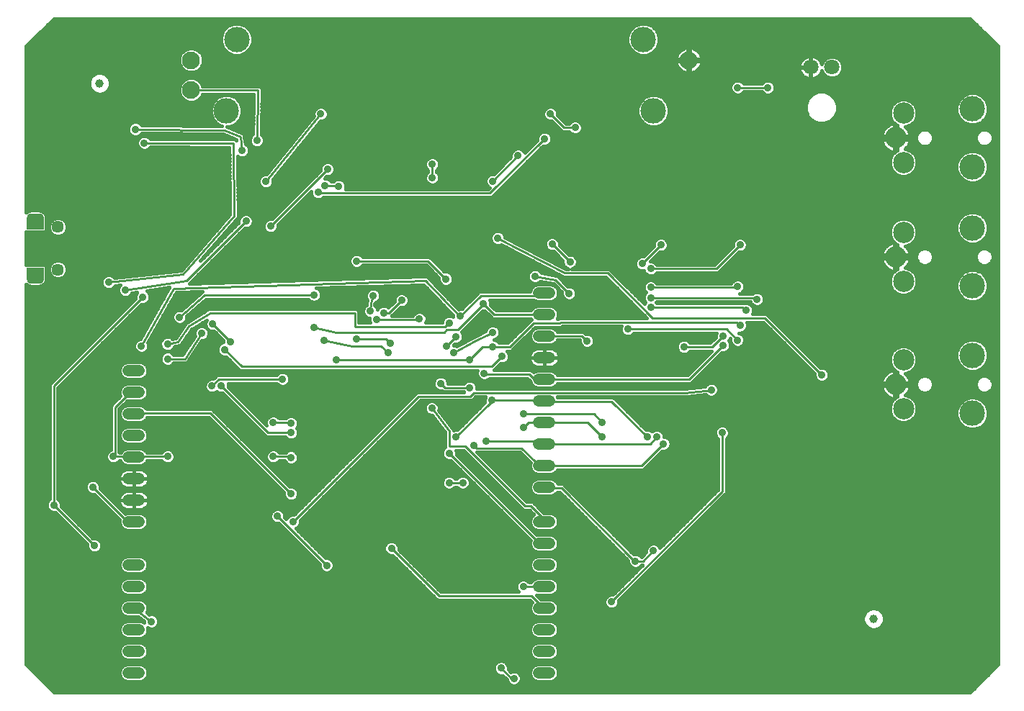
<source format=gbl>
G75*
%MOIN*%
%OFA0B0*%
%FSLAX24Y24*%
%IPPOS*%
%LPD*%
%AMOC8*
5,1,8,0,0,1.08239X$1,22.5*
%
%ADD10C,0.0520*%
%ADD11C,0.0571*%
%ADD12C,0.0000*%
%ADD13C,0.0001*%
%ADD14C,0.1181*%
%ADD15C,0.0984*%
%ADD16C,0.0827*%
%ADD17C,0.0709*%
%ADD18C,0.0394*%
%ADD19C,0.0100*%
%ADD20C,0.0350*%
%ADD21C,0.0160*%
%ADD22C,0.1660*%
%ADD23C,0.0357*%
D10*
X008583Y003582D02*
X009103Y003582D01*
X009103Y004582D02*
X008583Y004582D01*
X008583Y005582D02*
X009103Y005582D01*
X009103Y006582D02*
X008583Y006582D01*
X008583Y007582D02*
X009103Y007582D01*
X009103Y008582D02*
X008583Y008582D01*
X008583Y010582D02*
X009103Y010582D01*
X009103Y011582D02*
X008583Y011582D01*
X008583Y012582D02*
X009103Y012582D01*
X009103Y013582D02*
X008583Y013582D01*
X008583Y014582D02*
X009103Y014582D01*
X009103Y015582D02*
X008583Y015582D01*
X008583Y016582D02*
X009103Y016582D01*
X009103Y017582D02*
X008583Y017582D01*
X027583Y017182D02*
X028103Y017182D01*
X028103Y018182D02*
X027583Y018182D01*
X027583Y019182D02*
X028103Y019182D01*
X028103Y020182D02*
X027583Y020182D01*
X027583Y021182D02*
X028103Y021182D01*
X028103Y016182D02*
X027583Y016182D01*
X027583Y015182D02*
X028103Y015182D01*
X028103Y014182D02*
X027583Y014182D01*
X027583Y013182D02*
X028103Y013182D01*
X028103Y012182D02*
X027583Y012182D01*
X027583Y010582D02*
X028103Y010582D01*
X028103Y009582D02*
X027583Y009582D01*
X027583Y008582D02*
X028103Y008582D01*
X028103Y007582D02*
X027583Y007582D01*
X027583Y006582D02*
X028103Y006582D01*
X028103Y005582D02*
X027583Y005582D01*
X027583Y004582D02*
X028103Y004582D01*
X028103Y003582D02*
X027583Y003582D01*
D11*
X005337Y022267D03*
X005337Y024235D03*
D12*
X004649Y024156D02*
X004649Y024668D01*
X004644Y024712D01*
X004629Y024754D01*
X004606Y024791D01*
X004574Y024822D01*
X004537Y024846D01*
X004495Y024860D01*
X004452Y024865D01*
X004097Y024865D01*
X004054Y024860D01*
X004012Y024846D01*
X003975Y024822D01*
X003943Y024791D01*
X003920Y024754D01*
X003905Y024712D01*
X003900Y024668D01*
X003900Y024156D01*
X004649Y024156D01*
X004649Y022345D02*
X003900Y022345D01*
X003900Y021834D01*
X003905Y021790D01*
X003920Y021748D01*
X003943Y021711D01*
X003975Y021680D01*
X004012Y021656D01*
X004054Y021642D01*
X004097Y021637D01*
X004452Y021637D01*
X004495Y021642D01*
X004537Y021656D01*
X004574Y021680D01*
X004606Y021711D01*
X004629Y021748D01*
X004644Y021790D01*
X004649Y021834D01*
X004649Y022345D01*
D13*
X003900Y022345D01*
X003900Y022344D02*
X004649Y022344D01*
X004649Y022343D02*
X003900Y022343D01*
X003900Y022342D02*
X004649Y022342D01*
X004649Y022341D02*
X003900Y022341D01*
X003900Y022340D02*
X004649Y022340D01*
X004649Y022339D02*
X003900Y022339D01*
X003900Y022338D02*
X004649Y022338D01*
X004649Y022337D02*
X003900Y022337D01*
X003900Y022336D02*
X004649Y022336D01*
X004649Y022335D02*
X003900Y022335D01*
X003900Y022334D02*
X004649Y022334D01*
X004649Y022333D02*
X003900Y022333D01*
X003900Y022332D02*
X004649Y022332D01*
X004649Y022331D02*
X003900Y022331D01*
X003900Y022330D02*
X004649Y022330D01*
X004649Y022329D02*
X003900Y022329D01*
X003900Y022328D02*
X004649Y022328D01*
X004649Y022327D02*
X003900Y022327D01*
X003900Y022326D02*
X004649Y022326D01*
X004649Y022325D02*
X003900Y022325D01*
X003900Y022324D02*
X004649Y022324D01*
X004649Y022323D02*
X003900Y022323D01*
X003900Y022322D02*
X004649Y022322D01*
X004649Y022321D02*
X003900Y022321D01*
X003900Y022320D02*
X004649Y022320D01*
X004649Y022319D02*
X003900Y022319D01*
X003900Y022318D02*
X004649Y022318D01*
X004649Y022317D02*
X003900Y022317D01*
X003900Y022316D02*
X004649Y022316D01*
X004649Y022315D02*
X003900Y022315D01*
X003900Y022314D02*
X004649Y022314D01*
X004649Y022313D02*
X003900Y022313D01*
X003900Y022312D02*
X004649Y022312D01*
X004649Y022311D02*
X003900Y022311D01*
X003900Y022310D02*
X004649Y022310D01*
X004649Y022309D02*
X003900Y022309D01*
X003900Y022308D02*
X004649Y022308D01*
X004649Y022307D02*
X003900Y022307D01*
X003900Y022306D02*
X004649Y022306D01*
X004649Y022305D02*
X003900Y022305D01*
X003900Y022304D02*
X004649Y022304D01*
X004649Y022303D02*
X003900Y022303D01*
X003900Y022302D02*
X004649Y022302D01*
X004649Y022301D02*
X003900Y022301D01*
X003900Y022300D02*
X004649Y022300D01*
X004649Y022299D02*
X003900Y022299D01*
X003900Y022298D02*
X004649Y022298D01*
X004649Y022297D02*
X003900Y022297D01*
X003900Y022296D02*
X004649Y022296D01*
X004649Y022295D02*
X003900Y022295D01*
X003900Y022294D02*
X004649Y022294D01*
X004649Y022293D02*
X003900Y022293D01*
X003900Y022292D02*
X004649Y022292D01*
X004649Y022291D02*
X003900Y022291D01*
X003900Y022290D02*
X004649Y022290D01*
X004649Y022289D02*
X003900Y022289D01*
X003900Y022288D02*
X004649Y022288D01*
X004649Y022287D02*
X003900Y022287D01*
X003900Y022286D02*
X004649Y022286D01*
X004649Y022285D02*
X003900Y022285D01*
X003900Y022284D02*
X004649Y022284D01*
X004649Y022283D02*
X003900Y022283D01*
X003900Y022282D02*
X004649Y022282D01*
X004649Y022281D02*
X003900Y022281D01*
X003900Y022280D02*
X004649Y022280D01*
X004649Y022279D02*
X003900Y022279D01*
X003900Y022278D02*
X004649Y022278D01*
X004649Y022277D02*
X003900Y022277D01*
X003900Y022276D02*
X004649Y022276D01*
X004649Y022275D02*
X003900Y022275D01*
X003900Y022274D02*
X004649Y022274D01*
X004649Y022273D02*
X003900Y022273D01*
X003900Y022272D02*
X004649Y022272D01*
X004649Y022271D02*
X003900Y022271D01*
X003900Y022270D02*
X004649Y022270D01*
X004649Y022269D02*
X003900Y022269D01*
X003900Y022268D02*
X004649Y022268D01*
X004649Y022267D02*
X003900Y022267D01*
X003900Y022266D02*
X004649Y022266D01*
X004649Y022265D02*
X003900Y022265D01*
X003900Y022264D02*
X004649Y022264D01*
X004649Y022263D02*
X003900Y022263D01*
X003900Y022262D02*
X004649Y022262D01*
X004649Y022261D02*
X003900Y022261D01*
X003900Y022260D02*
X004649Y022260D01*
X004649Y022259D02*
X003900Y022259D01*
X003900Y022258D02*
X004649Y022258D01*
X004649Y022257D02*
X003900Y022257D01*
X003900Y022256D02*
X004649Y022256D01*
X004649Y022255D02*
X003900Y022255D01*
X003900Y022254D02*
X004649Y022254D01*
X004649Y022253D02*
X003900Y022253D01*
X003900Y022252D02*
X004649Y022252D01*
X004649Y022251D02*
X003900Y022251D01*
X003900Y022250D02*
X004649Y022250D01*
X004649Y022249D02*
X003900Y022249D01*
X003900Y022248D02*
X004649Y022248D01*
X004649Y022247D02*
X003900Y022247D01*
X003900Y022246D02*
X004649Y022246D01*
X004649Y022245D02*
X003900Y022245D01*
X003900Y022244D02*
X004649Y022244D01*
X004649Y022243D02*
X003900Y022243D01*
X003900Y022242D02*
X004649Y022242D01*
X004649Y022241D02*
X003900Y022241D01*
X003900Y022240D02*
X004649Y022240D01*
X004649Y022239D02*
X003900Y022239D01*
X003900Y022238D02*
X004649Y022238D01*
X004649Y022237D02*
X003900Y022237D01*
X003900Y022236D02*
X004649Y022236D01*
X004649Y022235D02*
X003900Y022235D01*
X003900Y022234D02*
X004649Y022234D01*
X004649Y022233D02*
X003900Y022233D01*
X003900Y022232D02*
X004649Y022232D01*
X004649Y022231D02*
X003900Y022231D01*
X003900Y022230D02*
X004649Y022230D01*
X004649Y022229D02*
X003900Y022229D01*
X003900Y022228D02*
X004649Y022228D01*
X004649Y022227D02*
X003900Y022227D01*
X003900Y022226D02*
X004649Y022226D01*
X004649Y022225D02*
X003900Y022225D01*
X003900Y022224D02*
X004649Y022224D01*
X004649Y022223D02*
X003900Y022223D01*
X003900Y022222D02*
X004649Y022222D01*
X004649Y022221D02*
X003900Y022221D01*
X003900Y022220D02*
X004649Y022220D01*
X004649Y022219D02*
X003900Y022219D01*
X003900Y022218D02*
X004649Y022218D01*
X004649Y022217D02*
X003900Y022217D01*
X003900Y022216D02*
X004649Y022216D01*
X004649Y022215D02*
X003900Y022215D01*
X003900Y022214D02*
X004649Y022214D01*
X004649Y022213D02*
X003900Y022213D01*
X003900Y022212D02*
X004649Y022212D01*
X004649Y022211D02*
X003900Y022211D01*
X003900Y022210D02*
X004649Y022210D01*
X004649Y022209D02*
X003900Y022209D01*
X003900Y022208D02*
X004649Y022208D01*
X004649Y022207D02*
X003900Y022207D01*
X003900Y022206D02*
X004649Y022206D01*
X004649Y022205D02*
X003900Y022205D01*
X003900Y022204D02*
X004649Y022204D01*
X004649Y022203D02*
X003900Y022203D01*
X003900Y022202D02*
X004649Y022202D01*
X004649Y022201D02*
X003900Y022201D01*
X003900Y022200D02*
X004649Y022200D01*
X004649Y022199D02*
X003900Y022199D01*
X003900Y022198D02*
X004649Y022198D01*
X004649Y022197D02*
X003900Y022197D01*
X003900Y022196D02*
X004649Y022196D01*
X004649Y022195D02*
X003900Y022195D01*
X003900Y022194D02*
X004649Y022194D01*
X004649Y022193D02*
X003900Y022193D01*
X003900Y022192D02*
X004649Y022192D01*
X004649Y022191D02*
X003900Y022191D01*
X003900Y022190D02*
X004649Y022190D01*
X004649Y022189D02*
X003900Y022189D01*
X003900Y022188D02*
X004649Y022188D01*
X004649Y022187D02*
X003900Y022187D01*
X003900Y022186D02*
X004649Y022186D01*
X004649Y022185D02*
X003900Y022185D01*
X003900Y022184D02*
X004649Y022184D01*
X004649Y022183D02*
X003900Y022183D01*
X003900Y022182D02*
X004649Y022182D01*
X004649Y022181D02*
X003900Y022181D01*
X003900Y022180D02*
X004649Y022180D01*
X004649Y022179D02*
X003900Y022179D01*
X003900Y022178D02*
X004649Y022178D01*
X004649Y022177D02*
X003900Y022177D01*
X003900Y022176D02*
X004649Y022176D01*
X004649Y022175D02*
X003900Y022175D01*
X003900Y022174D02*
X004649Y022174D01*
X004649Y022173D02*
X003900Y022173D01*
X003900Y022172D02*
X004649Y022172D01*
X004649Y022171D02*
X003900Y022171D01*
X003900Y022170D02*
X004649Y022170D01*
X004649Y022169D02*
X003900Y022169D01*
X003900Y022168D02*
X004649Y022168D01*
X004649Y022167D02*
X003900Y022167D01*
X003900Y022166D02*
X004649Y022166D01*
X004649Y022165D02*
X003900Y022165D01*
X003900Y022164D02*
X004649Y022164D01*
X004649Y022163D02*
X003900Y022163D01*
X003900Y022162D02*
X004649Y022162D01*
X004649Y022161D02*
X003900Y022161D01*
X003900Y022160D02*
X004649Y022160D01*
X004649Y022159D02*
X003900Y022159D01*
X003900Y022158D02*
X004649Y022158D01*
X004649Y022157D02*
X003900Y022157D01*
X003900Y022156D02*
X004649Y022156D01*
X004649Y022155D02*
X003900Y022155D01*
X003900Y022154D02*
X004649Y022154D01*
X004649Y022153D02*
X003900Y022153D01*
X003900Y022152D02*
X004649Y022152D01*
X004649Y022151D02*
X003900Y022151D01*
X003900Y022150D02*
X004649Y022150D01*
X004649Y022149D02*
X003900Y022149D01*
X003900Y022148D02*
X004649Y022148D01*
X004649Y022147D02*
X003900Y022147D01*
X003900Y022146D02*
X004649Y022146D01*
X004649Y022145D02*
X003900Y022145D01*
X003900Y022144D02*
X004649Y022144D01*
X004649Y022143D02*
X003900Y022143D01*
X003900Y022142D02*
X004649Y022142D01*
X004649Y022141D02*
X003900Y022141D01*
X003900Y022140D02*
X004649Y022140D01*
X004649Y022139D02*
X003900Y022139D01*
X003900Y022138D02*
X004649Y022138D01*
X004649Y022137D02*
X003900Y022137D01*
X003900Y022136D02*
X004649Y022136D01*
X004649Y022135D02*
X003900Y022135D01*
X003900Y022134D02*
X004649Y022134D01*
X004649Y022133D02*
X003900Y022133D01*
X003900Y022132D02*
X004649Y022132D01*
X004649Y022131D02*
X003900Y022131D01*
X003900Y022130D02*
X004649Y022130D01*
X004649Y022129D02*
X003900Y022129D01*
X003900Y022128D02*
X004649Y022128D01*
X004649Y022127D02*
X003900Y022127D01*
X003900Y022126D02*
X004649Y022126D01*
X004649Y022125D02*
X003900Y022125D01*
X003900Y022124D02*
X004649Y022124D01*
X004649Y022123D02*
X003900Y022123D01*
X003900Y022122D02*
X004649Y022122D01*
X004649Y022121D02*
X003900Y022121D01*
X003900Y022120D02*
X004649Y022120D01*
X004649Y022119D02*
X003900Y022119D01*
X003900Y022118D02*
X004649Y022118D01*
X004649Y022117D02*
X003900Y022117D01*
X003900Y022116D02*
X004649Y022116D01*
X004649Y022115D02*
X003900Y022115D01*
X003900Y022114D02*
X004649Y022114D01*
X004649Y022113D02*
X003900Y022113D01*
X003900Y022112D02*
X004649Y022112D01*
X004649Y022111D02*
X003900Y022111D01*
X003900Y022110D02*
X004649Y022110D01*
X004649Y022109D02*
X003900Y022109D01*
X003900Y022108D02*
X004649Y022108D01*
X004649Y022107D02*
X003900Y022107D01*
X003900Y022106D02*
X004649Y022106D01*
X004649Y022105D02*
X003900Y022105D01*
X003900Y022104D02*
X004649Y022104D01*
X004649Y022103D02*
X003900Y022103D01*
X003900Y022102D02*
X004649Y022102D01*
X004649Y022101D02*
X003900Y022101D01*
X003900Y022100D02*
X004649Y022100D01*
X004649Y022099D02*
X003900Y022099D01*
X003900Y022098D02*
X004649Y022098D01*
X004649Y022097D02*
X003900Y022097D01*
X003900Y022096D02*
X004649Y022096D01*
X004649Y022095D02*
X003900Y022095D01*
X003900Y022094D02*
X004649Y022094D01*
X004649Y022093D02*
X003900Y022093D01*
X003900Y022092D02*
X004649Y022092D01*
X004649Y022091D02*
X003900Y022091D01*
X003900Y022090D02*
X004649Y022090D01*
X004649Y022089D02*
X003900Y022089D01*
X003900Y022088D02*
X004649Y022088D01*
X004649Y022087D02*
X003900Y022087D01*
X003900Y022086D02*
X004649Y022086D01*
X004649Y022085D02*
X003900Y022085D01*
X003900Y022084D02*
X004649Y022084D01*
X004649Y022083D02*
X003900Y022083D01*
X003900Y022082D02*
X004649Y022082D01*
X004649Y022081D02*
X003900Y022081D01*
X003900Y022080D02*
X004649Y022080D01*
X004649Y022079D02*
X003900Y022079D01*
X003900Y022078D02*
X004649Y022078D01*
X004649Y022077D02*
X003900Y022077D01*
X003900Y022076D02*
X004649Y022076D01*
X004649Y022075D02*
X003900Y022075D01*
X003900Y022074D02*
X004649Y022074D01*
X004649Y022073D02*
X003900Y022073D01*
X003900Y022072D02*
X004649Y022072D01*
X004649Y022071D02*
X003900Y022071D01*
X003900Y022070D02*
X004649Y022070D01*
X004649Y022069D02*
X003900Y022069D01*
X003900Y022068D02*
X004649Y022068D01*
X004649Y022067D02*
X003900Y022067D01*
X003900Y022066D02*
X004649Y022066D01*
X004649Y022065D02*
X003900Y022065D01*
X003900Y022064D02*
X004649Y022064D01*
X004649Y022063D02*
X003900Y022063D01*
X003900Y022062D02*
X004649Y022062D01*
X004649Y022061D02*
X003900Y022061D01*
X003900Y022060D02*
X004649Y022060D01*
X004649Y022059D02*
X003900Y022059D01*
X003900Y022058D02*
X004649Y022058D01*
X004649Y022057D02*
X003900Y022057D01*
X003900Y022056D02*
X004649Y022056D01*
X004649Y022055D02*
X003900Y022055D01*
X003900Y022054D02*
X004649Y022054D01*
X004649Y022053D02*
X003900Y022053D01*
X003900Y022052D02*
X004649Y022052D01*
X004649Y022051D02*
X003900Y022051D01*
X003900Y022050D02*
X004649Y022050D01*
X004649Y022049D02*
X003900Y022049D01*
X003900Y022048D02*
X004649Y022048D01*
X004649Y022047D02*
X003900Y022047D01*
X003900Y022046D02*
X004649Y022046D01*
X004649Y022045D02*
X003900Y022045D01*
X003900Y022044D02*
X004649Y022044D01*
X004649Y022043D02*
X003900Y022043D01*
X003900Y022042D02*
X004649Y022042D01*
X004649Y022041D02*
X003900Y022041D01*
X003900Y022040D02*
X004649Y022040D01*
X004649Y022039D02*
X003900Y022039D01*
X003900Y022038D02*
X004649Y022038D01*
X004649Y022037D02*
X003900Y022037D01*
X003900Y022036D02*
X004649Y022036D01*
X004649Y022035D02*
X003900Y022035D01*
X003900Y022034D02*
X004649Y022034D01*
X004649Y022033D02*
X003900Y022033D01*
X003900Y022032D02*
X004649Y022032D01*
X004649Y022031D02*
X003900Y022031D01*
X003900Y022030D02*
X004649Y022030D01*
X004649Y022029D02*
X003900Y022029D01*
X003900Y022028D02*
X004649Y022028D01*
X004649Y022027D02*
X003900Y022027D01*
X003900Y022026D02*
X004649Y022026D01*
X004649Y022025D02*
X003900Y022025D01*
X003900Y022024D02*
X004649Y022024D01*
X004649Y022023D02*
X003900Y022023D01*
X003900Y022022D02*
X004649Y022022D01*
X004649Y022021D02*
X003900Y022021D01*
X003900Y022020D02*
X004649Y022020D01*
X004649Y022019D02*
X003900Y022019D01*
X003900Y022018D02*
X004649Y022018D01*
X004649Y022017D02*
X003900Y022017D01*
X003900Y022016D02*
X004649Y022016D01*
X004649Y022015D02*
X003900Y022015D01*
X003900Y022014D02*
X004649Y022014D01*
X004649Y022013D02*
X003900Y022013D01*
X003900Y022012D02*
X004649Y022012D01*
X004649Y022011D02*
X003900Y022011D01*
X003900Y022010D02*
X004649Y022010D01*
X004649Y022009D02*
X003900Y022009D01*
X003900Y022008D02*
X004649Y022008D01*
X004649Y022007D02*
X003900Y022007D01*
X003900Y022006D02*
X004649Y022006D01*
X004649Y022005D02*
X003900Y022005D01*
X003900Y022004D02*
X004649Y022004D01*
X004649Y022003D02*
X003900Y022003D01*
X003900Y022002D02*
X004649Y022002D01*
X004649Y022001D02*
X003900Y022001D01*
X003900Y022000D02*
X004649Y022000D01*
X004649Y021999D02*
X003900Y021999D01*
X003900Y021998D02*
X004649Y021998D01*
X004649Y021997D02*
X003900Y021997D01*
X003900Y021996D02*
X004649Y021996D01*
X004649Y021995D02*
X003900Y021995D01*
X003900Y021994D02*
X004649Y021994D01*
X004649Y021993D02*
X003900Y021993D01*
X003900Y021992D02*
X004649Y021992D01*
X004649Y021991D02*
X003900Y021991D01*
X003900Y021990D02*
X004649Y021990D01*
X004649Y021989D02*
X003900Y021989D01*
X003900Y021988D02*
X004649Y021988D01*
X004649Y021987D02*
X003900Y021987D01*
X003900Y021986D02*
X004649Y021986D01*
X004649Y021985D02*
X003900Y021985D01*
X003900Y021984D02*
X004649Y021984D01*
X004649Y021983D02*
X003900Y021983D01*
X003900Y021982D02*
X004649Y021982D01*
X004649Y021981D02*
X003900Y021981D01*
X003900Y021980D02*
X004649Y021980D01*
X004649Y021979D02*
X003900Y021979D01*
X003900Y021978D02*
X004649Y021978D01*
X004649Y021977D02*
X003900Y021977D01*
X003900Y021976D02*
X004649Y021976D01*
X004649Y021975D02*
X003900Y021975D01*
X003900Y021974D02*
X004649Y021974D01*
X004649Y021973D02*
X003900Y021973D01*
X003900Y021972D02*
X004649Y021972D01*
X004649Y021971D02*
X003900Y021971D01*
X003900Y021970D02*
X004649Y021970D01*
X004649Y021969D02*
X003900Y021969D01*
X003900Y021968D02*
X004649Y021968D01*
X004649Y021967D02*
X003900Y021967D01*
X003900Y021966D02*
X004649Y021966D01*
X004649Y021965D02*
X003900Y021965D01*
X003900Y021964D02*
X004649Y021964D01*
X004649Y021963D02*
X003900Y021963D01*
X003900Y021962D02*
X004649Y021962D01*
X004649Y021961D02*
X003900Y021961D01*
X003900Y021960D02*
X004649Y021960D01*
X004649Y021959D02*
X003900Y021959D01*
X003900Y021958D02*
X004649Y021958D01*
X004649Y021957D02*
X003900Y021957D01*
X003900Y021956D02*
X004649Y021956D01*
X004649Y021955D02*
X003900Y021955D01*
X003900Y021954D02*
X004649Y021954D01*
X004649Y021953D02*
X003900Y021953D01*
X003900Y021952D02*
X004649Y021952D01*
X004649Y021951D02*
X003900Y021951D01*
X003900Y021950D02*
X004649Y021950D01*
X004649Y021949D02*
X003900Y021949D01*
X003900Y021948D02*
X004649Y021948D01*
X004649Y021947D02*
X003900Y021947D01*
X003900Y021946D02*
X004649Y021946D01*
X004649Y021945D02*
X003900Y021945D01*
X003900Y021944D02*
X004649Y021944D01*
X004649Y021943D02*
X003900Y021943D01*
X003900Y021942D02*
X004649Y021942D01*
X004649Y021941D02*
X003900Y021941D01*
X003900Y021940D02*
X004649Y021940D01*
X004649Y021939D02*
X003900Y021939D01*
X003900Y021938D02*
X004649Y021938D01*
X004649Y021937D02*
X003900Y021937D01*
X003900Y021936D02*
X004649Y021936D01*
X004649Y021935D02*
X003900Y021935D01*
X003900Y021934D02*
X004649Y021934D01*
X004649Y021933D02*
X003900Y021933D01*
X003900Y021932D02*
X004649Y021932D01*
X004649Y021931D02*
X003900Y021931D01*
X003900Y021930D02*
X004649Y021930D01*
X004649Y021929D02*
X003900Y021929D01*
X003900Y021928D02*
X004649Y021928D01*
X004649Y021927D02*
X003900Y021927D01*
X003900Y021926D02*
X004649Y021926D01*
X004649Y021925D02*
X003900Y021925D01*
X003900Y021924D02*
X004649Y021924D01*
X004649Y021923D02*
X003900Y021923D01*
X003900Y021922D02*
X004649Y021922D01*
X004649Y021921D02*
X003900Y021921D01*
X003900Y021920D02*
X004649Y021920D01*
X004649Y021919D02*
X003900Y021919D01*
X003900Y021918D02*
X004649Y021918D01*
X004649Y021917D02*
X003900Y021917D01*
X003900Y021916D02*
X004649Y021916D01*
X004649Y021915D02*
X003900Y021915D01*
X003900Y021914D02*
X004649Y021914D01*
X004649Y021913D02*
X003900Y021913D01*
X003900Y021912D02*
X004649Y021912D01*
X004649Y021911D02*
X003900Y021911D01*
X003900Y021910D02*
X004649Y021910D01*
X004649Y021909D02*
X003900Y021909D01*
X003900Y021908D02*
X004649Y021908D01*
X004649Y021907D02*
X003900Y021907D01*
X003900Y021906D02*
X004649Y021906D01*
X004649Y021905D02*
X003900Y021905D01*
X003900Y021904D02*
X004649Y021904D01*
X004649Y021903D02*
X003900Y021903D01*
X003900Y021902D02*
X004649Y021902D01*
X004649Y021901D02*
X003900Y021901D01*
X003900Y021900D02*
X004649Y021900D01*
X004649Y021899D02*
X003900Y021899D01*
X003900Y021898D02*
X004649Y021898D01*
X004649Y021897D02*
X003900Y021897D01*
X003900Y021896D02*
X004649Y021896D01*
X004649Y021895D02*
X003900Y021895D01*
X003900Y021894D02*
X004649Y021894D01*
X004649Y021893D02*
X003900Y021893D01*
X003900Y021892D02*
X004649Y021892D01*
X004649Y021891D02*
X003900Y021891D01*
X003900Y021890D02*
X004649Y021890D01*
X004649Y021889D02*
X003900Y021889D01*
X003900Y021888D02*
X004649Y021888D01*
X004649Y021887D02*
X003900Y021887D01*
X003900Y021886D02*
X004649Y021886D01*
X004649Y021885D02*
X003900Y021885D01*
X003900Y021884D02*
X004649Y021884D01*
X004649Y021883D02*
X003900Y021883D01*
X003900Y021882D02*
X004649Y021882D01*
X004649Y021881D02*
X003900Y021881D01*
X003900Y021880D02*
X004649Y021880D01*
X004649Y021879D02*
X003900Y021879D01*
X003900Y021878D02*
X004649Y021878D01*
X004649Y021877D02*
X003900Y021877D01*
X003900Y021876D02*
X004649Y021876D01*
X004649Y021875D02*
X003900Y021875D01*
X003900Y021874D02*
X004649Y021874D01*
X004649Y021873D02*
X003900Y021873D01*
X003900Y021872D02*
X004649Y021872D01*
X004649Y021871D02*
X003900Y021871D01*
X003900Y021870D02*
X004649Y021870D01*
X004649Y021869D02*
X003900Y021869D01*
X003900Y021868D02*
X004649Y021868D01*
X004649Y021867D02*
X003900Y021867D01*
X003900Y021866D02*
X004649Y021866D01*
X004649Y021865D02*
X003900Y021865D01*
X003900Y021864D02*
X004649Y021864D01*
X004649Y021863D02*
X003900Y021863D01*
X003900Y021862D02*
X004649Y021862D01*
X004649Y021861D02*
X003900Y021861D01*
X003900Y021860D02*
X004649Y021860D01*
X004649Y021859D02*
X003900Y021859D01*
X003900Y021858D02*
X004649Y021858D01*
X004649Y021857D02*
X003900Y021857D01*
X003900Y021856D02*
X004649Y021856D01*
X004649Y021855D02*
X003900Y021855D01*
X003900Y021854D02*
X004649Y021854D01*
X004649Y021853D02*
X003900Y021853D01*
X003900Y021852D02*
X004649Y021852D01*
X004649Y021851D02*
X003900Y021851D01*
X003900Y021850D02*
X004649Y021850D01*
X004649Y021849D02*
X003900Y021849D01*
X003900Y021848D02*
X004649Y021848D01*
X004649Y021847D02*
X003900Y021847D01*
X003900Y021846D02*
X004649Y021846D01*
X004649Y021845D02*
X003900Y021845D01*
X003900Y021844D02*
X004649Y021844D01*
X004649Y021843D02*
X003900Y021843D01*
X003900Y021842D02*
X004649Y021842D01*
X004649Y021841D02*
X003900Y021841D01*
X003900Y021840D02*
X004649Y021840D01*
X004649Y021839D02*
X003900Y021839D01*
X003900Y021838D02*
X004649Y021838D01*
X004649Y021837D02*
X003900Y021837D01*
X003900Y021836D02*
X004649Y021836D01*
X004649Y021835D02*
X003900Y021835D01*
X003900Y021834D02*
X004649Y021834D01*
X004648Y021833D02*
X003901Y021833D01*
X003901Y021832D02*
X004648Y021832D01*
X004648Y021831D02*
X003901Y021831D01*
X003901Y021830D02*
X004648Y021830D01*
X004648Y021829D02*
X003901Y021829D01*
X003901Y021828D02*
X004648Y021828D01*
X004648Y021827D02*
X003901Y021827D01*
X003901Y021826D02*
X004648Y021826D01*
X004648Y021825D02*
X003901Y021825D01*
X003902Y021824D02*
X004647Y021824D01*
X004647Y021823D02*
X003902Y021823D01*
X003902Y021822D02*
X004647Y021822D01*
X004647Y021821D02*
X003902Y021821D01*
X003902Y021820D02*
X004647Y021820D01*
X004647Y021819D02*
X003902Y021819D01*
X003902Y021818D02*
X004647Y021818D01*
X004647Y021817D02*
X003902Y021817D01*
X003902Y021816D02*
X004647Y021816D01*
X004646Y021815D02*
X003903Y021815D01*
X003903Y021814D02*
X004646Y021814D01*
X004646Y021813D02*
X003903Y021813D01*
X003903Y021812D02*
X004646Y021812D01*
X004646Y021811D02*
X003903Y021811D01*
X003903Y021810D02*
X004646Y021810D01*
X004646Y021809D02*
X003903Y021809D01*
X003903Y021808D02*
X004646Y021808D01*
X004646Y021807D02*
X003903Y021807D01*
X003904Y021806D02*
X004645Y021806D01*
X004645Y021805D02*
X003904Y021805D01*
X003904Y021804D02*
X004645Y021804D01*
X004645Y021803D02*
X003904Y021803D01*
X003904Y021802D02*
X004645Y021802D01*
X004645Y021801D02*
X003904Y021801D01*
X003904Y021800D02*
X004645Y021800D01*
X004645Y021799D02*
X003904Y021799D01*
X003904Y021798D02*
X004645Y021798D01*
X004644Y021797D02*
X003905Y021797D01*
X003905Y021796D02*
X004644Y021796D01*
X004644Y021795D02*
X003905Y021795D01*
X003905Y021794D02*
X004644Y021794D01*
X004644Y021793D02*
X003905Y021793D01*
X003905Y021792D02*
X004644Y021792D01*
X004644Y021791D02*
X003905Y021791D01*
X003905Y021790D02*
X004644Y021790D01*
X004643Y021789D02*
X003906Y021789D01*
X003906Y021788D02*
X004643Y021788D01*
X004643Y021787D02*
X003906Y021787D01*
X003907Y021786D02*
X004642Y021786D01*
X004642Y021785D02*
X003907Y021785D01*
X003907Y021784D02*
X004642Y021784D01*
X004641Y021783D02*
X003908Y021783D01*
X003908Y021782D02*
X004641Y021782D01*
X004641Y021781D02*
X003908Y021781D01*
X003909Y021780D02*
X004640Y021780D01*
X004640Y021779D02*
X003909Y021779D01*
X003909Y021778D02*
X004640Y021778D01*
X004639Y021777D02*
X003910Y021777D01*
X003910Y021776D02*
X004639Y021776D01*
X004639Y021775D02*
X003910Y021775D01*
X003911Y021774D02*
X004638Y021774D01*
X004638Y021773D02*
X003911Y021773D01*
X003912Y021772D02*
X004637Y021772D01*
X004637Y021771D02*
X003912Y021771D01*
X003912Y021770D02*
X004637Y021770D01*
X004636Y021769D02*
X003913Y021769D01*
X003913Y021768D02*
X004636Y021768D01*
X004636Y021767D02*
X003913Y021767D01*
X003914Y021766D02*
X004635Y021766D01*
X004635Y021765D02*
X003914Y021765D01*
X003914Y021764D02*
X004635Y021764D01*
X004634Y021763D02*
X003915Y021763D01*
X003915Y021762D02*
X004634Y021762D01*
X004634Y021761D02*
X003915Y021761D01*
X003916Y021760D02*
X004633Y021760D01*
X004633Y021759D02*
X003916Y021759D01*
X003916Y021758D02*
X004633Y021758D01*
X004632Y021757D02*
X003917Y021757D01*
X003917Y021756D02*
X004632Y021756D01*
X004632Y021755D02*
X003917Y021755D01*
X003918Y021754D02*
X004631Y021754D01*
X004631Y021753D02*
X003918Y021753D01*
X003919Y021752D02*
X004630Y021752D01*
X004630Y021751D02*
X003919Y021751D01*
X003919Y021750D02*
X004630Y021750D01*
X004629Y021749D02*
X003920Y021749D01*
X003920Y021748D02*
X004629Y021748D01*
X004628Y021747D02*
X003921Y021747D01*
X003921Y021746D02*
X004628Y021746D01*
X004627Y021745D02*
X003922Y021745D01*
X003922Y021744D02*
X004627Y021744D01*
X004626Y021743D02*
X003923Y021743D01*
X003924Y021742D02*
X004625Y021742D01*
X004625Y021741D02*
X003924Y021741D01*
X003925Y021740D02*
X004624Y021740D01*
X004623Y021739D02*
X003926Y021739D01*
X003926Y021738D02*
X004623Y021738D01*
X004622Y021737D02*
X003927Y021737D01*
X003927Y021736D02*
X004622Y021736D01*
X004621Y021735D02*
X003928Y021735D01*
X003929Y021734D02*
X004620Y021734D01*
X004620Y021733D02*
X003929Y021733D01*
X003930Y021732D02*
X004619Y021732D01*
X004618Y021731D02*
X003931Y021731D01*
X003931Y021730D02*
X004618Y021730D01*
X004617Y021729D02*
X003932Y021729D01*
X003932Y021728D02*
X004617Y021728D01*
X004616Y021727D02*
X003933Y021727D01*
X003934Y021726D02*
X004615Y021726D01*
X004615Y021725D02*
X003934Y021725D01*
X003935Y021724D02*
X004614Y021724D01*
X004613Y021723D02*
X003936Y021723D01*
X003936Y021722D02*
X004613Y021722D01*
X004612Y021721D02*
X003937Y021721D01*
X003937Y021720D02*
X004612Y021720D01*
X004611Y021719D02*
X003938Y021719D01*
X003939Y021718D02*
X004610Y021718D01*
X004610Y021717D02*
X003939Y021717D01*
X003940Y021716D02*
X004609Y021716D01*
X004608Y021715D02*
X003941Y021715D01*
X003941Y021714D02*
X004608Y021714D01*
X004607Y021713D02*
X003942Y021713D01*
X003942Y021712D02*
X004607Y021712D01*
X004606Y021711D02*
X003943Y021711D01*
X003944Y021710D02*
X004605Y021710D01*
X004604Y021709D02*
X003945Y021709D01*
X003946Y021708D02*
X004603Y021708D01*
X004602Y021707D02*
X003947Y021707D01*
X003948Y021706D02*
X004601Y021706D01*
X004600Y021705D02*
X003949Y021705D01*
X003950Y021704D02*
X004599Y021704D01*
X004598Y021703D02*
X003951Y021703D01*
X003952Y021702D02*
X004597Y021702D01*
X004596Y021701D02*
X003953Y021701D01*
X003954Y021700D02*
X004595Y021700D01*
X004594Y021699D02*
X003955Y021699D01*
X003956Y021698D02*
X004593Y021698D01*
X004592Y021697D02*
X003957Y021697D01*
X003958Y021696D02*
X004591Y021696D01*
X004590Y021695D02*
X003959Y021695D01*
X003960Y021694D02*
X004589Y021694D01*
X004588Y021693D02*
X003961Y021693D01*
X003962Y021692D02*
X004587Y021692D01*
X004586Y021691D02*
X003963Y021691D01*
X003964Y021690D02*
X004585Y021690D01*
X004584Y021689D02*
X003965Y021689D01*
X003966Y021688D02*
X004583Y021688D01*
X004582Y021687D02*
X003967Y021687D01*
X003968Y021686D02*
X004581Y021686D01*
X004580Y021685D02*
X003969Y021685D01*
X003970Y021684D02*
X004579Y021684D01*
X004578Y021683D02*
X003971Y021683D01*
X003972Y021682D02*
X004577Y021682D01*
X004576Y021681D02*
X003973Y021681D01*
X003974Y021680D02*
X004575Y021680D01*
X004574Y021679D02*
X003975Y021679D01*
X003977Y021678D02*
X004572Y021678D01*
X004571Y021677D02*
X003978Y021677D01*
X003980Y021676D02*
X004569Y021676D01*
X004568Y021675D02*
X003981Y021675D01*
X003983Y021674D02*
X004566Y021674D01*
X004564Y021673D02*
X003985Y021673D01*
X003986Y021672D02*
X004563Y021672D01*
X004561Y021671D02*
X003988Y021671D01*
X003989Y021670D02*
X004560Y021670D01*
X004558Y021669D02*
X003991Y021669D01*
X003993Y021668D02*
X004556Y021668D01*
X004555Y021667D02*
X003994Y021667D01*
X003996Y021666D02*
X004553Y021666D01*
X004552Y021665D02*
X003997Y021665D01*
X003999Y021664D02*
X004550Y021664D01*
X004548Y021663D02*
X004000Y021663D01*
X004002Y021662D02*
X004547Y021662D01*
X004545Y021661D02*
X004004Y021661D01*
X004005Y021660D02*
X004544Y021660D01*
X004542Y021659D02*
X004007Y021659D01*
X004008Y021658D02*
X004541Y021658D01*
X004539Y021657D02*
X004010Y021657D01*
X004012Y021656D02*
X004537Y021656D01*
X004535Y021655D02*
X004014Y021655D01*
X004017Y021654D02*
X004532Y021654D01*
X004529Y021653D02*
X004020Y021653D01*
X004023Y021652D02*
X004526Y021652D01*
X004523Y021651D02*
X004026Y021651D01*
X004029Y021650D02*
X004520Y021650D01*
X004518Y021649D02*
X004031Y021649D01*
X004034Y021648D02*
X004515Y021648D01*
X004512Y021647D02*
X004037Y021647D01*
X004040Y021646D02*
X004509Y021646D01*
X004506Y021645D02*
X004043Y021645D01*
X004046Y021644D02*
X004503Y021644D01*
X004500Y021643D02*
X004048Y021643D01*
X004051Y021642D02*
X004498Y021642D01*
X004493Y021641D02*
X004056Y021641D01*
X004065Y021640D02*
X004484Y021640D01*
X004476Y021639D02*
X004073Y021639D01*
X004082Y021638D02*
X004467Y021638D01*
X004458Y021637D02*
X004091Y021637D01*
X003900Y024157D02*
X004649Y024157D01*
X004649Y024158D02*
X003900Y024158D01*
X003900Y024159D02*
X004649Y024159D01*
X004649Y024160D02*
X003900Y024160D01*
X003900Y024161D02*
X004649Y024161D01*
X004649Y024162D02*
X003900Y024162D01*
X003900Y024163D02*
X004649Y024163D01*
X004649Y024164D02*
X003900Y024164D01*
X003900Y024165D02*
X004649Y024165D01*
X004649Y024166D02*
X003900Y024166D01*
X003900Y024167D02*
X004649Y024167D01*
X004649Y024168D02*
X003900Y024168D01*
X003900Y024169D02*
X004649Y024169D01*
X004649Y024170D02*
X003900Y024170D01*
X003900Y024171D02*
X004649Y024171D01*
X004649Y024172D02*
X003900Y024172D01*
X003900Y024173D02*
X004649Y024173D01*
X004649Y024174D02*
X003900Y024174D01*
X003900Y024175D02*
X004649Y024175D01*
X004649Y024176D02*
X003900Y024176D01*
X003900Y024177D02*
X004649Y024177D01*
X004649Y024178D02*
X003900Y024178D01*
X003900Y024179D02*
X004649Y024179D01*
X004649Y024180D02*
X003900Y024180D01*
X003900Y024181D02*
X004649Y024181D01*
X004649Y024182D02*
X003900Y024182D01*
X003900Y024183D02*
X004649Y024183D01*
X004649Y024184D02*
X003900Y024184D01*
X003900Y024185D02*
X004649Y024185D01*
X004649Y024186D02*
X003900Y024186D01*
X003900Y024187D02*
X004649Y024187D01*
X004649Y024188D02*
X003900Y024188D01*
X003900Y024189D02*
X004649Y024189D01*
X004649Y024190D02*
X003900Y024190D01*
X003900Y024191D02*
X004649Y024191D01*
X004649Y024192D02*
X003900Y024192D01*
X003900Y024193D02*
X004649Y024193D01*
X004649Y024194D02*
X003900Y024194D01*
X003900Y024195D02*
X004649Y024195D01*
X004649Y024196D02*
X003900Y024196D01*
X003900Y024197D02*
X004649Y024197D01*
X004649Y024198D02*
X003900Y024198D01*
X003900Y024199D02*
X004649Y024199D01*
X004649Y024200D02*
X003900Y024200D01*
X003900Y024201D02*
X004649Y024201D01*
X004649Y024202D02*
X003900Y024202D01*
X003900Y024203D02*
X004649Y024203D01*
X004649Y024204D02*
X003900Y024204D01*
X003900Y024205D02*
X004649Y024205D01*
X004649Y024206D02*
X003900Y024206D01*
X003900Y024207D02*
X004649Y024207D01*
X004649Y024208D02*
X003900Y024208D01*
X003900Y024209D02*
X004649Y024209D01*
X004649Y024210D02*
X003900Y024210D01*
X003900Y024211D02*
X004649Y024211D01*
X004649Y024212D02*
X003900Y024212D01*
X003900Y024213D02*
X004649Y024213D01*
X004649Y024214D02*
X003900Y024214D01*
X003900Y024215D02*
X004649Y024215D01*
X004649Y024216D02*
X003900Y024216D01*
X003900Y024217D02*
X004649Y024217D01*
X004649Y024218D02*
X003900Y024218D01*
X003900Y024219D02*
X004649Y024219D01*
X004649Y024220D02*
X003900Y024220D01*
X003900Y024221D02*
X004649Y024221D01*
X004649Y024222D02*
X003900Y024222D01*
X003900Y024223D02*
X004649Y024223D01*
X004649Y024224D02*
X003900Y024224D01*
X003900Y024225D02*
X004649Y024225D01*
X004649Y024226D02*
X003900Y024226D01*
X003900Y024227D02*
X004649Y024227D01*
X004649Y024228D02*
X003900Y024228D01*
X003900Y024229D02*
X004649Y024229D01*
X004649Y024230D02*
X003900Y024230D01*
X003900Y024231D02*
X004649Y024231D01*
X004649Y024232D02*
X003900Y024232D01*
X003900Y024233D02*
X004649Y024233D01*
X004649Y024234D02*
X003900Y024234D01*
X003900Y024235D02*
X004649Y024235D01*
X004649Y024236D02*
X003900Y024236D01*
X003900Y024237D02*
X004649Y024237D01*
X004649Y024238D02*
X003900Y024238D01*
X003900Y024239D02*
X004649Y024239D01*
X004649Y024240D02*
X003900Y024240D01*
X003900Y024241D02*
X004649Y024241D01*
X004649Y024242D02*
X003900Y024242D01*
X003900Y024243D02*
X004649Y024243D01*
X004649Y024244D02*
X003900Y024244D01*
X003900Y024245D02*
X004649Y024245D01*
X004649Y024246D02*
X003900Y024246D01*
X003900Y024247D02*
X004649Y024247D01*
X004649Y024248D02*
X003900Y024248D01*
X003900Y024249D02*
X004649Y024249D01*
X004649Y024250D02*
X003900Y024250D01*
X003900Y024251D02*
X004649Y024251D01*
X004649Y024252D02*
X003900Y024252D01*
X003900Y024253D02*
X004649Y024253D01*
X004649Y024254D02*
X003900Y024254D01*
X003900Y024255D02*
X004649Y024255D01*
X004649Y024256D02*
X003900Y024256D01*
X003900Y024257D02*
X004649Y024257D01*
X004649Y024258D02*
X003900Y024258D01*
X003900Y024259D02*
X004649Y024259D01*
X004649Y024260D02*
X003900Y024260D01*
X003900Y024261D02*
X004649Y024261D01*
X004649Y024262D02*
X003900Y024262D01*
X003900Y024263D02*
X004649Y024263D01*
X004649Y024264D02*
X003900Y024264D01*
X003900Y024265D02*
X004649Y024265D01*
X004649Y024266D02*
X003900Y024266D01*
X003900Y024267D02*
X004649Y024267D01*
X004649Y024268D02*
X003900Y024268D01*
X003900Y024269D02*
X004649Y024269D01*
X004649Y024270D02*
X003900Y024270D01*
X003900Y024271D02*
X004649Y024271D01*
X004649Y024272D02*
X003900Y024272D01*
X003900Y024273D02*
X004649Y024273D01*
X004649Y024274D02*
X003900Y024274D01*
X003900Y024275D02*
X004649Y024275D01*
X004649Y024276D02*
X003900Y024276D01*
X003900Y024277D02*
X004649Y024277D01*
X004649Y024278D02*
X003900Y024278D01*
X003900Y024279D02*
X004649Y024279D01*
X004649Y024280D02*
X003900Y024280D01*
X003900Y024281D02*
X004649Y024281D01*
X004649Y024282D02*
X003900Y024282D01*
X003900Y024283D02*
X004649Y024283D01*
X004649Y024284D02*
X003900Y024284D01*
X003900Y024285D02*
X004649Y024285D01*
X004649Y024286D02*
X003900Y024286D01*
X003900Y024287D02*
X004649Y024287D01*
X004649Y024288D02*
X003900Y024288D01*
X003900Y024289D02*
X004649Y024289D01*
X004649Y024290D02*
X003900Y024290D01*
X003900Y024291D02*
X004649Y024291D01*
X004649Y024292D02*
X003900Y024292D01*
X003900Y024293D02*
X004649Y024293D01*
X004649Y024294D02*
X003900Y024294D01*
X003900Y024295D02*
X004649Y024295D01*
X004649Y024296D02*
X003900Y024296D01*
X003900Y024297D02*
X004649Y024297D01*
X004649Y024298D02*
X003900Y024298D01*
X003900Y024299D02*
X004649Y024299D01*
X004649Y024300D02*
X003900Y024300D01*
X003900Y024301D02*
X004649Y024301D01*
X004649Y024302D02*
X003900Y024302D01*
X003900Y024303D02*
X004649Y024303D01*
X004649Y024304D02*
X003900Y024304D01*
X003900Y024305D02*
X004649Y024305D01*
X004649Y024306D02*
X003900Y024306D01*
X003900Y024307D02*
X004649Y024307D01*
X004649Y024308D02*
X003900Y024308D01*
X003900Y024309D02*
X004649Y024309D01*
X004649Y024310D02*
X003900Y024310D01*
X003900Y024311D02*
X004649Y024311D01*
X004649Y024312D02*
X003900Y024312D01*
X003900Y024313D02*
X004649Y024313D01*
X004649Y024314D02*
X003900Y024314D01*
X003900Y024315D02*
X004649Y024315D01*
X004649Y024316D02*
X003900Y024316D01*
X003900Y024317D02*
X004649Y024317D01*
X004649Y024318D02*
X003900Y024318D01*
X003900Y024319D02*
X004649Y024319D01*
X004649Y024320D02*
X003900Y024320D01*
X003900Y024321D02*
X004649Y024321D01*
X004649Y024322D02*
X003900Y024322D01*
X003900Y024323D02*
X004649Y024323D01*
X004649Y024324D02*
X003900Y024324D01*
X003900Y024325D02*
X004649Y024325D01*
X004649Y024326D02*
X003900Y024326D01*
X003900Y024327D02*
X004649Y024327D01*
X004649Y024328D02*
X003900Y024328D01*
X003900Y024329D02*
X004649Y024329D01*
X004649Y024330D02*
X003900Y024330D01*
X003900Y024331D02*
X004649Y024331D01*
X004649Y024332D02*
X003900Y024332D01*
X003900Y024333D02*
X004649Y024333D01*
X004649Y024334D02*
X003900Y024334D01*
X003900Y024335D02*
X004649Y024335D01*
X004649Y024336D02*
X003900Y024336D01*
X003900Y024337D02*
X004649Y024337D01*
X004649Y024338D02*
X003900Y024338D01*
X003900Y024339D02*
X004649Y024339D01*
X004649Y024340D02*
X003900Y024340D01*
X003900Y024341D02*
X004649Y024341D01*
X004649Y024342D02*
X003900Y024342D01*
X003900Y024343D02*
X004649Y024343D01*
X004649Y024344D02*
X003900Y024344D01*
X003900Y024345D02*
X004649Y024345D01*
X004649Y024346D02*
X003900Y024346D01*
X003900Y024347D02*
X004649Y024347D01*
X004649Y024348D02*
X003900Y024348D01*
X003900Y024349D02*
X004649Y024349D01*
X004649Y024350D02*
X003900Y024350D01*
X003900Y024351D02*
X004649Y024351D01*
X004649Y024352D02*
X003900Y024352D01*
X003900Y024353D02*
X004649Y024353D01*
X004649Y024354D02*
X003900Y024354D01*
X003900Y024355D02*
X004649Y024355D01*
X004649Y024356D02*
X003900Y024356D01*
X003900Y024357D02*
X004649Y024357D01*
X004649Y024358D02*
X003900Y024358D01*
X003900Y024359D02*
X004649Y024359D01*
X004649Y024360D02*
X003900Y024360D01*
X003900Y024361D02*
X004649Y024361D01*
X004649Y024362D02*
X003900Y024362D01*
X003900Y024363D02*
X004649Y024363D01*
X004649Y024364D02*
X003900Y024364D01*
X003900Y024365D02*
X004649Y024365D01*
X004649Y024366D02*
X003900Y024366D01*
X003900Y024367D02*
X004649Y024367D01*
X004649Y024368D02*
X003900Y024368D01*
X003900Y024369D02*
X004649Y024369D01*
X004649Y024370D02*
X003900Y024370D01*
X003900Y024371D02*
X004649Y024371D01*
X004649Y024372D02*
X003900Y024372D01*
X003900Y024373D02*
X004649Y024373D01*
X004649Y024374D02*
X003900Y024374D01*
X003900Y024375D02*
X004649Y024375D01*
X004649Y024376D02*
X003900Y024376D01*
X003900Y024377D02*
X004649Y024377D01*
X004649Y024378D02*
X003900Y024378D01*
X003900Y024379D02*
X004649Y024379D01*
X004649Y024380D02*
X003900Y024380D01*
X003900Y024381D02*
X004649Y024381D01*
X004649Y024382D02*
X003900Y024382D01*
X003900Y024383D02*
X004649Y024383D01*
X004649Y024384D02*
X003900Y024384D01*
X003900Y024385D02*
X004649Y024385D01*
X004649Y024386D02*
X003900Y024386D01*
X003900Y024387D02*
X004649Y024387D01*
X004649Y024388D02*
X003900Y024388D01*
X003900Y024389D02*
X004649Y024389D01*
X004649Y024390D02*
X003900Y024390D01*
X003900Y024391D02*
X004649Y024391D01*
X004649Y024392D02*
X003900Y024392D01*
X003900Y024393D02*
X004649Y024393D01*
X004649Y024394D02*
X003900Y024394D01*
X003900Y024395D02*
X004649Y024395D01*
X004649Y024396D02*
X003900Y024396D01*
X003900Y024397D02*
X004649Y024397D01*
X004649Y024398D02*
X003900Y024398D01*
X003900Y024399D02*
X004649Y024399D01*
X004649Y024400D02*
X003900Y024400D01*
X003900Y024401D02*
X004649Y024401D01*
X004649Y024402D02*
X003900Y024402D01*
X003900Y024403D02*
X004649Y024403D01*
X004649Y024404D02*
X003900Y024404D01*
X003900Y024405D02*
X004649Y024405D01*
X004649Y024406D02*
X003900Y024406D01*
X003900Y024407D02*
X004649Y024407D01*
X004649Y024408D02*
X003900Y024408D01*
X003900Y024409D02*
X004649Y024409D01*
X004649Y024410D02*
X003900Y024410D01*
X003900Y024411D02*
X004649Y024411D01*
X004649Y024412D02*
X003900Y024412D01*
X003900Y024413D02*
X004649Y024413D01*
X004649Y024414D02*
X003900Y024414D01*
X003900Y024415D02*
X004649Y024415D01*
X004649Y024416D02*
X003900Y024416D01*
X003900Y024417D02*
X004649Y024417D01*
X004649Y024418D02*
X003900Y024418D01*
X003900Y024419D02*
X004649Y024419D01*
X004649Y024420D02*
X003900Y024420D01*
X003900Y024421D02*
X004649Y024421D01*
X004649Y024422D02*
X003900Y024422D01*
X003900Y024423D02*
X004649Y024423D01*
X004649Y024424D02*
X003900Y024424D01*
X003900Y024425D02*
X004649Y024425D01*
X004649Y024426D02*
X003900Y024426D01*
X003900Y024427D02*
X004649Y024427D01*
X004649Y024428D02*
X003900Y024428D01*
X003900Y024429D02*
X004649Y024429D01*
X004649Y024430D02*
X003900Y024430D01*
X003900Y024431D02*
X004649Y024431D01*
X004649Y024432D02*
X003900Y024432D01*
X003900Y024433D02*
X004649Y024433D01*
X004649Y024434D02*
X003900Y024434D01*
X003900Y024435D02*
X004649Y024435D01*
X004649Y024436D02*
X003900Y024436D01*
X003900Y024437D02*
X004649Y024437D01*
X004649Y024438D02*
X003900Y024438D01*
X003900Y024439D02*
X004649Y024439D01*
X004649Y024440D02*
X003900Y024440D01*
X003900Y024441D02*
X004649Y024441D01*
X004649Y024442D02*
X003900Y024442D01*
X003900Y024443D02*
X004649Y024443D01*
X004649Y024444D02*
X003900Y024444D01*
X003900Y024445D02*
X004649Y024445D01*
X004649Y024446D02*
X003900Y024446D01*
X003900Y024447D02*
X004649Y024447D01*
X004649Y024448D02*
X003900Y024448D01*
X003900Y024449D02*
X004649Y024449D01*
X004649Y024450D02*
X003900Y024450D01*
X003900Y024451D02*
X004649Y024451D01*
X004649Y024452D02*
X003900Y024452D01*
X003900Y024453D02*
X004649Y024453D01*
X004649Y024454D02*
X003900Y024454D01*
X003900Y024455D02*
X004649Y024455D01*
X004649Y024456D02*
X003900Y024456D01*
X003900Y024457D02*
X004649Y024457D01*
X004649Y024458D02*
X003900Y024458D01*
X003900Y024459D02*
X004649Y024459D01*
X004649Y024460D02*
X003900Y024460D01*
X003900Y024461D02*
X004649Y024461D01*
X004649Y024462D02*
X003900Y024462D01*
X003900Y024463D02*
X004649Y024463D01*
X004649Y024464D02*
X003900Y024464D01*
X003900Y024465D02*
X004649Y024465D01*
X004649Y024466D02*
X003900Y024466D01*
X003900Y024467D02*
X004649Y024467D01*
X004649Y024468D02*
X003900Y024468D01*
X003900Y024469D02*
X004649Y024469D01*
X004649Y024470D02*
X003900Y024470D01*
X003900Y024471D02*
X004649Y024471D01*
X004649Y024472D02*
X003900Y024472D01*
X003900Y024473D02*
X004649Y024473D01*
X004649Y024474D02*
X003900Y024474D01*
X003900Y024475D02*
X004649Y024475D01*
X004649Y024476D02*
X003900Y024476D01*
X003900Y024477D02*
X004649Y024477D01*
X004649Y024478D02*
X003900Y024478D01*
X003900Y024479D02*
X004649Y024479D01*
X004649Y024480D02*
X003900Y024480D01*
X003900Y024481D02*
X004649Y024481D01*
X004649Y024482D02*
X003900Y024482D01*
X003900Y024483D02*
X004649Y024483D01*
X004649Y024484D02*
X003900Y024484D01*
X003900Y024485D02*
X004649Y024485D01*
X004649Y024486D02*
X003900Y024486D01*
X003900Y024487D02*
X004649Y024487D01*
X004649Y024488D02*
X003900Y024488D01*
X003900Y024489D02*
X004649Y024489D01*
X004649Y024490D02*
X003900Y024490D01*
X003900Y024491D02*
X004649Y024491D01*
X004649Y024492D02*
X003900Y024492D01*
X003900Y024493D02*
X004649Y024493D01*
X004649Y024494D02*
X003900Y024494D01*
X003900Y024495D02*
X004649Y024495D01*
X004649Y024496D02*
X003900Y024496D01*
X003900Y024497D02*
X004649Y024497D01*
X004649Y024498D02*
X003900Y024498D01*
X003900Y024499D02*
X004649Y024499D01*
X004649Y024500D02*
X003900Y024500D01*
X003900Y024501D02*
X004649Y024501D01*
X004649Y024502D02*
X003900Y024502D01*
X003900Y024503D02*
X004649Y024503D01*
X004649Y024504D02*
X003900Y024504D01*
X003900Y024505D02*
X004649Y024505D01*
X004649Y024506D02*
X003900Y024506D01*
X003900Y024507D02*
X004649Y024507D01*
X004649Y024508D02*
X003900Y024508D01*
X003900Y024509D02*
X004649Y024509D01*
X004649Y024510D02*
X003900Y024510D01*
X003900Y024511D02*
X004649Y024511D01*
X004649Y024512D02*
X003900Y024512D01*
X003900Y024513D02*
X004649Y024513D01*
X004649Y024514D02*
X003900Y024514D01*
X003900Y024515D02*
X004649Y024515D01*
X004649Y024516D02*
X003900Y024516D01*
X003900Y024517D02*
X004649Y024517D01*
X004649Y024518D02*
X003900Y024518D01*
X003900Y024519D02*
X004649Y024519D01*
X004649Y024520D02*
X003900Y024520D01*
X003900Y024521D02*
X004649Y024521D01*
X004649Y024522D02*
X003900Y024522D01*
X003900Y024523D02*
X004649Y024523D01*
X004649Y024524D02*
X003900Y024524D01*
X003900Y024525D02*
X004649Y024525D01*
X004649Y024526D02*
X003900Y024526D01*
X003900Y024527D02*
X004649Y024527D01*
X004649Y024528D02*
X003900Y024528D01*
X003900Y024529D02*
X004649Y024529D01*
X004649Y024530D02*
X003900Y024530D01*
X003900Y024531D02*
X004649Y024531D01*
X004649Y024532D02*
X003900Y024532D01*
X003900Y024533D02*
X004649Y024533D01*
X004649Y024534D02*
X003900Y024534D01*
X003900Y024535D02*
X004649Y024535D01*
X004649Y024536D02*
X003900Y024536D01*
X003900Y024537D02*
X004649Y024537D01*
X004649Y024538D02*
X003900Y024538D01*
X003900Y024539D02*
X004649Y024539D01*
X004649Y024540D02*
X003900Y024540D01*
X003900Y024541D02*
X004649Y024541D01*
X004649Y024542D02*
X003900Y024542D01*
X003900Y024543D02*
X004649Y024543D01*
X004649Y024544D02*
X003900Y024544D01*
X003900Y024545D02*
X004649Y024545D01*
X004649Y024546D02*
X003900Y024546D01*
X003900Y024547D02*
X004649Y024547D01*
X004649Y024548D02*
X003900Y024548D01*
X003900Y024549D02*
X004649Y024549D01*
X004649Y024550D02*
X003900Y024550D01*
X003900Y024551D02*
X004649Y024551D01*
X004649Y024552D02*
X003900Y024552D01*
X003900Y024553D02*
X004649Y024553D01*
X004649Y024554D02*
X003900Y024554D01*
X003900Y024555D02*
X004649Y024555D01*
X004649Y024556D02*
X003900Y024556D01*
X003900Y024557D02*
X004649Y024557D01*
X004649Y024558D02*
X003900Y024558D01*
X003900Y024559D02*
X004649Y024559D01*
X004649Y024560D02*
X003900Y024560D01*
X003900Y024561D02*
X004649Y024561D01*
X004649Y024562D02*
X003900Y024562D01*
X003900Y024563D02*
X004649Y024563D01*
X004649Y024564D02*
X003900Y024564D01*
X003900Y024565D02*
X004649Y024565D01*
X004649Y024566D02*
X003900Y024566D01*
X003900Y024567D02*
X004649Y024567D01*
X004649Y024568D02*
X003900Y024568D01*
X003900Y024569D02*
X004649Y024569D01*
X004649Y024570D02*
X003900Y024570D01*
X003900Y024571D02*
X004649Y024571D01*
X004649Y024572D02*
X003900Y024572D01*
X003900Y024573D02*
X004649Y024573D01*
X003900Y024573D01*
X003900Y024574D02*
X004649Y024574D01*
X004649Y024575D02*
X003900Y024575D01*
X003900Y024576D02*
X004649Y024576D01*
X004649Y024577D02*
X003900Y024577D01*
X003900Y024578D02*
X004649Y024578D01*
X004649Y024579D02*
X003900Y024579D01*
X003900Y024580D02*
X004649Y024580D01*
X004649Y024581D02*
X003900Y024581D01*
X003900Y024582D02*
X004649Y024582D01*
X004649Y024583D02*
X003900Y024583D01*
X003900Y024584D02*
X004649Y024584D01*
X004649Y024585D02*
X003900Y024585D01*
X003900Y024586D02*
X004649Y024586D01*
X004649Y024587D02*
X003900Y024587D01*
X003900Y024588D02*
X004649Y024588D01*
X004649Y024589D02*
X003900Y024589D01*
X003900Y024590D02*
X004649Y024590D01*
X004649Y024591D02*
X003900Y024591D01*
X003900Y024592D02*
X004649Y024592D01*
X004649Y024593D02*
X003900Y024593D01*
X003900Y024594D02*
X004649Y024594D01*
X004649Y024595D02*
X003900Y024595D01*
X003900Y024596D02*
X004649Y024596D01*
X004649Y024597D02*
X003900Y024597D01*
X003900Y024598D02*
X004649Y024598D01*
X004649Y024599D02*
X003900Y024599D01*
X003900Y024600D02*
X004649Y024600D01*
X004649Y024601D02*
X003900Y024601D01*
X003900Y024602D02*
X004649Y024602D01*
X004649Y024603D02*
X003900Y024603D01*
X003900Y024604D02*
X004649Y024604D01*
X004649Y024605D02*
X003900Y024605D01*
X003900Y024606D02*
X004649Y024606D01*
X004649Y024607D02*
X003900Y024607D01*
X003900Y024608D02*
X004649Y024608D01*
X004649Y024609D02*
X003900Y024609D01*
X003900Y024610D02*
X004649Y024610D01*
X004649Y024611D02*
X003900Y024611D01*
X003900Y024612D02*
X004649Y024612D01*
X004649Y024613D02*
X003900Y024613D01*
X003900Y024614D02*
X004649Y024614D01*
X004649Y024615D02*
X003900Y024615D01*
X003900Y024616D02*
X004649Y024616D01*
X004649Y024617D02*
X003900Y024617D01*
X003900Y024618D02*
X004649Y024618D01*
X004649Y024619D02*
X003900Y024619D01*
X003900Y024620D02*
X004649Y024620D01*
X004649Y024621D02*
X003900Y024621D01*
X003900Y024622D02*
X004649Y024622D01*
X004649Y024623D02*
X003900Y024623D01*
X003900Y024624D02*
X004649Y024624D01*
X004649Y024625D02*
X003900Y024625D01*
X003900Y024626D02*
X004649Y024626D01*
X004649Y024627D02*
X003900Y024627D01*
X003900Y024628D02*
X004649Y024628D01*
X004649Y024629D02*
X003900Y024629D01*
X003900Y024630D02*
X004649Y024630D01*
X004649Y024631D02*
X003900Y024631D01*
X003900Y024632D02*
X004649Y024632D01*
X004649Y024633D02*
X003900Y024633D01*
X003900Y024634D02*
X004649Y024634D01*
X004649Y024635D02*
X003900Y024635D01*
X003900Y024636D02*
X004649Y024636D01*
X004649Y024637D02*
X003900Y024637D01*
X003900Y024638D02*
X004649Y024638D01*
X004649Y024639D02*
X003900Y024639D01*
X003900Y024640D02*
X004649Y024640D01*
X004649Y024641D02*
X003900Y024641D01*
X003900Y024642D02*
X004649Y024642D01*
X004649Y024643D02*
X003900Y024643D01*
X003900Y024644D02*
X004649Y024644D01*
X004649Y024645D02*
X003900Y024645D01*
X003900Y024646D02*
X004649Y024646D01*
X004649Y024647D02*
X003900Y024647D01*
X003900Y024648D02*
X004649Y024648D01*
X004649Y024649D02*
X003900Y024649D01*
X003900Y024650D02*
X004649Y024650D01*
X004649Y024651D02*
X003900Y024651D01*
X003900Y024652D02*
X004649Y024652D01*
X004649Y024653D02*
X003900Y024653D01*
X003900Y024654D02*
X004649Y024654D01*
X004649Y024655D02*
X003900Y024655D01*
X003900Y024656D02*
X004649Y024656D01*
X004649Y024657D02*
X003900Y024657D01*
X003900Y024658D02*
X004649Y024658D01*
X004649Y024659D02*
X003900Y024659D01*
X003900Y024660D02*
X004649Y024660D01*
X004649Y024661D02*
X003900Y024661D01*
X003900Y024662D02*
X004649Y024662D01*
X004649Y024663D02*
X003900Y024663D01*
X003900Y024664D02*
X004649Y024664D01*
X004649Y024665D02*
X003900Y024665D01*
X003900Y024666D02*
X004649Y024666D01*
X004649Y024667D02*
X003900Y024667D01*
X003900Y024668D02*
X004648Y024668D01*
X004648Y024669D02*
X003901Y024669D01*
X003901Y024670D02*
X004648Y024670D01*
X004648Y024671D02*
X003901Y024671D01*
X003901Y024672D02*
X004648Y024672D01*
X004648Y024673D02*
X003901Y024673D01*
X003901Y024674D02*
X004648Y024674D01*
X004648Y024675D02*
X003901Y024675D01*
X003901Y024676D02*
X004648Y024676D01*
X004647Y024677D02*
X003902Y024677D01*
X003902Y024678D02*
X004647Y024678D01*
X004647Y024679D02*
X003902Y024679D01*
X003902Y024680D02*
X004647Y024680D01*
X004647Y024681D02*
X003902Y024681D01*
X003902Y024682D02*
X004647Y024682D01*
X004647Y024683D02*
X003902Y024683D01*
X003902Y024684D02*
X004647Y024684D01*
X004647Y024685D02*
X003902Y024685D01*
X003903Y024686D02*
X004646Y024686D01*
X004646Y024687D02*
X003903Y024687D01*
X003903Y024688D02*
X004646Y024688D01*
X004646Y024689D02*
X003903Y024689D01*
X003903Y024690D02*
X004646Y024690D01*
X004646Y024691D02*
X003903Y024691D01*
X003903Y024692D02*
X004646Y024692D01*
X004646Y024693D02*
X003903Y024693D01*
X003903Y024694D02*
X004646Y024694D01*
X004645Y024695D02*
X003904Y024695D01*
X003904Y024696D02*
X004645Y024696D01*
X004645Y024697D02*
X003904Y024697D01*
X003904Y024698D02*
X004645Y024698D01*
X004645Y024699D02*
X003904Y024699D01*
X003904Y024700D02*
X004645Y024700D01*
X004645Y024701D02*
X003904Y024701D01*
X003904Y024702D02*
X004645Y024702D01*
X004645Y024703D02*
X003904Y024703D01*
X003905Y024704D02*
X004644Y024704D01*
X004644Y024705D02*
X003905Y024705D01*
X003905Y024706D02*
X004644Y024706D01*
X004644Y024707D02*
X003905Y024707D01*
X003905Y024708D02*
X004644Y024708D01*
X004644Y024709D02*
X003905Y024709D01*
X003905Y024710D02*
X004644Y024710D01*
X004644Y024711D02*
X003905Y024711D01*
X003906Y024712D02*
X004643Y024712D01*
X004643Y024713D02*
X003906Y024713D01*
X003906Y024714D02*
X004643Y024714D01*
X004642Y024715D02*
X003907Y024715D01*
X003907Y024716D02*
X004642Y024716D01*
X004642Y024717D02*
X003907Y024717D01*
X003908Y024718D02*
X004641Y024718D01*
X004641Y024719D02*
X003908Y024719D01*
X003908Y024720D02*
X004641Y024720D01*
X004640Y024721D02*
X003909Y024721D01*
X003909Y024722D02*
X004640Y024722D01*
X004640Y024723D02*
X003909Y024723D01*
X003910Y024724D02*
X004639Y024724D01*
X004639Y024725D02*
X003910Y024725D01*
X003910Y024726D02*
X004639Y024726D01*
X004638Y024727D02*
X003911Y024727D01*
X003911Y024728D02*
X004638Y024728D01*
X004637Y024729D02*
X003911Y024729D01*
X003912Y024730D02*
X004637Y024730D01*
X004637Y024731D02*
X003912Y024731D01*
X003913Y024732D02*
X004636Y024732D01*
X004636Y024733D02*
X003913Y024733D01*
X003913Y024734D02*
X004636Y024734D01*
X004635Y024735D02*
X003914Y024735D01*
X003914Y024736D02*
X004635Y024736D01*
X004635Y024737D02*
X003914Y024737D01*
X003915Y024738D02*
X004634Y024738D01*
X004634Y024739D02*
X003915Y024739D01*
X003915Y024740D02*
X004634Y024740D01*
X004633Y024741D02*
X003916Y024741D01*
X003916Y024742D02*
X004633Y024742D01*
X004633Y024743D02*
X003916Y024743D01*
X003917Y024744D02*
X004632Y024744D01*
X004632Y024745D02*
X003917Y024745D01*
X003917Y024746D02*
X004632Y024746D01*
X004631Y024747D02*
X003918Y024747D01*
X003918Y024748D02*
X004631Y024748D01*
X004631Y024749D02*
X003918Y024749D01*
X003919Y024750D02*
X004630Y024750D01*
X004630Y024751D02*
X003919Y024751D01*
X003920Y024752D02*
X004629Y024752D01*
X004629Y024753D02*
X003920Y024753D01*
X003920Y024754D02*
X004629Y024754D01*
X004628Y024755D02*
X003921Y024755D01*
X003922Y024756D02*
X004627Y024756D01*
X004627Y024757D02*
X003922Y024757D01*
X003923Y024758D02*
X004626Y024758D01*
X004625Y024759D02*
X003924Y024759D01*
X003924Y024760D02*
X004625Y024760D01*
X004624Y024761D02*
X003925Y024761D01*
X003925Y024762D02*
X004624Y024762D01*
X004623Y024763D02*
X003926Y024763D01*
X003927Y024764D02*
X004622Y024764D01*
X004622Y024765D02*
X003927Y024765D01*
X003928Y024766D02*
X004621Y024766D01*
X004620Y024767D02*
X003929Y024767D01*
X003929Y024768D02*
X004620Y024768D01*
X004619Y024769D02*
X003930Y024769D01*
X003930Y024770D02*
X004619Y024770D01*
X004618Y024771D02*
X003931Y024771D01*
X003932Y024772D02*
X004617Y024772D01*
X004617Y024773D02*
X003932Y024773D01*
X003933Y024774D02*
X004616Y024774D01*
X004615Y024775D02*
X003934Y024775D01*
X003934Y024776D02*
X004615Y024776D01*
X004614Y024777D02*
X003935Y024777D01*
X003935Y024778D02*
X004613Y024778D01*
X004613Y024779D02*
X003936Y024779D01*
X003937Y024780D02*
X004612Y024780D01*
X004612Y024781D02*
X003937Y024781D01*
X003938Y024782D02*
X004611Y024782D01*
X004610Y024783D02*
X003939Y024783D01*
X003939Y024784D02*
X004610Y024784D01*
X004609Y024785D02*
X003940Y024785D01*
X003941Y024786D02*
X004608Y024786D01*
X004608Y024787D02*
X003941Y024787D01*
X003942Y024788D02*
X004607Y024788D01*
X004607Y024789D02*
X003942Y024789D01*
X003943Y024790D02*
X004606Y024790D01*
X004605Y024791D02*
X003944Y024791D01*
X003945Y024792D02*
X004604Y024792D01*
X004603Y024793D02*
X003946Y024793D01*
X003947Y024794D02*
X004602Y024794D01*
X004601Y024795D02*
X003948Y024795D01*
X003949Y024796D02*
X004600Y024796D01*
X004599Y024797D02*
X003950Y024797D01*
X003951Y024798D02*
X004598Y024798D01*
X004597Y024799D02*
X003952Y024799D01*
X003953Y024800D02*
X004596Y024800D01*
X004595Y024801D02*
X003954Y024801D01*
X003955Y024802D02*
X004594Y024802D01*
X004593Y024803D02*
X003956Y024803D01*
X003957Y024804D02*
X004592Y024804D01*
X004591Y024805D02*
X003958Y024805D01*
X003959Y024806D02*
X004590Y024806D01*
X004589Y024807D02*
X003960Y024807D01*
X003961Y024808D02*
X004588Y024808D01*
X004587Y024809D02*
X003962Y024809D01*
X003963Y024810D02*
X004586Y024810D01*
X004585Y024811D02*
X003964Y024811D01*
X003965Y024812D02*
X004584Y024812D01*
X004583Y024813D02*
X003966Y024813D01*
X003967Y024814D02*
X004582Y024814D01*
X004581Y024815D02*
X003968Y024815D01*
X003969Y024816D02*
X004580Y024816D01*
X004579Y024817D02*
X003970Y024817D01*
X003971Y024818D02*
X004578Y024818D01*
X004577Y024819D02*
X003972Y024819D01*
X003973Y024820D02*
X004576Y024820D01*
X004575Y024821D02*
X003974Y024821D01*
X003975Y024822D02*
X004574Y024822D01*
X004573Y024823D02*
X003976Y024823D01*
X003978Y024824D02*
X004571Y024824D01*
X004569Y024825D02*
X003980Y024825D01*
X003981Y024826D02*
X004568Y024826D01*
X004566Y024827D02*
X003983Y024827D01*
X003984Y024828D02*
X004565Y024828D01*
X004563Y024829D02*
X003986Y024829D01*
X003988Y024830D02*
X004561Y024830D01*
X004560Y024831D02*
X003989Y024831D01*
X003991Y024832D02*
X004558Y024832D01*
X004557Y024833D02*
X003992Y024833D01*
X003994Y024834D02*
X004555Y024834D01*
X004553Y024835D02*
X003996Y024835D01*
X003997Y024836D02*
X004552Y024836D01*
X004550Y024837D02*
X003999Y024837D01*
X004000Y024838D02*
X004549Y024838D01*
X004547Y024839D02*
X004002Y024839D01*
X004003Y024840D02*
X004546Y024840D01*
X004544Y024841D02*
X004005Y024841D01*
X004007Y024842D02*
X004542Y024842D01*
X004541Y024843D02*
X004008Y024843D01*
X004010Y024844D02*
X004539Y024844D01*
X004538Y024845D02*
X004011Y024845D01*
X004014Y024846D02*
X004535Y024846D01*
X004532Y024847D02*
X004017Y024847D01*
X004020Y024848D02*
X004529Y024848D01*
X004527Y024849D02*
X004022Y024849D01*
X004025Y024850D02*
X004524Y024850D01*
X004521Y024851D02*
X004028Y024851D01*
X004031Y024852D02*
X004518Y024852D01*
X004515Y024853D02*
X004034Y024853D01*
X004037Y024854D02*
X004512Y024854D01*
X004509Y024855D02*
X004040Y024855D01*
X004042Y024856D02*
X004507Y024856D01*
X004504Y024857D02*
X004045Y024857D01*
X004048Y024858D02*
X004501Y024858D01*
X004498Y024859D02*
X004051Y024859D01*
X004055Y024860D02*
X004494Y024860D01*
X004486Y024861D02*
X004063Y024861D01*
X004072Y024862D02*
X004477Y024862D01*
X004468Y024863D02*
X004081Y024863D01*
X004090Y024864D02*
X004459Y024864D01*
D14*
X013137Y029617D03*
X013609Y032924D03*
X032428Y032924D03*
X032900Y029617D03*
X047660Y029708D03*
X047660Y027030D03*
X047660Y024196D03*
X047660Y021519D03*
X047660Y018290D03*
X047660Y015613D03*
D15*
X044471Y015810D03*
X044117Y016952D03*
X044471Y018093D03*
X044471Y021715D03*
X044117Y022857D03*
X044471Y023999D03*
X044471Y027227D03*
X044117Y028369D03*
X044471Y029511D03*
D16*
X034534Y031960D03*
X011503Y031960D03*
X011503Y030582D03*
D17*
X040184Y031637D03*
X041168Y031637D03*
D18*
X007267Y030889D03*
X043093Y006086D03*
D19*
X036086Y011991D02*
X036086Y014708D01*
X035574Y016692D02*
X034353Y016558D01*
X024589Y016558D01*
X024432Y016400D01*
X022030Y016400D01*
X016204Y010574D01*
X015495Y010849D02*
X017778Y008566D01*
X020771Y009353D02*
X022975Y007149D01*
X027267Y007149D01*
X027818Y006597D01*
X027843Y006582D01*
X027818Y007582D02*
X026873Y007582D01*
X027818Y007582D02*
X027843Y007582D01*
X027843Y009582D02*
X027818Y009589D01*
X027621Y009589D01*
X023448Y013763D01*
X023448Y014078D02*
X024196Y014078D01*
X026952Y011322D01*
X027227Y011322D01*
X027818Y010731D01*
X027818Y010613D01*
X027843Y010582D01*
X027857Y012149D02*
X027843Y012182D01*
X027857Y012149D02*
X028645Y012149D01*
X032030Y008763D01*
X032070Y008763D01*
X032424Y008763D01*
X032897Y009235D01*
X030967Y006873D02*
X036086Y011991D01*
X033369Y014196D02*
X032345Y013172D01*
X027857Y013172D01*
X027843Y013182D01*
X027818Y013211D01*
X027660Y013369D01*
X027424Y013369D01*
X026794Y013999D01*
X024708Y013999D01*
X024589Y014117D01*
X025141Y014314D02*
X027700Y014314D01*
X027818Y014196D01*
X027843Y014182D01*
X027857Y014196D01*
X032739Y014196D01*
X033054Y014511D01*
X032621Y014511D02*
X030967Y016164D01*
X027857Y016164D01*
X027843Y016182D01*
X027818Y016204D01*
X025416Y016204D01*
X025416Y016164D01*
X023763Y014511D01*
X023448Y014786D02*
X023448Y014078D01*
X023448Y014786D02*
X022641Y015845D01*
X023251Y016794D02*
X024393Y016794D01*
X025062Y017463D02*
X025101Y017424D01*
X027149Y017424D01*
X027385Y017188D01*
X027818Y017188D01*
X027843Y017182D01*
X027857Y017188D01*
X034550Y017188D01*
X036125Y018763D01*
X036125Y019196D02*
X035613Y018684D01*
X034314Y018684D01*
X032857Y020023D02*
X038054Y020023D01*
X040692Y017385D01*
X036912Y019668D02*
X036755Y019826D01*
X028605Y019826D01*
X028566Y019786D01*
X027345Y019786D01*
X026243Y018684D01*
X025456Y018684D01*
X024983Y018684D01*
X024393Y018093D01*
X018211Y018093D01*
X018960Y018723D02*
X017656Y018999D01*
X018211Y019353D02*
X017192Y019593D01*
X018211Y019353D02*
X023211Y019353D01*
X023330Y019471D01*
X023841Y019471D01*
X025023Y020652D01*
X025023Y020692D01*
X025534Y020180D01*
X027818Y020180D01*
X027843Y020182D01*
X027345Y021046D02*
X027463Y021164D01*
X027818Y021164D01*
X027843Y021182D01*
X027345Y021046D02*
X024904Y021046D01*
X023960Y020101D01*
X023920Y020101D01*
X022341Y021759D01*
X010692Y021400D01*
X009196Y018723D01*
X010404Y018818D02*
X010885Y018932D01*
X011381Y019637D01*
X012385Y020259D01*
X013932Y020259D01*
X014853Y020251D01*
X019078Y020259D01*
X019078Y019629D01*
X023251Y019629D01*
X023408Y019786D01*
X023448Y019786D01*
X023763Y019156D02*
X023330Y018723D01*
X023645Y018408D02*
X024637Y018960D01*
X025456Y019353D01*
X025889Y018251D02*
X025416Y017778D01*
X013841Y017778D01*
X013054Y018566D01*
X013330Y018920D02*
X012503Y019747D01*
X011991Y019314D02*
X011204Y018133D01*
X010416Y018133D01*
X012463Y016873D02*
X012778Y017188D01*
X015731Y017188D01*
X016086Y015180D02*
X015298Y015180D01*
X015062Y014708D02*
X016125Y014708D01*
X016125Y015141D02*
X016086Y015180D01*
X015062Y014708D02*
X012897Y016873D01*
X012385Y015613D02*
X008881Y015613D01*
X008843Y015582D01*
X008684Y016400D02*
X008487Y016400D01*
X007975Y015889D01*
X007975Y013645D01*
X007897Y013605D01*
X008841Y013605D01*
X008843Y013582D01*
X008881Y013605D01*
X010416Y013605D01*
X012385Y015613D02*
X016125Y011873D01*
X016125Y013566D02*
X016086Y013605D01*
X015298Y013605D01*
X008841Y016558D02*
X008843Y016582D01*
X008841Y016558D02*
X008684Y016400D01*
X005141Y016873D02*
X005141Y011361D01*
X007030Y009471D01*
X008526Y010613D02*
X008841Y010613D01*
X008843Y010582D01*
X008526Y010613D02*
X006952Y012188D01*
X005141Y016873D02*
X009255Y020991D01*
X008456Y021318D02*
X011282Y021755D01*
X014038Y024511D01*
X013487Y024743D02*
X013456Y028121D01*
X009330Y028129D01*
X008920Y028763D02*
X013038Y028727D01*
X013771Y028420D01*
X013853Y027786D01*
X014550Y028251D02*
X014589Y030574D01*
X011475Y030574D01*
X011503Y030582D01*
X014956Y026349D02*
X017503Y029471D01*
X017818Y026912D02*
X015180Y024274D01*
X013487Y024743D02*
X011133Y022046D01*
X007680Y021676D01*
X010963Y020058D02*
X012109Y021086D01*
X017188Y021086D01*
X019156Y022660D02*
X022463Y022660D01*
X023290Y021834D01*
X021243Y020849D02*
X020652Y020259D01*
X020416Y020259D01*
X020101Y019944D02*
X022030Y019944D01*
X022070Y019983D01*
X020731Y018841D02*
X020534Y019038D01*
X019156Y019038D01*
X018960Y018723D02*
X020298Y018723D01*
X020613Y018408D01*
X019790Y020345D02*
X019806Y020723D01*
X019928Y021054D01*
X023054Y016991D02*
X023251Y016794D01*
X026873Y015574D02*
X030141Y015574D01*
X030534Y015180D01*
X029865Y015180D02*
X027857Y015180D01*
X027843Y015182D01*
X027818Y015180D01*
X027109Y015180D01*
X026873Y014944D01*
X029865Y015180D02*
X030534Y014511D01*
X029826Y018960D02*
X029589Y019196D01*
X027857Y019196D01*
X027843Y019182D01*
X028999Y021164D02*
X028369Y021794D01*
X027420Y021963D01*
X028802Y022109D02*
X030771Y022109D01*
X032857Y020023D01*
X032778Y020534D02*
X037030Y020534D01*
X037188Y020377D01*
X037700Y020889D02*
X037621Y020967D01*
X032778Y020967D01*
X032778Y021440D02*
X036755Y021440D01*
X036794Y021479D01*
X035810Y022306D02*
X032778Y022306D01*
X032385Y022542D02*
X033251Y023408D01*
X035810Y022306D02*
X036912Y023408D01*
X036282Y019511D02*
X031715Y019511D01*
X028802Y022109D02*
X025692Y023723D01*
X028211Y023448D02*
X029038Y022621D01*
X025337Y025810D02*
X027857Y028330D01*
X028763Y028841D02*
X029278Y028841D01*
X028763Y028841D02*
X028133Y029471D01*
X026637Y027542D02*
X025456Y026361D01*
X025337Y025810D02*
X017424Y025810D01*
X017385Y025849D01*
X017700Y026164D02*
X018290Y026164D01*
X018330Y026125D01*
X022660Y026519D02*
X022660Y027149D01*
X036282Y019511D02*
X036794Y018999D01*
X024078Y012385D02*
X023448Y012385D01*
X025849Y003802D02*
X026322Y003330D01*
X026440Y003330D01*
X009668Y005967D02*
X008843Y006582D01*
X036794Y030692D02*
X038192Y030696D01*
D20*
X038192Y030696D03*
X036794Y030692D03*
X029278Y028841D03*
X028133Y029471D03*
X027857Y028330D03*
X026637Y027542D03*
X025456Y026361D03*
X022660Y026519D03*
X022660Y027149D03*
X018330Y026125D03*
X017700Y026164D03*
X017385Y025849D03*
X017818Y026912D03*
X014956Y026349D03*
X014550Y028251D03*
X017503Y029471D03*
X014038Y024511D03*
X015180Y024274D03*
X019156Y022660D03*
X019928Y021054D03*
X019790Y020345D03*
X020101Y019944D03*
X020416Y020259D03*
X021243Y020849D03*
X022070Y019983D03*
X023448Y019786D03*
X023960Y020101D03*
X025023Y020692D03*
X025456Y019353D03*
X025456Y018684D03*
X025889Y018251D03*
X025062Y017463D03*
X024393Y018093D03*
X023645Y018408D03*
X023330Y018723D03*
X023763Y019156D03*
X023054Y016991D03*
X024393Y016794D03*
X025416Y016204D03*
X026873Y015574D03*
X026873Y014944D03*
X025141Y014314D03*
X024589Y014117D03*
X023763Y014511D03*
X023448Y013763D03*
X023448Y012385D03*
X024078Y012385D03*
X020771Y009353D03*
X017778Y008566D03*
X016204Y010574D03*
X015495Y010849D03*
X016125Y011873D03*
X016125Y013566D03*
X015298Y013605D03*
X016125Y014708D03*
X016125Y015141D03*
X015298Y015180D03*
X012897Y016873D03*
X012463Y016873D03*
X010416Y018133D03*
X010404Y018818D03*
X009196Y018723D03*
X010963Y020058D03*
X011991Y019314D03*
X012503Y019747D03*
X013330Y018920D03*
X013054Y018566D03*
X015731Y017188D03*
X018211Y018093D03*
X017656Y018999D03*
X017192Y019593D03*
X019156Y019038D03*
X020613Y018408D03*
X020731Y018841D03*
X017188Y021086D03*
X023290Y021834D03*
X025692Y023723D03*
X027420Y021963D03*
X029038Y022621D03*
X028211Y023448D03*
X028999Y021164D03*
X031715Y019511D03*
X032778Y020534D03*
X032778Y020967D03*
X032778Y021440D03*
X032778Y022306D03*
X032385Y022542D03*
X033251Y023408D03*
X036794Y021479D03*
X037700Y020889D03*
X037188Y020377D03*
X036912Y019668D03*
X036794Y018999D03*
X036125Y019196D03*
X036125Y018763D03*
X034314Y018684D03*
X035574Y016692D03*
X036086Y014708D03*
X033369Y014196D03*
X033054Y014511D03*
X032621Y014511D03*
X030534Y014511D03*
X030534Y015180D03*
X029826Y018960D03*
X022641Y015845D03*
X032070Y008763D03*
X032897Y009235D03*
X030967Y006873D03*
X026873Y007582D03*
X025849Y003802D03*
X026440Y003330D03*
X010416Y013605D03*
X007897Y013605D03*
X006952Y012188D03*
X005141Y011361D03*
X007030Y009471D03*
X009668Y005967D03*
X009255Y020991D03*
X008456Y021318D03*
X036912Y023408D03*
X040692Y017385D03*
D21*
X026141Y003176D02*
X004665Y003176D01*
X004507Y003335D02*
X008265Y003335D01*
X008244Y003356D02*
X008357Y003243D01*
X008504Y003182D01*
X009183Y003182D01*
X009330Y003243D01*
X009442Y003356D01*
X009503Y003503D01*
X009503Y003662D01*
X009442Y003809D01*
X009330Y003921D01*
X009183Y003982D01*
X008504Y003982D01*
X008357Y003921D01*
X008244Y003809D01*
X008183Y003662D01*
X008183Y003503D01*
X008244Y003356D01*
X008187Y003493D02*
X004348Y003493D01*
X004190Y003652D02*
X008183Y003652D01*
X008246Y003810D02*
X004031Y003810D01*
X003873Y003969D02*
X008471Y003969D01*
X008504Y004182D02*
X008357Y004243D01*
X008244Y004356D01*
X008183Y004503D01*
X008183Y004662D01*
X008244Y004809D01*
X008357Y004921D01*
X008504Y004982D01*
X009183Y004982D01*
X009330Y004921D01*
X009442Y004809D01*
X009503Y004662D01*
X009503Y004503D01*
X009442Y004356D01*
X009330Y004243D01*
X009183Y004182D01*
X008504Y004182D01*
X008314Y004286D02*
X003863Y004286D01*
X003863Y004444D02*
X008208Y004444D01*
X008183Y004603D02*
X003863Y004603D01*
X003863Y004761D02*
X008224Y004761D01*
X008355Y004920D02*
X003863Y004920D01*
X003863Y005078D02*
X048859Y005078D01*
X048859Y004920D02*
X028331Y004920D01*
X028330Y004921D02*
X028183Y004982D01*
X027504Y004982D01*
X027357Y004921D01*
X027244Y004809D01*
X027183Y004662D01*
X027183Y004503D01*
X027244Y004356D01*
X027357Y004243D01*
X027504Y004182D01*
X028183Y004182D01*
X028330Y004243D01*
X028442Y004356D01*
X028503Y004503D01*
X028503Y004662D01*
X028442Y004809D01*
X028330Y004921D01*
X028462Y004761D02*
X048859Y004761D01*
X048859Y004603D02*
X028503Y004603D01*
X028479Y004444D02*
X048859Y004444D01*
X048859Y004286D02*
X028372Y004286D01*
X028215Y003969D02*
X048849Y003969D01*
X048859Y003978D02*
X047563Y002682D01*
X005159Y002682D01*
X003863Y003978D01*
X003863Y021584D01*
X003887Y021569D01*
X003909Y021547D01*
X003911Y021543D01*
X003914Y021542D01*
X003917Y021540D01*
X003921Y021540D01*
X003951Y021529D01*
X003977Y021513D01*
X003980Y021509D01*
X003984Y021509D01*
X003987Y021507D01*
X003991Y021508D01*
X004022Y021504D01*
X004037Y021499D01*
X004039Y021497D01*
X004044Y021497D01*
X004062Y021490D01*
X004075Y021497D01*
X004089Y021497D01*
X004139Y021491D01*
X004146Y021497D01*
X004403Y021497D01*
X004410Y021491D01*
X004460Y021497D01*
X004474Y021497D01*
X004487Y021490D01*
X004505Y021497D01*
X004510Y021497D01*
X004512Y021499D01*
X004527Y021504D01*
X004558Y021508D01*
X004562Y021507D01*
X004565Y021509D01*
X004569Y021509D01*
X004572Y021513D01*
X004598Y021529D01*
X004628Y021540D01*
X004632Y021540D01*
X004635Y021542D01*
X004638Y021543D01*
X004640Y021547D01*
X004662Y021569D01*
X004689Y021586D01*
X004693Y021587D01*
X004695Y021590D01*
X004698Y021592D01*
X004699Y021596D01*
X004716Y021623D01*
X004738Y021645D01*
X004742Y021647D01*
X004743Y021650D01*
X004746Y021653D01*
X004746Y021657D01*
X004756Y021687D01*
X004773Y021714D01*
X004776Y021716D01*
X004777Y021720D01*
X004778Y021723D01*
X004777Y021727D01*
X004781Y021758D01*
X004786Y021773D01*
X004789Y021776D01*
X004789Y021780D01*
X004795Y021798D01*
X004789Y021811D01*
X004789Y021826D01*
X004794Y021875D01*
X004789Y021883D01*
X004789Y022403D01*
X004706Y022485D01*
X003863Y022485D01*
X003863Y024016D01*
X004706Y024016D01*
X004789Y024098D01*
X004789Y024619D01*
X004794Y024626D01*
X004789Y024676D01*
X004789Y024690D01*
X004795Y024703D01*
X004789Y024722D01*
X004789Y024726D01*
X004786Y024729D01*
X004781Y024743D01*
X004777Y024775D01*
X004778Y024779D01*
X004777Y024782D01*
X004776Y024785D01*
X004773Y024788D01*
X004756Y024815D01*
X004746Y024844D01*
X004746Y024849D01*
X004743Y024851D01*
X004742Y024855D01*
X004738Y024857D01*
X004716Y024879D01*
X004699Y024905D01*
X004698Y024910D01*
X004695Y024912D01*
X004693Y024915D01*
X004689Y024916D01*
X004662Y024932D01*
X004640Y024954D01*
X004638Y024959D01*
X004635Y024960D01*
X004632Y024962D01*
X004628Y024962D01*
X004598Y024972D01*
X004572Y024989D01*
X004569Y024993D01*
X004565Y024993D01*
X004562Y024995D01*
X004558Y024994D01*
X004527Y024997D01*
X004512Y025003D01*
X004510Y025005D01*
X004505Y025005D01*
X004487Y025011D01*
X004474Y025005D01*
X004460Y025005D01*
X004410Y025011D01*
X004403Y025005D01*
X004146Y025005D01*
X004139Y025011D01*
X004089Y025005D01*
X004075Y025005D01*
X004062Y025011D01*
X004044Y025005D01*
X004039Y025005D01*
X004037Y025003D01*
X004022Y024997D01*
X003991Y024994D01*
X003987Y024995D01*
X003984Y024993D01*
X003980Y024993D01*
X003977Y024989D01*
X003951Y024972D01*
X003921Y024962D01*
X003917Y024962D01*
X003914Y024960D01*
X003911Y024959D01*
X003909Y024954D01*
X003887Y024932D01*
X003863Y024918D01*
X003863Y032602D01*
X005159Y033898D01*
X047563Y033898D01*
X048859Y032602D01*
X048859Y003978D01*
X048859Y004127D02*
X025940Y004127D01*
X025916Y004137D02*
X025783Y004137D01*
X025660Y004086D01*
X025565Y003992D01*
X025514Y003869D01*
X025514Y003735D01*
X025565Y003612D01*
X025660Y003518D01*
X025783Y003467D01*
X025916Y003467D01*
X026105Y003278D01*
X026105Y003263D01*
X026156Y003140D01*
X026250Y003046D01*
X026373Y002995D01*
X026506Y002995D01*
X026630Y003046D01*
X026724Y003140D01*
X026775Y003263D01*
X026775Y003396D01*
X026724Y003519D01*
X026630Y003614D01*
X026506Y003665D01*
X026373Y003665D01*
X026290Y003630D01*
X026184Y003736D01*
X026184Y003869D01*
X026133Y003992D01*
X026039Y004086D01*
X025916Y004137D01*
X025759Y004127D02*
X003863Y004127D01*
X003863Y005237D02*
X008372Y005237D01*
X008357Y005243D02*
X008504Y005182D01*
X009183Y005182D01*
X009330Y005243D01*
X009442Y005356D01*
X009503Y005503D01*
X009503Y005662D01*
X009498Y005675D01*
X009602Y005632D01*
X009735Y005632D01*
X009858Y005683D01*
X009952Y005778D01*
X010003Y005901D01*
X010003Y006034D01*
X009952Y006157D01*
X009858Y006251D01*
X009735Y006302D01*
X009602Y006302D01*
X009560Y006285D01*
X009448Y006369D01*
X009503Y006503D01*
X009503Y006662D01*
X009442Y006809D01*
X009330Y006921D01*
X009183Y006982D01*
X008504Y006982D01*
X008357Y006921D01*
X008244Y006809D01*
X008183Y006662D01*
X008183Y006503D01*
X008244Y006356D01*
X008357Y006243D01*
X008504Y006182D01*
X009062Y006182D01*
X009333Y005980D01*
X009333Y005918D01*
X009330Y005921D01*
X009183Y005982D01*
X008504Y005982D01*
X008357Y005921D01*
X008244Y005809D01*
X008183Y005662D01*
X008183Y005503D01*
X008244Y005356D01*
X008357Y005243D01*
X008228Y005395D02*
X003863Y005395D01*
X003863Y005554D02*
X008183Y005554D01*
X008204Y005712D02*
X003863Y005712D01*
X003863Y005871D02*
X008306Y005871D01*
X008490Y006188D02*
X003863Y006188D01*
X003863Y006346D02*
X008254Y006346D01*
X008183Y006505D02*
X003863Y006505D01*
X003863Y006663D02*
X008184Y006663D01*
X008257Y006822D02*
X003863Y006822D01*
X003863Y006980D02*
X008499Y006980D01*
X008504Y007182D02*
X008357Y007243D01*
X008244Y007356D01*
X008183Y007503D01*
X008183Y007662D01*
X008244Y007809D01*
X008357Y007921D01*
X008504Y007982D01*
X009183Y007982D01*
X009330Y007921D01*
X009442Y007809D01*
X009503Y007662D01*
X009503Y007503D01*
X009442Y007356D01*
X009330Y007243D01*
X009183Y007182D01*
X008504Y007182D01*
X008303Y007297D02*
X003863Y007297D01*
X003863Y007139D02*
X022716Y007139D01*
X022558Y007297D02*
X009384Y007297D01*
X009484Y007456D02*
X022399Y007456D01*
X022241Y007614D02*
X009503Y007614D01*
X009457Y007773D02*
X022082Y007773D01*
X021924Y007931D02*
X009306Y007931D01*
X009183Y008182D02*
X009330Y008243D01*
X009442Y008356D01*
X009503Y008503D01*
X009503Y008662D01*
X009442Y008809D01*
X009330Y008921D01*
X009183Y008982D01*
X008504Y008982D01*
X008357Y008921D01*
X008244Y008809D01*
X008183Y008662D01*
X008183Y008503D01*
X008244Y008356D01*
X008357Y008243D01*
X008504Y008182D01*
X009183Y008182D01*
X009335Y008248D02*
X017670Y008248D01*
X017712Y008231D02*
X017845Y008231D01*
X017968Y008282D01*
X018062Y008376D01*
X018113Y008499D01*
X018113Y008632D01*
X018062Y008756D01*
X017968Y008850D01*
X017845Y008901D01*
X017712Y008901D01*
X016344Y010269D01*
X016393Y010290D01*
X016488Y010384D01*
X016539Y010507D01*
X016539Y010640D01*
X022109Y016210D01*
X024511Y016210D01*
X024622Y016322D01*
X024668Y016368D01*
X025122Y016368D01*
X025081Y016270D01*
X025081Y016137D01*
X025093Y016109D01*
X023829Y014846D01*
X023696Y014846D01*
X023645Y014824D01*
X023647Y014839D01*
X023638Y014850D01*
X023638Y014865D01*
X023591Y014912D01*
X022960Y015740D01*
X022976Y015779D01*
X022976Y015912D01*
X022925Y016035D01*
X022830Y016129D01*
X022707Y016180D01*
X022574Y016180D01*
X022451Y016129D01*
X022357Y016035D01*
X022306Y015912D01*
X022306Y015779D01*
X022357Y015656D01*
X022451Y015561D01*
X022574Y015510D01*
X022657Y015510D01*
X023258Y014722D01*
X023258Y014046D01*
X023164Y013952D01*
X023113Y013829D01*
X023113Y013696D01*
X023164Y013573D01*
X023258Y013479D01*
X019377Y013479D01*
X019219Y013320D02*
X023621Y013320D01*
X023514Y013428D02*
X027212Y009730D01*
X027183Y009662D01*
X027183Y009503D01*
X027244Y009356D01*
X027357Y009243D01*
X027504Y009182D01*
X028183Y009182D01*
X028330Y009243D01*
X028442Y009356D01*
X028503Y009503D01*
X028503Y009662D01*
X028442Y009809D01*
X028330Y009921D01*
X028183Y009982D01*
X027504Y009982D01*
X027499Y009980D01*
X023783Y013696D01*
X023783Y013829D01*
X023759Y013888D01*
X024117Y013888D01*
X026762Y011243D01*
X026873Y011132D01*
X027149Y011132D01*
X027358Y010922D01*
X027357Y010921D01*
X027244Y010809D01*
X027183Y010662D01*
X027183Y010503D01*
X027244Y010356D01*
X027357Y010243D01*
X027504Y010182D01*
X028183Y010182D01*
X028330Y010243D01*
X028442Y010356D01*
X028503Y010503D01*
X028503Y010662D01*
X028442Y010809D01*
X028330Y010921D01*
X028183Y010982D01*
X027835Y010982D01*
X027306Y011512D01*
X027030Y011512D01*
X024733Y013809D01*
X026715Y013809D01*
X027207Y013318D01*
X027183Y013262D01*
X027183Y013103D01*
X027244Y012956D01*
X027357Y012843D01*
X027504Y012782D01*
X028183Y012782D01*
X028330Y012843D01*
X028442Y012956D01*
X028453Y012982D01*
X032424Y012982D01*
X032535Y013093D01*
X033303Y013861D01*
X033436Y013861D01*
X033559Y013912D01*
X033653Y014006D01*
X033704Y014129D01*
X033704Y014262D01*
X033653Y014386D01*
X033559Y014480D01*
X033436Y014531D01*
X033389Y014531D01*
X033389Y014577D01*
X033338Y014700D01*
X033244Y014795D01*
X033121Y014846D01*
X032987Y014846D01*
X032864Y014795D01*
X032837Y014768D01*
X032811Y014795D01*
X032688Y014846D01*
X032555Y014846D01*
X031157Y016243D01*
X031046Y016354D01*
X028465Y016354D01*
X028459Y016368D01*
X034286Y016368D01*
X034296Y016361D01*
X034364Y016368D01*
X034432Y016368D01*
X034440Y016376D01*
X035319Y016473D01*
X035384Y016408D01*
X035507Y016357D01*
X035640Y016357D01*
X035763Y016408D01*
X035858Y016502D01*
X035909Y016625D01*
X035909Y016758D01*
X035858Y016882D01*
X035763Y016976D01*
X035640Y017027D01*
X035507Y017027D01*
X035384Y016976D01*
X035290Y016882D01*
X035277Y016850D01*
X034343Y016748D01*
X024728Y016748D01*
X024728Y016861D01*
X024677Y016984D01*
X024582Y017078D01*
X024459Y017129D01*
X024326Y017129D01*
X024203Y017078D01*
X024109Y016984D01*
X023389Y016984D01*
X023389Y017058D01*
X023338Y017181D01*
X023244Y017275D01*
X023121Y017326D01*
X022987Y017326D01*
X022864Y017275D01*
X022770Y017181D01*
X022719Y017058D01*
X022719Y016924D01*
X022770Y016801D01*
X022864Y016707D01*
X022987Y016656D01*
X023120Y016656D01*
X023172Y016604D01*
X024109Y016604D01*
X024123Y016590D01*
X021952Y016590D01*
X016270Y010909D01*
X016137Y010909D01*
X016014Y010858D01*
X015920Y010763D01*
X015899Y010714D01*
X015830Y010783D01*
X015830Y010916D01*
X015779Y011039D01*
X015685Y011133D01*
X015562Y011184D01*
X015428Y011184D01*
X015305Y011133D01*
X015211Y011039D01*
X015160Y010916D01*
X015160Y010783D01*
X015211Y010660D01*
X015305Y010565D01*
X015428Y010514D01*
X015561Y010514D01*
X017443Y008632D01*
X017443Y008499D01*
X017494Y008376D01*
X017589Y008282D01*
X017712Y008231D01*
X017887Y008248D02*
X021607Y008248D01*
X021765Y008090D02*
X003863Y008090D01*
X003863Y008248D02*
X008352Y008248D01*
X008223Y008407D02*
X003863Y008407D01*
X003863Y008565D02*
X008183Y008565D01*
X008209Y008724D02*
X003863Y008724D01*
X003863Y008882D02*
X008318Y008882D01*
X008381Y007931D02*
X003863Y007931D01*
X003863Y007773D02*
X008229Y007773D01*
X008183Y007614D02*
X003863Y007614D01*
X003863Y007456D02*
X008203Y007456D01*
X009188Y006980D02*
X022875Y006980D01*
X022897Y006959D02*
X027188Y006959D01*
X027291Y006855D01*
X027244Y006809D01*
X027183Y006662D01*
X027183Y006503D01*
X027244Y006356D01*
X027357Y006243D01*
X027504Y006182D01*
X028183Y006182D01*
X028330Y006243D01*
X028442Y006356D01*
X028503Y006503D01*
X028503Y006662D01*
X028442Y006809D01*
X028330Y006921D01*
X028183Y006982D01*
X027702Y006982D01*
X027500Y007184D01*
X027504Y007182D01*
X028183Y007182D01*
X028330Y007243D01*
X028442Y007356D01*
X028503Y007503D01*
X028503Y007662D01*
X028442Y007809D01*
X028330Y007921D01*
X028183Y007982D01*
X027504Y007982D01*
X027357Y007921D01*
X027244Y007809D01*
X027229Y007772D01*
X027157Y007772D01*
X027063Y007866D01*
X026940Y007917D01*
X026806Y007917D01*
X026683Y007866D01*
X026589Y007771D01*
X026538Y007648D01*
X026538Y007515D01*
X026589Y007392D01*
X026642Y007339D01*
X023054Y007339D01*
X021106Y009287D01*
X021106Y009420D01*
X021055Y009543D01*
X020960Y009637D01*
X020837Y009688D01*
X020704Y009688D01*
X020581Y009637D01*
X020487Y009543D01*
X020436Y009420D01*
X020436Y009287D01*
X020487Y009163D01*
X020581Y009069D01*
X020704Y009018D01*
X020837Y009018D01*
X022897Y006959D01*
X022937Y007456D02*
X026562Y007456D01*
X026538Y007614D02*
X022778Y007614D01*
X022620Y007773D02*
X026590Y007773D01*
X027156Y007773D02*
X027229Y007773D01*
X027381Y007931D02*
X022461Y007931D01*
X022303Y008090D02*
X031916Y008090D01*
X032074Y008248D02*
X028335Y008248D01*
X028330Y008243D02*
X028442Y008356D01*
X028503Y008503D01*
X028503Y008662D01*
X028442Y008809D01*
X028330Y008921D01*
X028183Y008982D01*
X027504Y008982D01*
X027357Y008921D01*
X027244Y008809D01*
X027183Y008662D01*
X027183Y008503D01*
X027244Y008356D01*
X027357Y008243D01*
X027504Y008182D01*
X028183Y008182D01*
X028330Y008243D01*
X028464Y008407D02*
X032233Y008407D01*
X032260Y008479D02*
X032354Y008573D01*
X032398Y008573D01*
X031034Y007208D01*
X030901Y007208D01*
X030778Y007157D01*
X030683Y007063D01*
X030632Y006940D01*
X030632Y006806D01*
X030683Y006683D01*
X030778Y006589D01*
X030901Y006538D01*
X031034Y006538D01*
X031157Y006589D01*
X031251Y006683D01*
X031302Y006806D01*
X031302Y006939D01*
X036164Y011801D01*
X036276Y011912D01*
X036276Y014424D01*
X036370Y014518D01*
X036421Y014641D01*
X036421Y014774D01*
X036370Y014897D01*
X036275Y014992D01*
X036152Y015043D01*
X036019Y015043D01*
X035896Y014992D01*
X035802Y014897D01*
X035751Y014774D01*
X035751Y014641D01*
X035802Y014518D01*
X035896Y014424D01*
X035896Y012070D01*
X033201Y009375D01*
X033181Y009425D01*
X033086Y009519D01*
X032963Y009570D01*
X032830Y009570D01*
X032707Y009519D01*
X032613Y009425D01*
X032562Y009302D01*
X032562Y009169D01*
X032349Y008957D01*
X032260Y009047D01*
X032136Y009098D01*
X032003Y009098D01*
X031976Y009086D01*
X028835Y012227D01*
X028723Y012339D01*
X028472Y012339D01*
X028442Y012409D01*
X028330Y012521D01*
X028183Y012582D01*
X027504Y012582D01*
X027357Y012521D01*
X027244Y012409D01*
X027183Y012262D01*
X027183Y012103D01*
X027244Y011956D01*
X027357Y011843D01*
X027504Y011782D01*
X028183Y011782D01*
X028330Y011843D01*
X028442Y011956D01*
X028444Y011959D01*
X028566Y011959D01*
X031735Y008790D01*
X031735Y008696D01*
X031786Y008573D01*
X031880Y008479D01*
X032003Y008428D01*
X032136Y008428D01*
X032260Y008479D01*
X032346Y008565D02*
X032391Y008565D01*
X032611Y008248D02*
X048859Y008248D01*
X048859Y008090D02*
X032453Y008090D01*
X032294Y007931D02*
X048859Y007931D01*
X048859Y007773D02*
X032136Y007773D01*
X031977Y007614D02*
X048859Y007614D01*
X048859Y007456D02*
X031819Y007456D01*
X031660Y007297D02*
X048859Y007297D01*
X048859Y007139D02*
X031502Y007139D01*
X031343Y006980D02*
X048859Y006980D01*
X048859Y006822D02*
X031302Y006822D01*
X031231Y006663D02*
X048859Y006663D01*
X048859Y006505D02*
X043371Y006505D01*
X043374Y006503D02*
X043343Y006518D01*
X043315Y006537D01*
X043305Y006536D01*
X043302Y006537D01*
X043297Y006546D01*
X043264Y006555D01*
X043233Y006569D01*
X043223Y006565D01*
X043221Y006566D01*
X043214Y006574D01*
X043180Y006577D01*
X043147Y006586D01*
X043138Y006581D01*
X043136Y006581D01*
X043128Y006588D01*
X043093Y006585D01*
X043059Y006588D01*
X043051Y006581D01*
X043049Y006581D01*
X043040Y006586D01*
X043007Y006577D01*
X042973Y006574D01*
X042966Y006566D01*
X042964Y006565D01*
X042954Y006569D01*
X042923Y006555D01*
X042890Y006546D01*
X042884Y006537D01*
X042882Y006536D01*
X042872Y006537D01*
X042844Y006518D01*
X042813Y006503D01*
X042809Y006493D01*
X042807Y006492D01*
X042797Y006492D01*
X042773Y006468D01*
X042744Y006448D01*
X042743Y006438D01*
X042741Y006436D01*
X042731Y006434D01*
X042711Y006406D01*
X042687Y006382D01*
X042687Y006372D01*
X042685Y006370D01*
X042676Y006366D01*
X042661Y006335D01*
X042641Y006307D01*
X042643Y006297D01*
X042642Y006295D01*
X042633Y006289D01*
X042624Y006256D01*
X042610Y006225D01*
X042613Y006215D01*
X042613Y006213D01*
X042605Y006206D01*
X042602Y006172D01*
X042593Y006139D01*
X042598Y006130D01*
X042598Y006128D01*
X042591Y006120D01*
X042594Y006086D01*
X042591Y006051D01*
X042598Y006043D01*
X042598Y006041D01*
X042593Y006032D01*
X042602Y005999D01*
X042605Y005965D01*
X042613Y005958D01*
X042613Y005956D01*
X042610Y005946D01*
X042624Y005915D01*
X042633Y005882D01*
X042642Y005876D01*
X042643Y005874D01*
X042641Y005864D01*
X042661Y005836D01*
X042676Y005805D01*
X042685Y005801D01*
X042687Y005799D01*
X042687Y005789D01*
X042711Y005765D01*
X042731Y005737D01*
X042741Y005735D01*
X042743Y005733D01*
X042744Y005723D01*
X042773Y005703D01*
X042797Y005679D01*
X042807Y005679D01*
X042809Y005678D01*
X042813Y005668D01*
X042844Y005653D01*
X042872Y005634D01*
X042882Y005635D01*
X042884Y005634D01*
X042890Y005625D01*
X042923Y005617D01*
X042954Y005602D01*
X042964Y005606D01*
X042966Y005605D01*
X042973Y005597D01*
X043007Y005594D01*
X043040Y005585D01*
X043049Y005590D01*
X043051Y005590D01*
X043059Y005583D01*
X043093Y005586D01*
X043128Y005583D01*
X043136Y005590D01*
X043138Y005590D01*
X043147Y005585D01*
X043180Y005594D01*
X043214Y005597D01*
X043221Y005605D01*
X043223Y005606D01*
X043233Y005602D01*
X043264Y005617D01*
X043297Y005625D01*
X043302Y005634D01*
X043305Y005635D01*
X043315Y005634D01*
X043343Y005653D01*
X043374Y005668D01*
X043378Y005678D01*
X043380Y005679D01*
X043390Y005679D01*
X043414Y005703D01*
X043442Y005723D01*
X043444Y005733D01*
X043446Y005735D01*
X043456Y005737D01*
X043476Y005765D01*
X043500Y005789D01*
X043500Y005799D01*
X043501Y005801D01*
X043511Y005805D01*
X043526Y005836D01*
X043545Y005864D01*
X043543Y005874D01*
X043545Y005876D01*
X043554Y005882D01*
X043562Y005915D01*
X043577Y005946D01*
X043573Y005956D01*
X043574Y005958D01*
X043582Y005965D01*
X043585Y005999D01*
X043594Y006032D01*
X043589Y006041D01*
X043589Y006043D01*
X043595Y006051D01*
X043592Y006086D01*
X043595Y006120D01*
X043589Y006128D01*
X043589Y006130D01*
X043594Y006139D01*
X043585Y006172D01*
X043582Y006206D01*
X043574Y006213D01*
X043573Y006215D01*
X043577Y006225D01*
X043562Y006256D01*
X043554Y006289D01*
X043545Y006295D01*
X043543Y006297D01*
X043545Y006307D01*
X043526Y006335D01*
X043511Y006366D01*
X043501Y006370D01*
X043500Y006372D01*
X043500Y006382D01*
X043476Y006406D01*
X043456Y006434D01*
X043446Y006436D01*
X043444Y006438D01*
X043442Y006448D01*
X043414Y006468D01*
X043390Y006492D01*
X043380Y006492D01*
X043378Y006493D01*
X043374Y006503D01*
X043520Y006346D02*
X048859Y006346D01*
X048859Y006188D02*
X043584Y006188D01*
X043593Y006029D02*
X048859Y006029D01*
X048859Y005871D02*
X043544Y005871D01*
X043427Y005712D02*
X048859Y005712D01*
X048859Y005554D02*
X028503Y005554D01*
X028503Y005503D02*
X028503Y005662D01*
X028442Y005809D01*
X028330Y005921D01*
X028183Y005982D01*
X027504Y005982D01*
X027357Y005921D01*
X027244Y005809D01*
X027183Y005662D01*
X027183Y005503D01*
X027244Y005356D01*
X027357Y005243D01*
X027504Y005182D01*
X028183Y005182D01*
X028330Y005243D01*
X028442Y005356D01*
X028503Y005503D01*
X028459Y005395D02*
X048859Y005395D01*
X048859Y005237D02*
X028314Y005237D01*
X028482Y005712D02*
X042760Y005712D01*
X042643Y005871D02*
X028380Y005871D01*
X028196Y006188D02*
X042603Y006188D01*
X042594Y006029D02*
X010003Y006029D01*
X009991Y005871D02*
X027306Y005871D01*
X027204Y005712D02*
X009887Y005712D01*
X009503Y005554D02*
X027183Y005554D01*
X027228Y005395D02*
X009459Y005395D01*
X009314Y005237D02*
X027372Y005237D01*
X027355Y004920D02*
X009331Y004920D01*
X009462Y004761D02*
X027224Y004761D01*
X027183Y004603D02*
X009503Y004603D01*
X009479Y004444D02*
X027208Y004444D01*
X027314Y004286D02*
X009372Y004286D01*
X009215Y003969D02*
X025556Y003969D01*
X025514Y003810D02*
X009441Y003810D01*
X009503Y003652D02*
X025549Y003652D01*
X025720Y003493D02*
X009499Y003493D01*
X009421Y003335D02*
X026048Y003335D01*
X026268Y003652D02*
X026342Y003652D01*
X026538Y003652D02*
X027183Y003652D01*
X027183Y003662D02*
X027183Y003503D01*
X027244Y003356D01*
X027357Y003243D01*
X027504Y003182D01*
X028183Y003182D01*
X028330Y003243D01*
X028442Y003356D01*
X028503Y003503D01*
X028503Y003662D01*
X028442Y003809D01*
X028330Y003921D01*
X028183Y003982D01*
X027504Y003982D01*
X027357Y003921D01*
X027244Y003809D01*
X027183Y003662D01*
X027246Y003810D02*
X026184Y003810D01*
X026143Y003969D02*
X027471Y003969D01*
X027187Y003493D02*
X026735Y003493D01*
X026775Y003335D02*
X027265Y003335D01*
X026739Y003176D02*
X048057Y003176D01*
X047898Y003018D02*
X026562Y003018D01*
X026317Y003018D02*
X004824Y003018D01*
X004982Y002859D02*
X047740Y002859D01*
X047581Y002701D02*
X005141Y002701D01*
X003863Y006029D02*
X009267Y006029D01*
X009478Y006346D02*
X027254Y006346D01*
X027183Y006505D02*
X009503Y006505D01*
X009503Y006663D02*
X027184Y006663D01*
X027257Y006822D02*
X009429Y006822D01*
X009922Y006188D02*
X027490Y006188D01*
X027545Y007139D02*
X030759Y007139D01*
X030649Y006980D02*
X028188Y006980D01*
X028429Y006822D02*
X030632Y006822D01*
X030703Y006663D02*
X028503Y006663D01*
X028503Y006505D02*
X042816Y006505D01*
X042666Y006346D02*
X028433Y006346D01*
X028384Y007297D02*
X031123Y007297D01*
X031282Y007456D02*
X028484Y007456D01*
X028503Y007614D02*
X031440Y007614D01*
X031599Y007773D02*
X028457Y007773D01*
X028306Y007931D02*
X031757Y007931D01*
X031793Y008565D02*
X028503Y008565D01*
X028478Y008724D02*
X031735Y008724D01*
X031642Y008882D02*
X028369Y008882D01*
X028224Y009199D02*
X031325Y009199D01*
X031484Y009041D02*
X021352Y009041D01*
X021193Y009199D02*
X027463Y009199D01*
X027243Y009358D02*
X021106Y009358D01*
X021066Y009516D02*
X027183Y009516D01*
X027189Y009675D02*
X020870Y009675D01*
X020671Y009675D02*
X016938Y009675D01*
X016780Y009833D02*
X027108Y009833D01*
X026950Y009992D02*
X016621Y009992D01*
X016463Y010150D02*
X026791Y010150D01*
X026633Y010309D02*
X016412Y010309D01*
X016522Y010467D02*
X026474Y010467D01*
X026316Y010626D02*
X016539Y010626D01*
X016683Y010784D02*
X026157Y010784D01*
X025999Y010943D02*
X016841Y010943D01*
X017000Y011101D02*
X025840Y011101D01*
X025682Y011260D02*
X017158Y011260D01*
X017317Y011418D02*
X025523Y011418D01*
X025365Y011577D02*
X017475Y011577D01*
X017634Y011735D02*
X025206Y011735D01*
X025048Y011894D02*
X017792Y011894D01*
X017951Y012052D02*
X023375Y012052D01*
X023381Y012050D02*
X023514Y012050D01*
X023637Y012101D01*
X023731Y012195D01*
X023794Y012195D01*
X023888Y012101D01*
X024011Y012050D01*
X024144Y012050D01*
X024267Y012101D01*
X024362Y012195D01*
X024413Y012318D01*
X024413Y012451D01*
X024362Y012574D01*
X024267Y012669D01*
X024144Y012720D01*
X024011Y012720D01*
X023888Y012669D01*
X023794Y012575D01*
X023731Y012575D01*
X023637Y012669D01*
X023514Y012720D01*
X023381Y012720D01*
X023258Y012669D01*
X023164Y012574D01*
X023113Y012451D01*
X023113Y012318D01*
X023164Y012195D01*
X023258Y012101D01*
X023381Y012050D01*
X023520Y012052D02*
X024005Y012052D01*
X024150Y012052D02*
X024889Y012052D01*
X024731Y012211D02*
X024368Y012211D01*
X024413Y012369D02*
X024572Y012369D01*
X024414Y012528D02*
X024381Y012528D01*
X024255Y012686D02*
X024225Y012686D01*
X024097Y012845D02*
X018743Y012845D01*
X018585Y012686D02*
X023300Y012686D01*
X023144Y012528D02*
X018426Y012528D01*
X018268Y012369D02*
X023113Y012369D01*
X023157Y012211D02*
X018109Y012211D01*
X017889Y012528D02*
X015739Y012528D01*
X015580Y012686D02*
X018047Y012686D01*
X018206Y012845D02*
X015422Y012845D01*
X015263Y013003D02*
X018364Y013003D01*
X018523Y013162D02*
X015105Y013162D01*
X015111Y013320D02*
X014946Y013320D01*
X015014Y013415D02*
X015108Y013321D01*
X015231Y013270D01*
X015365Y013270D01*
X015488Y013321D01*
X015582Y013415D01*
X015825Y013415D01*
X015841Y013376D01*
X015935Y013282D01*
X016058Y013231D01*
X016192Y013231D01*
X016315Y013282D01*
X016409Y013376D01*
X016460Y013499D01*
X016460Y013632D01*
X016409Y013756D01*
X016315Y013850D01*
X016192Y013901D01*
X016058Y013901D01*
X015935Y013850D01*
X015880Y013795D01*
X015582Y013795D01*
X015488Y013889D01*
X015365Y013940D01*
X015231Y013940D01*
X015108Y013889D01*
X015014Y013795D01*
X014963Y013672D01*
X014963Y013539D01*
X015014Y013415D01*
X014988Y013479D02*
X014788Y013479D01*
X014629Y013637D02*
X014963Y013637D01*
X015015Y013796D02*
X014471Y013796D01*
X014312Y013954D02*
X019315Y013954D01*
X019157Y013796D02*
X016369Y013796D01*
X016458Y013637D02*
X018998Y013637D01*
X018840Y013479D02*
X016451Y013479D01*
X016353Y013320D02*
X018681Y013320D01*
X018902Y013003D02*
X023938Y013003D01*
X023780Y013162D02*
X019060Y013162D01*
X019536Y013637D02*
X023137Y013637D01*
X023113Y013796D02*
X019694Y013796D01*
X019853Y013954D02*
X023166Y013954D01*
X023258Y014113D02*
X020011Y014113D01*
X020170Y014271D02*
X023258Y014271D01*
X023258Y014430D02*
X020328Y014430D01*
X020487Y014588D02*
X023258Y014588D01*
X023239Y014747D02*
X020645Y014747D01*
X020804Y014905D02*
X023118Y014905D01*
X022997Y015064D02*
X020962Y015064D01*
X021121Y015222D02*
X022877Y015222D01*
X022756Y015381D02*
X021279Y015381D01*
X021438Y015539D02*
X022504Y015539D01*
X022339Y015698D02*
X021596Y015698D01*
X021755Y015856D02*
X022306Y015856D01*
X022348Y016015D02*
X021913Y016015D01*
X022072Y016173D02*
X022557Y016173D01*
X022724Y016173D02*
X025081Y016173D01*
X025107Y016332D02*
X024632Y016332D01*
X024998Y016015D02*
X022933Y016015D01*
X022976Y015856D02*
X024839Y015856D01*
X024681Y015698D02*
X022992Y015698D01*
X023113Y015539D02*
X024522Y015539D01*
X024364Y015381D02*
X023234Y015381D01*
X023354Y015222D02*
X024205Y015222D01*
X024047Y015064D02*
X023475Y015064D01*
X023597Y014905D02*
X023888Y014905D01*
X023783Y013796D02*
X024209Y013796D01*
X024367Y013637D02*
X023842Y013637D01*
X024000Y013479D02*
X024526Y013479D01*
X024684Y013320D02*
X024159Y013320D01*
X024317Y013162D02*
X024843Y013162D01*
X025001Y013003D02*
X024476Y013003D01*
X024634Y012845D02*
X025160Y012845D01*
X025318Y012686D02*
X024793Y012686D01*
X024951Y012528D02*
X025477Y012528D01*
X025635Y012369D02*
X025110Y012369D01*
X025268Y012211D02*
X025794Y012211D01*
X025952Y012052D02*
X025427Y012052D01*
X025585Y011894D02*
X026111Y011894D01*
X026269Y011735D02*
X025744Y011735D01*
X025902Y011577D02*
X026428Y011577D01*
X026586Y011418D02*
X026061Y011418D01*
X026219Y011260D02*
X026745Y011260D01*
X026536Y010943D02*
X027338Y010943D01*
X027234Y010784D02*
X026695Y010784D01*
X026853Y010626D02*
X027183Y010626D01*
X027198Y010467D02*
X027012Y010467D01*
X027170Y010309D02*
X027291Y010309D01*
X027329Y010150D02*
X030374Y010150D01*
X030533Y009992D02*
X027487Y009992D01*
X028418Y009833D02*
X030691Y009833D01*
X030850Y009675D02*
X028498Y009675D01*
X028503Y009516D02*
X031008Y009516D01*
X031167Y009358D02*
X028443Y009358D01*
X028396Y010309D02*
X030216Y010309D01*
X030057Y010467D02*
X028489Y010467D01*
X028503Y010626D02*
X029899Y010626D01*
X029740Y010784D02*
X028453Y010784D01*
X028278Y010943D02*
X029582Y010943D01*
X029423Y011101D02*
X027716Y011101D01*
X027558Y011260D02*
X029265Y011260D01*
X029106Y011418D02*
X027399Y011418D01*
X027179Y011101D02*
X026378Y011101D01*
X026965Y011577D02*
X028948Y011577D01*
X028789Y011735D02*
X026807Y011735D01*
X026648Y011894D02*
X027306Y011894D01*
X027204Y012052D02*
X026490Y012052D01*
X026331Y012211D02*
X027183Y012211D01*
X027228Y012369D02*
X026173Y012369D01*
X026014Y012528D02*
X027372Y012528D01*
X027355Y012845D02*
X025697Y012845D01*
X025539Y013003D02*
X027224Y013003D01*
X027183Y013162D02*
X025380Y013162D01*
X025222Y013320D02*
X027204Y013320D01*
X027046Y013479D02*
X025063Y013479D01*
X024905Y013637D02*
X026887Y013637D01*
X026729Y013796D02*
X024746Y013796D01*
X023514Y013428D02*
X023381Y013428D01*
X023258Y013479D01*
X023595Y012686D02*
X023930Y012686D01*
X025856Y012686D02*
X035896Y012686D01*
X035896Y012528D02*
X028314Y012528D01*
X028459Y012369D02*
X035896Y012369D01*
X035896Y012211D02*
X028851Y012211D01*
X029010Y012052D02*
X035878Y012052D01*
X035720Y011894D02*
X029168Y011894D01*
X029327Y011735D02*
X035561Y011735D01*
X035403Y011577D02*
X029485Y011577D01*
X029644Y011418D02*
X035244Y011418D01*
X035086Y011260D02*
X029802Y011260D01*
X029961Y011101D02*
X034927Y011101D01*
X034769Y010943D02*
X030119Y010943D01*
X030278Y010784D02*
X034610Y010784D01*
X034452Y010626D02*
X030436Y010626D01*
X030595Y010467D02*
X034293Y010467D01*
X034135Y010309D02*
X030753Y010309D01*
X030912Y010150D02*
X033976Y010150D01*
X033818Y009992D02*
X031070Y009992D01*
X031229Y009833D02*
X033659Y009833D01*
X033501Y009675D02*
X031387Y009675D01*
X031546Y009516D02*
X032704Y009516D01*
X032585Y009358D02*
X031704Y009358D01*
X031863Y009199D02*
X032562Y009199D01*
X032433Y009041D02*
X032265Y009041D01*
X033087Y008724D02*
X048859Y008724D01*
X048859Y008882D02*
X033245Y008882D01*
X033404Y009041D02*
X048859Y009041D01*
X048859Y009199D02*
X033562Y009199D01*
X033721Y009358D02*
X048859Y009358D01*
X048859Y009516D02*
X033879Y009516D01*
X034038Y009675D02*
X048859Y009675D01*
X048859Y009833D02*
X034196Y009833D01*
X034355Y009992D02*
X048859Y009992D01*
X048859Y010150D02*
X034513Y010150D01*
X034672Y010309D02*
X048859Y010309D01*
X048859Y010467D02*
X034830Y010467D01*
X034989Y010626D02*
X048859Y010626D01*
X048859Y010784D02*
X035147Y010784D01*
X035306Y010943D02*
X048859Y010943D01*
X048859Y011101D02*
X035464Y011101D01*
X035623Y011260D02*
X048859Y011260D01*
X048859Y011418D02*
X035781Y011418D01*
X035940Y011577D02*
X048859Y011577D01*
X048859Y011735D02*
X036098Y011735D01*
X036257Y011894D02*
X048859Y011894D01*
X048859Y012052D02*
X036276Y012052D01*
X036276Y012211D02*
X048859Y012211D01*
X048859Y012369D02*
X036276Y012369D01*
X036276Y012528D02*
X048859Y012528D01*
X048859Y012686D02*
X036276Y012686D01*
X036276Y012845D02*
X048859Y012845D01*
X048859Y013003D02*
X036276Y013003D01*
X036276Y013162D02*
X048859Y013162D01*
X048859Y013320D02*
X036276Y013320D01*
X036276Y013479D02*
X048859Y013479D01*
X048859Y013637D02*
X036276Y013637D01*
X036276Y013796D02*
X048859Y013796D01*
X048859Y013954D02*
X036276Y013954D01*
X036276Y014113D02*
X048859Y014113D01*
X048859Y014271D02*
X036276Y014271D01*
X036281Y014430D02*
X048859Y014430D01*
X048859Y014588D02*
X036399Y014588D01*
X036421Y014747D02*
X048859Y014747D01*
X048859Y014905D02*
X047860Y014905D01*
X047806Y014883D02*
X048074Y014994D01*
X048280Y015199D01*
X048391Y015468D01*
X048391Y015758D01*
X048280Y016027D01*
X048074Y016232D01*
X047806Y016344D01*
X047515Y016344D01*
X047246Y016232D01*
X047041Y016027D01*
X046930Y015758D01*
X046930Y015468D01*
X047041Y015199D01*
X047246Y014994D01*
X047515Y014883D01*
X047806Y014883D01*
X047460Y014905D02*
X036362Y014905D01*
X035890Y014430D02*
X033609Y014430D01*
X033700Y014271D02*
X035896Y014271D01*
X035896Y014113D02*
X033697Y014113D01*
X033601Y013954D02*
X035896Y013954D01*
X035896Y013796D02*
X033238Y013796D01*
X033079Y013637D02*
X035896Y013637D01*
X035896Y013479D02*
X032921Y013479D01*
X032762Y013320D02*
X035896Y013320D01*
X035896Y013162D02*
X032604Y013162D01*
X032445Y013003D02*
X035896Y013003D01*
X035896Y012845D02*
X028332Y012845D01*
X028381Y011894D02*
X028631Y011894D01*
X032495Y014905D02*
X035809Y014905D01*
X035751Y014747D02*
X033292Y014747D01*
X033385Y014588D02*
X035772Y014588D01*
X035846Y016490D02*
X043628Y016490D01*
X043611Y016508D02*
X043673Y016445D01*
X043743Y016392D01*
X043819Y016348D01*
X043900Y016314D01*
X043986Y016291D01*
X044040Y016284D01*
X044040Y016874D01*
X044194Y016874D01*
X044194Y016379D01*
X044113Y016346D01*
X043935Y016168D01*
X043839Y015936D01*
X043839Y015684D01*
X043935Y015452D01*
X044113Y015274D01*
X044346Y015178D01*
X044597Y015178D01*
X044829Y015274D01*
X045007Y015452D01*
X045103Y015684D01*
X045103Y015936D01*
X045007Y016168D01*
X044829Y016346D01*
X044597Y016442D01*
X044557Y016442D01*
X044561Y016445D01*
X044623Y016508D01*
X044677Y016577D01*
X044721Y016654D01*
X044755Y016735D01*
X044778Y016820D01*
X044785Y016874D01*
X044194Y016874D01*
X044194Y017029D01*
X044040Y017029D01*
X044040Y017619D01*
X043986Y017612D01*
X043900Y017589D01*
X043819Y017556D01*
X043743Y017512D01*
X043673Y017458D01*
X043611Y017396D01*
X043557Y017326D01*
X043513Y017250D01*
X043479Y017168D01*
X043456Y017083D01*
X043449Y017029D01*
X044040Y017029D01*
X044040Y016874D01*
X043449Y016874D01*
X043456Y016820D01*
X043479Y016735D01*
X043513Y016654D01*
X043557Y016577D01*
X043611Y016508D01*
X043516Y016649D02*
X035909Y016649D01*
X035888Y016807D02*
X043460Y016807D01*
X043467Y017124D02*
X040905Y017124D01*
X040882Y017101D02*
X040976Y017195D01*
X041027Y017318D01*
X041027Y017451D01*
X040976Y017574D01*
X040882Y017669D01*
X040758Y017720D01*
X040626Y017720D01*
X038133Y020213D01*
X037482Y020213D01*
X037523Y020310D01*
X037523Y020443D01*
X037472Y020567D01*
X037378Y020661D01*
X037255Y020712D01*
X037122Y020712D01*
X037109Y020724D01*
X033062Y020724D01*
X033036Y020751D01*
X033062Y020777D01*
X037383Y020777D01*
X037416Y020699D01*
X037510Y020605D01*
X037633Y020554D01*
X037766Y020554D01*
X037889Y020605D01*
X037984Y020699D01*
X038035Y020822D01*
X038035Y020955D01*
X037984Y021078D01*
X037889Y021173D01*
X037766Y021224D01*
X037633Y021224D01*
X037510Y021173D01*
X037495Y021157D01*
X036893Y021157D01*
X036984Y021195D01*
X037078Y021289D01*
X037129Y021413D01*
X037129Y021546D01*
X037078Y021669D01*
X036984Y021763D01*
X036861Y021814D01*
X036728Y021814D01*
X036604Y021763D01*
X036510Y021669D01*
X036494Y021630D01*
X033062Y021630D01*
X032968Y021724D01*
X032845Y021775D01*
X032712Y021775D01*
X032589Y021724D01*
X032494Y021630D01*
X032443Y021506D01*
X032443Y021373D01*
X032494Y021250D01*
X032541Y021204D01*
X032494Y021157D01*
X032443Y021034D01*
X032443Y020901D01*
X032494Y020778D01*
X032521Y020751D01*
X032494Y020724D01*
X032474Y020674D01*
X030849Y022299D01*
X029137Y022299D01*
X029228Y022337D01*
X029322Y022431D01*
X029373Y022554D01*
X029373Y022688D01*
X029322Y022811D01*
X029228Y022905D01*
X029105Y022956D01*
X028972Y022956D01*
X028546Y023381D01*
X028546Y023514D01*
X028495Y023637D01*
X028401Y023732D01*
X028278Y023783D01*
X028145Y023783D01*
X028022Y023732D01*
X027927Y023637D01*
X027876Y023514D01*
X027876Y023381D01*
X027927Y023258D01*
X028022Y023164D01*
X028145Y023113D01*
X028278Y023113D01*
X028703Y022687D01*
X028703Y022554D01*
X028754Y022431D01*
X028849Y022337D01*
X028940Y022299D01*
X028848Y022299D01*
X026027Y023764D01*
X026027Y023790D01*
X025976Y023913D01*
X025882Y024007D01*
X025758Y024058D01*
X025625Y024058D01*
X025502Y024007D01*
X025408Y023913D01*
X025357Y023790D01*
X025357Y023657D01*
X025408Y023534D01*
X025502Y023439D01*
X025625Y023388D01*
X025758Y023388D01*
X025851Y023427D01*
X028688Y021954D01*
X028723Y021919D01*
X028756Y021919D01*
X028784Y021904D01*
X028831Y021919D01*
X030692Y021919D01*
X032595Y020016D01*
X028526Y020016D01*
X028487Y019976D01*
X028451Y019976D01*
X028503Y020103D01*
X028503Y020262D01*
X028442Y020409D01*
X028330Y020521D01*
X028183Y020582D01*
X027504Y020582D01*
X027357Y020521D01*
X027244Y020409D01*
X027228Y020370D01*
X025613Y020370D01*
X025358Y020626D01*
X025358Y020758D01*
X025317Y020856D01*
X027344Y020856D01*
X027357Y020843D01*
X027504Y020782D01*
X028183Y020782D01*
X028330Y020843D01*
X028442Y020956D01*
X028503Y021103D01*
X028503Y021262D01*
X028442Y021409D01*
X028330Y021521D01*
X028183Y021582D01*
X027504Y021582D01*
X027357Y021521D01*
X027244Y021409D01*
X027183Y021262D01*
X027183Y021236D01*
X024826Y021236D01*
X024714Y021125D01*
X024026Y020436D01*
X023893Y020436D01*
X023872Y020428D01*
X022529Y021837D01*
X022529Y021843D01*
X022475Y021894D01*
X022425Y021947D01*
X022419Y021947D01*
X022414Y021951D01*
X022341Y021949D01*
X022267Y021951D01*
X022263Y021946D01*
X011414Y021613D01*
X011427Y021631D01*
X013972Y024176D01*
X014105Y024176D01*
X014228Y024227D01*
X014322Y024321D01*
X014373Y024444D01*
X014373Y024577D01*
X014322Y024700D01*
X014228Y024795D01*
X014105Y024846D01*
X013972Y024846D01*
X013849Y024795D01*
X013754Y024700D01*
X013703Y024577D01*
X013703Y024444D01*
X011935Y022676D01*
X013627Y024614D01*
X013678Y024666D01*
X013678Y024672D01*
X013682Y024677D01*
X013677Y024750D01*
X013651Y027510D01*
X013662Y027499D01*
X013786Y027448D01*
X013921Y027448D01*
X014045Y027499D01*
X014140Y027595D01*
X014192Y027719D01*
X014192Y027854D01*
X014140Y027978D01*
X014045Y028073D01*
X014005Y028090D01*
X013966Y028394D01*
X013976Y028419D01*
X013956Y028469D01*
X013949Y028523D01*
X013927Y028540D01*
X013917Y028565D01*
X013867Y028586D01*
X013824Y028619D01*
X013797Y028615D01*
X013150Y028886D01*
X013282Y028886D01*
X013551Y028998D01*
X013756Y029203D01*
X013867Y029472D01*
X013867Y029762D01*
X013756Y030031D01*
X013551Y030236D01*
X013282Y030348D01*
X012991Y030348D01*
X012723Y030236D01*
X012517Y030031D01*
X012406Y029762D01*
X012406Y029472D01*
X012517Y029203D01*
X012723Y028998D01*
X012914Y028918D01*
X009209Y028950D01*
X009207Y028954D01*
X009112Y029050D01*
X008987Y029101D01*
X008853Y029101D01*
X008728Y029050D01*
X008633Y028954D01*
X008582Y028830D01*
X008582Y028695D01*
X003863Y028695D01*
X003863Y028853D02*
X008591Y028853D01*
X008582Y028695D02*
X008633Y028571D01*
X008728Y028476D01*
X008853Y028424D01*
X008987Y028424D01*
X009112Y028476D01*
X009206Y028570D01*
X012999Y028538D01*
X013596Y028287D01*
X013602Y028243D01*
X013589Y028256D01*
X013535Y028311D01*
X013533Y028311D01*
X013533Y028312D01*
X013455Y028311D01*
X009617Y028318D01*
X009617Y028321D01*
X009521Y028416D01*
X009397Y028467D01*
X009262Y028467D01*
X009138Y028416D01*
X009043Y028321D01*
X008991Y028196D01*
X008991Y028062D01*
X009043Y027937D01*
X009138Y027842D01*
X009262Y027790D01*
X009397Y027790D01*
X009521Y027842D01*
X009617Y027937D01*
X009617Y027938D01*
X013267Y027931D01*
X013296Y024813D01*
X011039Y022227D01*
X007940Y021895D01*
X007872Y021963D01*
X007747Y022014D01*
X007613Y022014D01*
X007488Y021963D01*
X007393Y021868D01*
X007342Y021743D01*
X007342Y021609D01*
X007393Y021484D01*
X007488Y021389D01*
X007613Y021338D01*
X007747Y021338D01*
X007872Y021389D01*
X007967Y021484D01*
X007980Y021517D01*
X008205Y021541D01*
X008172Y021508D01*
X008121Y021384D01*
X008121Y021251D01*
X008172Y021128D01*
X008266Y021034D01*
X008389Y020983D01*
X008522Y020983D01*
X008645Y021034D01*
X008740Y021128D01*
X008758Y021172D01*
X009000Y021210D01*
X008971Y021181D01*
X008920Y021058D01*
X008920Y020925D01*
X005005Y017006D01*
X004951Y016952D01*
X004951Y016952D01*
X004951Y016952D01*
X004951Y016873D01*
X004951Y011645D01*
X004857Y011551D01*
X004806Y011428D01*
X004806Y011294D01*
X004857Y011171D01*
X004951Y011077D01*
X005074Y011026D01*
X005207Y011026D01*
X006695Y009538D01*
X006695Y009405D01*
X006746Y009282D01*
X006841Y009187D01*
X006964Y009136D01*
X007097Y009136D01*
X007220Y009187D01*
X007314Y009282D01*
X007365Y009405D01*
X007365Y009538D01*
X007314Y009661D01*
X007220Y009755D01*
X007097Y009806D01*
X006964Y009806D01*
X005476Y011295D01*
X005476Y011428D01*
X005425Y011551D01*
X005331Y011645D01*
X005331Y016794D01*
X009189Y020656D01*
X009321Y020656D01*
X009445Y020707D01*
X009539Y020801D01*
X009590Y020924D01*
X009590Y021058D01*
X009539Y021181D01*
X009445Y021275D01*
X009439Y021278D01*
X010497Y021441D01*
X009165Y019058D01*
X009129Y019058D01*
X009006Y019007D01*
X008912Y018913D01*
X008861Y018790D01*
X008861Y018657D01*
X008912Y018534D01*
X009006Y018439D01*
X009129Y018388D01*
X009262Y018388D01*
X009386Y018439D01*
X009480Y018534D01*
X009531Y018657D01*
X009531Y018790D01*
X009497Y018872D01*
X010805Y021214D01*
X012006Y021251D01*
X011978Y021224D01*
X011045Y020387D01*
X011030Y020393D01*
X010897Y020393D01*
X010774Y020342D01*
X010679Y020248D01*
X010628Y020125D01*
X010628Y019991D01*
X010679Y019868D01*
X010774Y019774D01*
X010897Y019723D01*
X011030Y019723D01*
X011153Y019774D01*
X011247Y019868D01*
X011298Y019991D01*
X011298Y020103D01*
X012182Y020896D01*
X016904Y020896D01*
X016998Y020802D01*
X017121Y020751D01*
X017255Y020751D01*
X017378Y020802D01*
X017472Y020896D01*
X017523Y021019D01*
X017523Y021152D01*
X017472Y021275D01*
X017378Y021370D01*
X017273Y021413D01*
X022262Y021566D01*
X023625Y020136D01*
X023625Y020076D01*
X023514Y020121D01*
X023381Y020121D01*
X023258Y020070D01*
X023164Y019976D01*
X023113Y019853D01*
X023113Y019819D01*
X022364Y019819D01*
X022405Y019917D01*
X022405Y020050D01*
X022354Y020173D01*
X022260Y020267D01*
X022136Y020318D01*
X022003Y020318D01*
X021880Y020267D01*
X021786Y020173D01*
X021770Y020134D01*
X020796Y020134D01*
X020842Y020180D01*
X021177Y020514D01*
X021310Y020514D01*
X021433Y020565D01*
X021527Y020660D01*
X021578Y020783D01*
X021578Y020916D01*
X021527Y021039D01*
X021433Y021133D01*
X021310Y021184D01*
X021176Y021184D01*
X021053Y021133D01*
X020959Y021039D01*
X020908Y020916D01*
X020908Y020783D01*
X020637Y020512D01*
X020606Y020543D01*
X020483Y020594D01*
X020350Y020594D01*
X020226Y020543D01*
X020132Y020449D01*
X020121Y020422D01*
X020074Y020535D01*
X019992Y020618D01*
X019995Y020686D01*
X020009Y020725D01*
X020118Y020770D01*
X020212Y020864D01*
X020263Y020987D01*
X020263Y021121D01*
X020212Y021244D01*
X020118Y021338D01*
X019995Y021389D01*
X019861Y021389D01*
X019738Y021338D01*
X019644Y021244D01*
X019593Y021121D01*
X019593Y020987D01*
X019644Y020864D01*
X019652Y020856D01*
X019644Y020832D01*
X019619Y020810D01*
X019617Y020761D01*
X019600Y020715D01*
X019614Y020685D01*
X019612Y020634D01*
X019600Y020629D01*
X019506Y020535D01*
X019455Y020412D01*
X019455Y020279D01*
X019506Y020156D01*
X019600Y020061D01*
X019724Y020010D01*
X019766Y020010D01*
X019766Y019877D01*
X019790Y019819D01*
X019268Y019819D01*
X019268Y020180D01*
X019268Y020180D01*
X019268Y020259D01*
X019268Y020337D01*
X019267Y020338D01*
X019212Y020393D01*
X019156Y020449D01*
X019077Y020449D01*
X018999Y020449D01*
X018999Y020449D01*
X014854Y020441D01*
X014011Y020448D01*
X014011Y020449D01*
X013933Y020449D01*
X013855Y020449D01*
X013854Y020449D01*
X012407Y020449D01*
X012352Y020462D01*
X012331Y020449D01*
X012306Y020449D01*
X012266Y020409D01*
X011312Y019818D01*
X011271Y019810D01*
X011248Y019778D01*
X011214Y019757D01*
X011204Y019716D01*
X010771Y019100D01*
X010629Y019067D01*
X010594Y019102D01*
X010471Y019153D01*
X010338Y019153D01*
X010215Y019102D01*
X010120Y019008D01*
X010069Y018884D01*
X010069Y018751D01*
X010120Y018628D01*
X010215Y018534D01*
X010338Y018483D01*
X010471Y018483D01*
X010594Y018534D01*
X010688Y018628D01*
X010717Y018697D01*
X010923Y018746D01*
X010995Y018758D01*
X010999Y018764D01*
X011005Y018765D01*
X011043Y018827D01*
X011514Y019496D01*
X012216Y019931D01*
X012168Y019814D01*
X012168Y019680D01*
X012217Y019562D01*
X012181Y019598D01*
X012058Y019649D01*
X011924Y019649D01*
X011801Y019598D01*
X011707Y019504D01*
X011656Y019380D01*
X011656Y019247D01*
X011680Y019190D01*
X011102Y018323D01*
X010700Y018323D01*
X010606Y018417D01*
X010483Y018468D01*
X010350Y018468D01*
X010226Y018417D01*
X010132Y018323D01*
X010081Y018199D01*
X010081Y018066D01*
X010132Y017943D01*
X010226Y017849D01*
X010350Y017798D01*
X010483Y017798D01*
X010606Y017849D01*
X010700Y017943D01*
X011146Y017943D01*
X011164Y017931D01*
X011222Y017943D01*
X011282Y017943D01*
X011297Y017958D01*
X011318Y017962D01*
X011351Y018012D01*
X011394Y018054D01*
X011394Y018075D01*
X013276Y018075D01*
X013120Y018231D02*
X013651Y017700D01*
X013763Y017588D01*
X024751Y017588D01*
X024727Y017530D01*
X024727Y017397D01*
X024778Y017274D01*
X024872Y017179D01*
X024995Y017128D01*
X025129Y017128D01*
X025252Y017179D01*
X025306Y017234D01*
X027070Y017234D01*
X027183Y017121D01*
X027183Y017103D01*
X027244Y016956D01*
X027357Y016843D01*
X027504Y016782D01*
X028183Y016782D01*
X028330Y016843D01*
X028442Y016956D01*
X028460Y016998D01*
X034629Y016998D01*
X034740Y017109D01*
X036059Y018428D01*
X036192Y018428D01*
X036315Y018479D01*
X036409Y018573D01*
X036460Y018696D01*
X036460Y018829D01*
X036409Y018952D01*
X036382Y018979D01*
X036409Y019006D01*
X036441Y019083D01*
X036459Y019065D01*
X036459Y018932D01*
X036510Y018809D01*
X036604Y018715D01*
X036728Y018664D01*
X036861Y018664D01*
X036984Y018715D01*
X037078Y018809D01*
X037129Y018932D01*
X037129Y019066D01*
X037078Y019189D01*
X036984Y019283D01*
X036863Y019333D01*
X036979Y019333D01*
X037102Y019384D01*
X037196Y019478D01*
X037247Y019602D01*
X037247Y019735D01*
X037207Y019833D01*
X037975Y019833D01*
X040357Y017451D01*
X040357Y017318D01*
X040408Y017195D01*
X040502Y017101D01*
X040625Y017050D01*
X040758Y017050D01*
X040882Y017101D01*
X041012Y017283D02*
X043532Y017283D01*
X043656Y017441D02*
X041027Y017441D01*
X040951Y017600D02*
X043939Y017600D01*
X044040Y017600D02*
X044071Y017600D01*
X044113Y017557D02*
X044194Y017524D01*
X044194Y017029D01*
X044785Y017029D01*
X044778Y017083D01*
X044755Y017168D01*
X044721Y017250D01*
X044677Y017326D01*
X044623Y017396D01*
X044561Y017458D01*
X044557Y017461D01*
X044597Y017461D01*
X044829Y017557D01*
X045007Y017735D01*
X045103Y017968D01*
X045103Y018219D01*
X045007Y018451D01*
X044829Y018629D01*
X044597Y018726D01*
X044346Y018726D01*
X044113Y018629D01*
X043935Y018451D01*
X043839Y018219D01*
X043839Y017968D01*
X043935Y017735D01*
X044113Y017557D01*
X044040Y017441D02*
X044194Y017441D01*
X044194Y017283D02*
X044040Y017283D01*
X044040Y017124D02*
X044194Y017124D01*
X044194Y016966D02*
X045060Y016966D01*
X045060Y017030D02*
X045060Y016873D01*
X045120Y016727D01*
X045231Y016616D01*
X045377Y016556D01*
X045534Y016556D01*
X045680Y016616D01*
X045791Y016727D01*
X045851Y016873D01*
X045851Y017030D01*
X045791Y017176D01*
X045680Y017287D01*
X045534Y017348D01*
X045377Y017348D01*
X045231Y017287D01*
X045120Y017176D01*
X045060Y017030D01*
X045099Y017124D02*
X044767Y017124D01*
X044702Y017283D02*
X045227Y017283D01*
X045684Y017283D02*
X047983Y017283D01*
X047987Y017287D02*
X047876Y017176D01*
X047816Y017030D01*
X047816Y016873D01*
X047876Y016727D01*
X047987Y016616D01*
X048133Y016556D01*
X048290Y016556D01*
X048436Y016616D01*
X048547Y016727D01*
X048607Y016873D01*
X048607Y017030D01*
X048547Y017176D01*
X048436Y017287D01*
X048290Y017348D01*
X048133Y017348D01*
X047987Y017287D01*
X047854Y017124D02*
X045813Y017124D01*
X045851Y016966D02*
X047816Y016966D01*
X047843Y016807D02*
X045824Y016807D01*
X045713Y016649D02*
X047955Y016649D01*
X047834Y016332D02*
X048859Y016332D01*
X048859Y016490D02*
X044606Y016490D01*
X044718Y016649D02*
X045199Y016649D01*
X045087Y016807D02*
X044774Y016807D01*
X044843Y016332D02*
X047486Y016332D01*
X047187Y016173D02*
X045002Y016173D01*
X045071Y016015D02*
X047036Y016015D01*
X046970Y015856D02*
X045103Y015856D01*
X045103Y015698D02*
X046930Y015698D01*
X046930Y015539D02*
X045043Y015539D01*
X044936Y015381D02*
X046966Y015381D01*
X047031Y015222D02*
X044704Y015222D01*
X044238Y015222D02*
X032178Y015222D01*
X032337Y015064D02*
X047177Y015064D01*
X048144Y015064D02*
X048859Y015064D01*
X048859Y015222D02*
X048289Y015222D01*
X048355Y015381D02*
X048859Y015381D01*
X048859Y015539D02*
X048391Y015539D01*
X048391Y015698D02*
X048859Y015698D01*
X048859Y015856D02*
X048350Y015856D01*
X048285Y016015D02*
X048859Y016015D01*
X048859Y016173D02*
X048133Y016173D01*
X048468Y016649D02*
X048859Y016649D01*
X048859Y016807D02*
X048580Y016807D01*
X048607Y016966D02*
X048859Y016966D01*
X048859Y017124D02*
X048569Y017124D01*
X048440Y017283D02*
X048859Y017283D01*
X048859Y017441D02*
X044578Y017441D01*
X044872Y017600D02*
X047418Y017600D01*
X047515Y017560D02*
X047806Y017560D01*
X048074Y017671D01*
X048280Y017876D01*
X048391Y018145D01*
X048391Y018436D01*
X048280Y018704D01*
X048074Y018910D01*
X047806Y019021D01*
X047515Y019021D01*
X047246Y018910D01*
X047041Y018704D01*
X046930Y018436D01*
X046930Y018145D01*
X047041Y017876D01*
X047246Y017671D01*
X047515Y017560D01*
X047902Y017600D02*
X048859Y017600D01*
X048859Y017758D02*
X048161Y017758D01*
X048296Y017917D02*
X048859Y017917D01*
X048859Y018075D02*
X048362Y018075D01*
X048391Y018234D02*
X048859Y018234D01*
X048859Y018392D02*
X048391Y018392D01*
X048343Y018551D02*
X048859Y018551D01*
X048859Y018709D02*
X048274Y018709D01*
X048116Y018868D02*
X048859Y018868D01*
X048859Y019026D02*
X039319Y019026D01*
X039478Y018868D02*
X047205Y018868D01*
X047046Y018709D02*
X044636Y018709D01*
X044908Y018551D02*
X046977Y018551D01*
X046930Y018392D02*
X045032Y018392D01*
X045097Y018234D02*
X046930Y018234D01*
X046959Y018075D02*
X045103Y018075D01*
X045082Y017917D02*
X047024Y017917D01*
X047159Y017758D02*
X045017Y017758D01*
X043926Y017758D02*
X040587Y017758D01*
X040429Y017917D02*
X043860Y017917D01*
X043839Y018075D02*
X040270Y018075D01*
X040112Y018234D02*
X043845Y018234D01*
X043911Y018392D02*
X039953Y018392D01*
X039795Y018551D02*
X044035Y018551D01*
X044306Y018709D02*
X039636Y018709D01*
X039416Y018392D02*
X036023Y018392D01*
X035865Y018234D02*
X039574Y018234D01*
X039733Y018075D02*
X035706Y018075D01*
X035548Y017917D02*
X039891Y017917D01*
X040050Y017758D02*
X035389Y017758D01*
X035231Y017600D02*
X040208Y017600D01*
X040357Y017441D02*
X035072Y017441D01*
X034914Y017283D02*
X040371Y017283D01*
X040479Y017124D02*
X034755Y017124D01*
X034883Y016807D02*
X028243Y016807D01*
X028447Y016966D02*
X035374Y016966D01*
X035774Y016966D02*
X044040Y016966D01*
X044040Y016807D02*
X044194Y016807D01*
X044194Y016649D02*
X044040Y016649D01*
X044040Y016490D02*
X044194Y016490D01*
X044099Y016332D02*
X044040Y016332D01*
X043857Y016332D02*
X031069Y016332D01*
X031227Y016173D02*
X043941Y016173D01*
X043872Y016015D02*
X031386Y016015D01*
X031544Y015856D02*
X043839Y015856D01*
X043839Y015698D02*
X031703Y015698D01*
X031861Y015539D02*
X043899Y015539D01*
X044007Y015381D02*
X032020Y015381D01*
X034471Y017378D02*
X028455Y017378D01*
X028442Y017409D01*
X028330Y017521D01*
X028183Y017582D01*
X027504Y017582D01*
X027357Y017521D01*
X027338Y017503D01*
X027227Y017614D01*
X025521Y017614D01*
X025822Y017916D01*
X025955Y017916D01*
X026078Y017967D01*
X026173Y018061D01*
X026224Y018184D01*
X026224Y018318D01*
X026173Y018441D01*
X026119Y018494D01*
X026322Y018494D01*
X026433Y018605D01*
X027424Y019596D01*
X028645Y019596D01*
X028684Y019636D01*
X031405Y019636D01*
X031380Y019577D01*
X031380Y019444D01*
X031431Y019321D01*
X031526Y019227D01*
X031649Y019176D01*
X031782Y019176D01*
X031905Y019227D01*
X031999Y019321D01*
X035814Y019321D01*
X035790Y019262D01*
X035790Y019129D01*
X035534Y018874D01*
X034598Y018874D01*
X034504Y018968D01*
X034380Y019019D01*
X034247Y019019D01*
X034124Y018968D01*
X034030Y018874D01*
X033979Y018751D01*
X033979Y018617D01*
X034030Y018494D01*
X034124Y018400D01*
X034247Y018349D01*
X034380Y018349D01*
X034504Y018400D01*
X034598Y018494D01*
X035587Y018494D01*
X034471Y017378D01*
X034535Y017441D02*
X028410Y017441D01*
X028272Y017774D02*
X028334Y017806D01*
X028390Y017847D01*
X028439Y017896D01*
X028480Y017952D01*
X028511Y018013D01*
X028532Y018079D01*
X028543Y018148D01*
X028543Y018182D01*
X027843Y018182D01*
X027143Y018182D01*
X027143Y018148D01*
X027154Y018079D01*
X027176Y018013D01*
X027207Y017952D01*
X027248Y017896D01*
X027297Y017847D01*
X027353Y017806D01*
X027414Y017774D01*
X027480Y017753D01*
X027549Y017742D01*
X027843Y017742D01*
X027843Y018182D01*
X027843Y018182D01*
X027843Y018182D01*
X027143Y018182D01*
X027143Y018217D01*
X027154Y018285D01*
X027176Y018351D01*
X027207Y018413D01*
X027248Y018469D01*
X027297Y018518D01*
X027353Y018559D01*
X027414Y018590D01*
X027480Y018611D01*
X027549Y018622D01*
X027843Y018622D01*
X027843Y018182D01*
X027843Y017742D01*
X028138Y017742D01*
X028206Y017753D01*
X028272Y017774D01*
X028222Y017758D02*
X034852Y017758D01*
X035010Y017917D02*
X028454Y017917D01*
X028531Y018075D02*
X035169Y018075D01*
X035327Y018234D02*
X028541Y018234D01*
X028543Y018217D02*
X028532Y018285D01*
X028511Y018351D01*
X028480Y018413D01*
X028439Y018469D01*
X028390Y018518D01*
X028334Y018559D01*
X028272Y018590D01*
X028206Y018611D01*
X028138Y018622D01*
X027843Y018622D01*
X027843Y018182D01*
X027843Y018182D01*
X027843Y018182D01*
X028543Y018182D01*
X028543Y018217D01*
X028490Y018392D02*
X034143Y018392D01*
X034006Y018551D02*
X028345Y018551D01*
X028183Y018782D02*
X028330Y018843D01*
X028442Y018956D01*
X028463Y019006D01*
X029491Y019006D01*
X029491Y018893D01*
X029542Y018770D01*
X029636Y018676D01*
X029759Y018625D01*
X029892Y018625D01*
X030015Y018676D01*
X030110Y018770D01*
X030161Y018893D01*
X030161Y019026D01*
X030110Y019149D01*
X030015Y019244D01*
X029892Y019295D01*
X029759Y019295D01*
X029668Y019386D01*
X028452Y019386D01*
X028442Y019409D01*
X028330Y019521D01*
X028183Y019582D01*
X027504Y019582D01*
X027357Y019521D01*
X027244Y019409D01*
X027183Y019262D01*
X027183Y019103D01*
X027244Y018956D01*
X027357Y018843D01*
X027504Y018782D01*
X028183Y018782D01*
X028355Y018868D02*
X029501Y018868D01*
X029602Y018709D02*
X026537Y018709D01*
X026378Y018551D02*
X027342Y018551D01*
X027196Y018392D02*
X026193Y018392D01*
X026224Y018234D02*
X027146Y018234D01*
X027155Y018075D02*
X026179Y018075D01*
X025957Y017917D02*
X027232Y017917D01*
X027464Y017758D02*
X025665Y017758D01*
X024727Y017441D02*
X015952Y017441D01*
X015921Y017472D02*
X015798Y017523D01*
X015665Y017523D01*
X015541Y017472D01*
X015447Y017378D01*
X012700Y017378D01*
X012588Y017267D01*
X012530Y017208D01*
X012397Y017208D01*
X012274Y017157D01*
X012179Y017063D01*
X012128Y016940D01*
X012128Y016806D01*
X012179Y016683D01*
X012274Y016589D01*
X012397Y016538D01*
X012530Y016538D01*
X012653Y016589D01*
X012680Y016616D01*
X012707Y016589D01*
X012830Y016538D01*
X012963Y016538D01*
X014872Y014629D01*
X014983Y014518D01*
X015841Y014518D01*
X015935Y014424D01*
X016058Y014373D01*
X016192Y014373D01*
X016315Y014424D01*
X016409Y014518D01*
X016460Y014641D01*
X016460Y014774D01*
X016409Y014897D01*
X016382Y014924D01*
X016409Y014951D01*
X016460Y015074D01*
X016460Y015207D01*
X016409Y015330D01*
X016315Y015425D01*
X016192Y015476D01*
X016058Y015476D01*
X015935Y015425D01*
X015880Y015370D01*
X015582Y015370D01*
X015488Y015464D01*
X015365Y015515D01*
X015231Y015515D01*
X015108Y015464D01*
X015014Y015370D01*
X014963Y015247D01*
X014963Y015113D01*
X014990Y015048D01*
X013232Y016807D01*
X022768Y016807D01*
X022719Y016966D02*
X015983Y016966D01*
X016015Y016998D02*
X016066Y017121D01*
X016066Y017255D01*
X016015Y017378D01*
X015921Y017472D01*
X016054Y017283D02*
X022883Y017283D01*
X022747Y017124D02*
X016066Y017124D01*
X016015Y016998D02*
X015921Y016904D01*
X015798Y016853D01*
X015665Y016853D01*
X015541Y016904D01*
X015447Y016998D01*
X013207Y016998D01*
X013232Y016940D01*
X013232Y016807D01*
X013221Y016966D02*
X015480Y016966D01*
X015511Y017441D02*
X009478Y017441D01*
X009503Y017503D02*
X009503Y017662D01*
X009442Y017809D01*
X009330Y017921D01*
X009183Y017982D01*
X008504Y017982D01*
X008357Y017921D01*
X008244Y017809D01*
X008183Y017662D01*
X008183Y017503D01*
X008244Y017356D01*
X008357Y017243D01*
X008504Y017182D01*
X009183Y017182D01*
X009330Y017243D01*
X009442Y017356D01*
X009503Y017503D01*
X009503Y017600D02*
X013751Y017600D01*
X013593Y017758D02*
X009463Y017758D01*
X009334Y017917D02*
X010158Y017917D01*
X010081Y018075D02*
X006610Y018075D01*
X006452Y017917D02*
X008352Y017917D01*
X008223Y017758D02*
X006294Y017758D01*
X006135Y017600D02*
X008183Y017600D01*
X008209Y017441D02*
X005977Y017441D01*
X005819Y017283D02*
X008317Y017283D01*
X008464Y016966D02*
X005502Y016966D01*
X005660Y017124D02*
X012241Y017124D01*
X012139Y016966D02*
X009223Y016966D01*
X009183Y016982D02*
X008504Y016982D01*
X008357Y016921D01*
X008244Y016809D01*
X008183Y016662D01*
X008183Y016503D01*
X008224Y016406D01*
X007897Y016079D01*
X007785Y015967D01*
X007785Y013922D01*
X007707Y013889D01*
X007613Y013795D01*
X007562Y013672D01*
X007562Y013539D01*
X007613Y013415D01*
X007707Y013321D01*
X007830Y013270D01*
X007963Y013270D01*
X008086Y013321D01*
X008180Y013415D01*
X008220Y013415D01*
X008244Y013356D01*
X008357Y013243D01*
X008504Y013182D01*
X009183Y013182D01*
X009330Y013243D01*
X009442Y013356D01*
X009467Y013415D01*
X010132Y013415D01*
X010226Y013321D01*
X010350Y013270D01*
X010483Y013270D01*
X010606Y013321D01*
X010700Y013415D01*
X010751Y013539D01*
X010751Y013672D01*
X010700Y013795D01*
X010606Y013889D01*
X010483Y013940D01*
X010350Y013940D01*
X010226Y013889D01*
X010132Y013795D01*
X009448Y013795D01*
X009442Y013809D01*
X009330Y013921D01*
X009183Y013982D01*
X008504Y013982D01*
X008357Y013921D01*
X008244Y013809D01*
X008239Y013795D01*
X008180Y013795D01*
X008165Y013810D01*
X008165Y015810D01*
X008538Y016182D01*
X009183Y016182D01*
X009330Y016243D01*
X009442Y016356D01*
X009503Y016503D01*
X009503Y016662D01*
X009442Y016809D01*
X009330Y016921D01*
X009183Y016982D01*
X009443Y016807D02*
X012128Y016807D01*
X012214Y016649D02*
X009503Y016649D01*
X009498Y016490D02*
X013011Y016490D01*
X013169Y016332D02*
X009419Y016332D01*
X009330Y015921D02*
X009183Y015982D01*
X008504Y015982D01*
X008357Y015921D01*
X008244Y015809D01*
X008183Y015662D01*
X008183Y015503D01*
X008244Y015356D01*
X008357Y015243D01*
X008504Y015182D01*
X009183Y015182D01*
X009330Y015243D01*
X009442Y015356D01*
X009470Y015423D01*
X012306Y015423D01*
X015790Y011939D01*
X015790Y011806D01*
X015841Y011683D01*
X015935Y011589D01*
X016058Y011538D01*
X016192Y011538D01*
X016315Y011589D01*
X016409Y011683D01*
X016460Y011806D01*
X016460Y011940D01*
X016409Y012063D01*
X016315Y012157D01*
X016192Y012208D01*
X016059Y012208D01*
X012575Y015692D01*
X012463Y015803D01*
X009445Y015803D01*
X009442Y015809D01*
X009330Y015921D01*
X009395Y015856D02*
X013645Y015856D01*
X013803Y015698D02*
X012569Y015698D01*
X012727Y015539D02*
X013962Y015539D01*
X014120Y015381D02*
X012886Y015381D01*
X013044Y015222D02*
X014279Y015222D01*
X014437Y015064D02*
X013203Y015064D01*
X013361Y014905D02*
X014596Y014905D01*
X014754Y014747D02*
X013520Y014747D01*
X013678Y014588D02*
X014913Y014588D01*
X014154Y014113D02*
X019474Y014113D01*
X019632Y014271D02*
X013995Y014271D01*
X013837Y014430D02*
X015929Y014430D01*
X016321Y014430D02*
X019791Y014430D01*
X019949Y014588D02*
X016438Y014588D01*
X016460Y014747D02*
X020108Y014747D01*
X020266Y014905D02*
X016401Y014905D01*
X016456Y015064D02*
X020425Y015064D01*
X020583Y015222D02*
X016454Y015222D01*
X016359Y015381D02*
X020742Y015381D01*
X020900Y015539D02*
X014499Y015539D01*
X014657Y015381D02*
X015025Y015381D01*
X014963Y015222D02*
X014816Y015222D01*
X014974Y015064D02*
X014984Y015064D01*
X015571Y015381D02*
X015891Y015381D01*
X014340Y015698D02*
X021059Y015698D01*
X021217Y015856D02*
X014182Y015856D01*
X014023Y016015D02*
X021376Y016015D01*
X021534Y016173D02*
X013865Y016173D01*
X013706Y016332D02*
X021693Y016332D01*
X021851Y016490D02*
X013548Y016490D01*
X013389Y016649D02*
X023128Y016649D01*
X023361Y017124D02*
X024314Y017124D01*
X024471Y017124D02*
X027180Y017124D01*
X027240Y016966D02*
X024684Y016966D01*
X024728Y016807D02*
X027443Y016807D01*
X027242Y017600D02*
X034693Y017600D01*
X034485Y018392D02*
X035486Y018392D01*
X035687Y019026D02*
X030161Y019026D01*
X030150Y018868D02*
X034027Y018868D01*
X033979Y018709D02*
X030049Y018709D01*
X030074Y019185D02*
X031627Y019185D01*
X031804Y019185D02*
X035790Y019185D01*
X036417Y019026D02*
X036459Y019026D01*
X036444Y018868D02*
X036486Y018868D01*
X036460Y018709D02*
X036618Y018709D01*
X036387Y018551D02*
X039257Y018551D01*
X039099Y018709D02*
X036970Y018709D01*
X037102Y018868D02*
X038940Y018868D01*
X038782Y019026D02*
X037129Y019026D01*
X037080Y019185D02*
X038623Y019185D01*
X038465Y019343D02*
X037003Y019343D01*
X037206Y019502D02*
X038306Y019502D01*
X038148Y019660D02*
X037247Y019660D01*
X037213Y019819D02*
X037989Y019819D01*
X038210Y020136D02*
X048859Y020136D01*
X048859Y020294D02*
X037516Y020294D01*
X037519Y020453D02*
X048859Y020453D01*
X048859Y020611D02*
X037896Y020611D01*
X038013Y020770D02*
X048859Y020770D01*
X048859Y020928D02*
X048103Y020928D01*
X048074Y020899D02*
X048280Y021105D01*
X048391Y021373D01*
X048391Y021664D01*
X048280Y021932D01*
X048074Y022138D01*
X047806Y022249D01*
X047515Y022249D01*
X047246Y022138D01*
X047041Y021932D01*
X046930Y021664D01*
X046930Y021373D01*
X047041Y021105D01*
X047246Y020899D01*
X047515Y020788D01*
X047806Y020788D01*
X048074Y020899D01*
X048262Y021087D02*
X048859Y021087D01*
X048859Y021245D02*
X048338Y021245D01*
X048391Y021404D02*
X048859Y021404D01*
X048859Y021562D02*
X048391Y021562D01*
X048367Y021721D02*
X048859Y021721D01*
X048859Y021879D02*
X048302Y021879D01*
X048174Y022038D02*
X048859Y022038D01*
X048859Y022196D02*
X047933Y022196D01*
X048007Y022513D02*
X045660Y022513D01*
X045680Y022522D02*
X045791Y022633D01*
X045851Y022778D01*
X045851Y022936D01*
X045791Y023081D01*
X045680Y023193D01*
X045534Y023253D01*
X045377Y023253D01*
X045231Y023193D01*
X045120Y023081D01*
X045060Y022936D01*
X045060Y022778D01*
X045120Y022633D01*
X045231Y022522D01*
X045377Y022461D01*
X045534Y022461D01*
X045680Y022522D01*
X045807Y022672D02*
X047860Y022672D01*
X047876Y022633D02*
X047987Y022522D01*
X048133Y022461D01*
X048290Y022461D01*
X048436Y022522D01*
X048547Y022633D01*
X048607Y022778D01*
X048607Y022936D01*
X048547Y023081D01*
X048436Y023193D01*
X048290Y023253D01*
X048133Y023253D01*
X047987Y023193D01*
X047876Y023081D01*
X047816Y022936D01*
X047816Y022778D01*
X047876Y022633D01*
X047816Y022830D02*
X045851Y022830D01*
X045830Y022989D02*
X047837Y022989D01*
X047942Y023147D02*
X045725Y023147D01*
X045186Y023147D02*
X044724Y023147D01*
X044721Y023155D02*
X044677Y023231D01*
X044623Y023301D01*
X044561Y023364D01*
X044557Y023367D01*
X044597Y023367D01*
X044829Y023463D01*
X045007Y023641D01*
X045103Y023873D01*
X045103Y024125D01*
X045007Y024357D01*
X044829Y024535D01*
X044597Y024631D01*
X044346Y024631D01*
X044113Y024535D01*
X043935Y024357D01*
X043839Y024125D01*
X043839Y023873D01*
X043935Y023641D01*
X044113Y023463D01*
X044194Y023429D01*
X044194Y022935D01*
X044040Y022935D01*
X044040Y023525D01*
X043986Y023518D01*
X043900Y023495D01*
X043819Y023461D01*
X043743Y023417D01*
X043673Y023364D01*
X043611Y023301D01*
X043557Y023231D01*
X043513Y023155D01*
X043479Y023074D01*
X043456Y022989D01*
X036761Y022989D01*
X036846Y023073D02*
X036979Y023073D01*
X037102Y023124D01*
X037196Y023219D01*
X037247Y023342D01*
X037247Y023475D01*
X037196Y023598D01*
X037102Y023692D01*
X036979Y023743D01*
X036846Y023743D01*
X036723Y023692D01*
X036628Y023598D01*
X036577Y023475D01*
X036577Y023342D01*
X035731Y022496D01*
X033062Y022496D01*
X032968Y022590D01*
X032845Y022641D01*
X032752Y022641D01*
X033185Y023073D01*
X033318Y023073D01*
X033441Y023124D01*
X033535Y023219D01*
X033586Y023342D01*
X033586Y023475D01*
X033535Y023598D01*
X033441Y023692D01*
X033318Y023743D01*
X033184Y023743D01*
X033061Y023692D01*
X032967Y023598D01*
X032916Y023475D01*
X032916Y023342D01*
X032451Y022877D01*
X032318Y022877D01*
X032195Y022826D01*
X032101Y022732D01*
X032050Y022609D01*
X032050Y022476D01*
X032101Y022352D01*
X032195Y022258D01*
X032318Y022207D01*
X032451Y022207D01*
X032456Y022209D01*
X032494Y022116D01*
X032589Y022022D01*
X032712Y021971D01*
X032845Y021971D01*
X032968Y022022D01*
X033062Y022116D01*
X035889Y022116D01*
X036846Y023073D01*
X037125Y023147D02*
X043510Y023147D01*
X043456Y022989D02*
X043449Y022935D01*
X044040Y022935D01*
X044040Y022780D01*
X044194Y022780D01*
X044194Y022285D01*
X044113Y022251D01*
X043935Y022074D01*
X043839Y021841D01*
X043839Y021590D01*
X043935Y021357D01*
X044113Y021180D01*
X044346Y021083D01*
X044597Y021083D01*
X044829Y021180D01*
X045007Y021357D01*
X045103Y021590D01*
X045103Y021841D01*
X045007Y022074D01*
X044829Y022251D01*
X044597Y022348D01*
X044557Y022348D01*
X044561Y022351D01*
X044623Y022413D01*
X044677Y022483D01*
X044721Y022559D01*
X044755Y022641D01*
X044778Y022726D01*
X044785Y022780D01*
X044194Y022780D01*
X044194Y022935D01*
X044785Y022935D01*
X044778Y022989D01*
X045082Y022989D01*
X045060Y022830D02*
X044194Y022830D01*
X044040Y022830D02*
X036603Y022830D01*
X036444Y022672D02*
X043471Y022672D01*
X043479Y022641D02*
X043513Y022559D01*
X043557Y022483D01*
X043611Y022413D01*
X043673Y022351D01*
X043743Y022297D01*
X043819Y022253D01*
X043900Y022219D01*
X043986Y022197D01*
X044040Y022189D01*
X044040Y022780D01*
X043449Y022780D01*
X043456Y022726D01*
X043479Y022641D01*
X043539Y022513D02*
X036286Y022513D01*
X036127Y022355D02*
X043669Y022355D01*
X043988Y022196D02*
X035969Y022196D01*
X035748Y022513D02*
X033045Y022513D01*
X032783Y022672D02*
X035907Y022672D01*
X036065Y022830D02*
X032941Y022830D01*
X033100Y022989D02*
X036224Y022989D01*
X036382Y023147D02*
X033464Y023147D01*
X033571Y023306D02*
X036541Y023306D01*
X036577Y023464D02*
X033586Y023464D01*
X033510Y023623D02*
X036653Y023623D01*
X037172Y023623D02*
X043954Y023623D01*
X043877Y023781D02*
X028282Y023781D01*
X028141Y023781D02*
X026027Y023781D01*
X025949Y023940D02*
X043839Y023940D01*
X043839Y024098D02*
X015470Y024098D01*
X015464Y024085D02*
X015515Y024208D01*
X015515Y024341D01*
X017050Y025876D01*
X017050Y025783D01*
X017101Y025660D01*
X017195Y025565D01*
X017318Y025514D01*
X017451Y025514D01*
X017574Y025565D01*
X017629Y025620D01*
X025259Y025620D01*
X025416Y025620D01*
X027791Y027995D01*
X027924Y027995D01*
X028047Y028046D01*
X028141Y028140D01*
X028192Y028263D01*
X028192Y028396D01*
X028141Y028519D01*
X028047Y028614D01*
X027924Y028665D01*
X027791Y028665D01*
X027667Y028614D01*
X027573Y028519D01*
X027522Y028396D01*
X027522Y028263D01*
X026941Y027682D01*
X026921Y027732D01*
X026826Y027826D01*
X026703Y027877D01*
X026570Y027877D01*
X026447Y027826D01*
X026353Y027732D01*
X026302Y027609D01*
X026302Y027476D01*
X025522Y026696D01*
X025389Y026696D01*
X025266Y026645D01*
X025172Y026551D01*
X025121Y026428D01*
X025121Y026294D01*
X025172Y026171D01*
X025266Y026077D01*
X025315Y026057D01*
X025259Y026000D01*
X018640Y026000D01*
X018665Y026058D01*
X018665Y026192D01*
X018614Y026315D01*
X018519Y026409D01*
X018396Y026460D01*
X018263Y026460D01*
X018140Y026409D01*
X018085Y026354D01*
X017983Y026354D01*
X017889Y026448D01*
X017766Y026499D01*
X017673Y026499D01*
X017751Y026577D01*
X017884Y026577D01*
X018008Y026628D01*
X018102Y026723D01*
X018153Y026846D01*
X018153Y026979D01*
X018102Y027102D01*
X018008Y027196D01*
X017884Y027247D01*
X017751Y027247D01*
X017628Y027196D01*
X017534Y027102D01*
X017483Y026979D01*
X017483Y026846D01*
X015246Y024609D01*
X015113Y024609D01*
X014990Y024558D01*
X014896Y024464D01*
X014845Y024341D01*
X014845Y024208D01*
X014896Y024085D01*
X014990Y023990D01*
X015113Y023939D01*
X015247Y023939D01*
X015370Y023990D01*
X015464Y024085D01*
X015515Y024257D02*
X043894Y024257D01*
X043994Y024415D02*
X015589Y024415D01*
X015748Y024574D02*
X044207Y024574D01*
X044735Y024574D02*
X047026Y024574D01*
X047041Y024610D02*
X046930Y024341D01*
X046930Y024050D01*
X047041Y023782D01*
X047246Y023576D01*
X047515Y023465D01*
X047806Y023465D01*
X048074Y023576D01*
X048280Y023782D01*
X048391Y024050D01*
X048391Y024341D01*
X048280Y024610D01*
X048074Y024815D01*
X047806Y024926D01*
X047515Y024926D01*
X047246Y024815D01*
X047041Y024610D01*
X047164Y024732D02*
X015906Y024732D01*
X016065Y024891D02*
X047429Y024891D01*
X047891Y024891D02*
X048859Y024891D01*
X048859Y025049D02*
X016223Y025049D01*
X016382Y025208D02*
X048859Y025208D01*
X048859Y025366D02*
X016540Y025366D01*
X016699Y025525D02*
X017293Y025525D01*
X017477Y025525D02*
X048859Y025525D01*
X048859Y025683D02*
X025479Y025683D01*
X025638Y025842D02*
X048859Y025842D01*
X048859Y026000D02*
X025796Y026000D01*
X025955Y026159D02*
X048859Y026159D01*
X048859Y026317D02*
X047848Y026317D01*
X047806Y026300D02*
X048074Y026411D01*
X048280Y026617D01*
X048391Y026885D01*
X048391Y027176D01*
X048280Y027444D01*
X048074Y027650D01*
X047806Y027761D01*
X047515Y027761D01*
X047246Y027650D01*
X047041Y027444D01*
X046930Y027176D01*
X046930Y026885D01*
X047041Y026617D01*
X047246Y026411D01*
X047515Y026300D01*
X047806Y026300D01*
X047473Y026317D02*
X026114Y026317D01*
X026272Y026476D02*
X047182Y026476D01*
X047034Y026634D02*
X044692Y026634D01*
X044597Y026595D02*
X044829Y026691D01*
X045007Y026869D01*
X045103Y027102D01*
X045103Y027353D01*
X045007Y027585D01*
X047182Y027585D01*
X047034Y027427D02*
X045073Y027427D01*
X045103Y027268D02*
X046968Y027268D01*
X046930Y027110D02*
X045103Y027110D01*
X045041Y026951D02*
X046930Y026951D01*
X046968Y026793D02*
X044931Y026793D01*
X044597Y026595D02*
X044346Y026595D01*
X044113Y026691D01*
X043935Y026869D01*
X043839Y027102D01*
X043839Y027353D01*
X043935Y027585D01*
X027382Y027585D01*
X027540Y027744D02*
X043870Y027744D01*
X043900Y027731D02*
X043986Y027708D01*
X044040Y027701D01*
X044040Y028291D01*
X044194Y028291D01*
X044194Y027797D01*
X044113Y027763D01*
X043935Y027585D01*
X043900Y027731D02*
X043819Y027765D01*
X043743Y027809D01*
X043673Y027863D01*
X043611Y027925D01*
X043557Y027995D01*
X043513Y028071D01*
X043479Y028152D01*
X043456Y028238D01*
X043449Y028291D01*
X044040Y028291D01*
X044040Y028446D01*
X043449Y028446D01*
X043456Y028500D01*
X043479Y028585D01*
X043513Y028667D01*
X043557Y028743D01*
X043611Y028813D01*
X043673Y028875D01*
X043743Y028929D01*
X043819Y028973D01*
X043900Y029007D01*
X043986Y029030D01*
X044040Y029037D01*
X044040Y028446D01*
X044194Y028446D01*
X044194Y028941D01*
X044113Y028975D01*
X043935Y029153D01*
X043839Y029385D01*
X043839Y029636D01*
X043935Y029869D01*
X044113Y030047D01*
X044346Y030143D01*
X044597Y030143D01*
X044829Y030047D01*
X045007Y029869D01*
X045103Y029636D01*
X045103Y029385D01*
X045007Y029153D01*
X044829Y028975D01*
X044597Y028879D01*
X044557Y028879D01*
X044561Y028875D01*
X044623Y028813D01*
X044677Y028743D01*
X044721Y028667D01*
X044755Y028585D01*
X044778Y028500D01*
X044785Y028446D01*
X044194Y028446D01*
X044194Y028291D01*
X044785Y028291D01*
X044778Y028238D01*
X044755Y028152D01*
X044721Y028071D01*
X044677Y027995D01*
X044623Y027925D01*
X044561Y027863D01*
X044557Y027859D01*
X044597Y027859D01*
X044829Y027763D01*
X045007Y027585D01*
X044849Y027744D02*
X047473Y027744D01*
X047847Y027744D02*
X048859Y027744D01*
X048859Y027902D02*
X044601Y027902D01*
X044715Y028061D02*
X045204Y028061D01*
X045231Y028033D02*
X045377Y027973D01*
X045534Y027973D01*
X045680Y028033D01*
X045791Y028145D01*
X045851Y028290D01*
X045851Y028448D01*
X045791Y028593D01*
X045680Y028705D01*
X045534Y028765D01*
X045377Y028765D01*
X045231Y028705D01*
X045120Y028593D01*
X045060Y028448D01*
X045060Y028290D01*
X045120Y028145D01*
X045231Y028033D01*
X045089Y028219D02*
X044773Y028219D01*
X044768Y028536D02*
X045096Y028536D01*
X045060Y028378D02*
X044194Y028378D01*
X044040Y028378D02*
X028192Y028378D01*
X028174Y028219D02*
X043461Y028219D01*
X043519Y028061D02*
X028062Y028061D01*
X027699Y027902D02*
X043633Y027902D01*
X044040Y027902D02*
X044194Y027902D01*
X044194Y028061D02*
X044040Y028061D01*
X044040Y028219D02*
X044194Y028219D01*
X044194Y028536D02*
X044040Y028536D01*
X044040Y028695D02*
X044194Y028695D01*
X044194Y028853D02*
X044040Y028853D01*
X044040Y029012D02*
X044076Y029012D01*
X043919Y029012D02*
X033328Y029012D01*
X033314Y028998D02*
X033520Y029203D01*
X033631Y029472D01*
X033631Y029762D01*
X033520Y030031D01*
X033314Y030236D01*
X033046Y030348D01*
X032755Y030348D01*
X032487Y030236D01*
X032281Y030031D01*
X032170Y029762D01*
X032170Y029472D01*
X032281Y029203D01*
X032487Y028998D01*
X032755Y028886D01*
X033046Y028886D01*
X033314Y028998D01*
X033487Y029170D02*
X040251Y029170D01*
X040266Y029155D02*
X040535Y029044D01*
X040825Y029044D01*
X041094Y029155D01*
X041299Y029361D01*
X041411Y029629D01*
X041411Y029920D01*
X041299Y030188D01*
X041094Y030394D01*
X040825Y030505D01*
X040535Y030505D01*
X040266Y030394D01*
X040061Y030188D01*
X039949Y029920D01*
X039949Y029629D01*
X040061Y029361D01*
X040266Y029155D01*
X040093Y029329D02*
X033572Y029329D01*
X033631Y029487D02*
X040008Y029487D01*
X039949Y029646D02*
X033631Y029646D01*
X033614Y029804D02*
X039949Y029804D01*
X039967Y029963D02*
X033548Y029963D01*
X033429Y030121D02*
X040033Y030121D01*
X040152Y030280D02*
X033209Y030280D01*
X032591Y030280D02*
X014774Y030280D01*
X014777Y030438D02*
X036574Y030438D01*
X036604Y030408D02*
X036510Y030502D01*
X036459Y030625D01*
X036459Y030758D01*
X036510Y030882D01*
X036604Y030976D01*
X036728Y031027D01*
X036861Y031027D01*
X036984Y030976D01*
X037077Y030883D01*
X037908Y030885D01*
X037908Y030886D01*
X038002Y030980D01*
X038125Y031031D01*
X038258Y031031D01*
X038382Y030980D01*
X038476Y030886D01*
X038527Y030762D01*
X038527Y030629D01*
X038476Y030506D01*
X038382Y030412D01*
X038258Y030361D01*
X038125Y030361D01*
X038002Y030412D01*
X037909Y030505D01*
X037078Y030503D01*
X037078Y030502D01*
X036984Y030408D01*
X036861Y030357D01*
X036728Y030357D01*
X036604Y030408D01*
X036471Y030597D02*
X014780Y030597D01*
X014779Y030572D02*
X014781Y030649D01*
X014779Y030651D01*
X014779Y030652D01*
X014725Y030707D01*
X014671Y030762D01*
X014669Y030762D01*
X014668Y030764D01*
X014591Y030764D01*
X014514Y030765D01*
X014513Y030764D01*
X012026Y030764D01*
X011972Y030895D01*
X011816Y031051D01*
X011613Y031135D01*
X011393Y031135D01*
X011189Y031051D01*
X011034Y030895D01*
X010949Y030692D01*
X010949Y030471D01*
X011034Y030268D01*
X011189Y030112D01*
X011393Y030028D01*
X011613Y030028D01*
X011816Y030112D01*
X011972Y030268D01*
X012020Y030384D01*
X014396Y030384D01*
X014365Y028537D01*
X014360Y028535D01*
X014266Y028441D01*
X014215Y028318D01*
X014215Y028184D01*
X014266Y028061D01*
X014360Y027967D01*
X014483Y027916D01*
X014617Y027916D01*
X014740Y027967D01*
X014834Y028061D01*
X014885Y028184D01*
X014885Y028318D01*
X014834Y028441D01*
X014745Y028530D01*
X014778Y030494D01*
X014779Y030495D01*
X014779Y030572D01*
X014678Y030755D02*
X036459Y030755D01*
X036542Y030914D02*
X011953Y030914D01*
X011764Y031072D02*
X048859Y031072D01*
X048859Y030914D02*
X038448Y030914D01*
X038527Y030755D02*
X048859Y030755D01*
X048859Y030597D02*
X038513Y030597D01*
X038408Y030438D02*
X040373Y030438D01*
X040987Y030438D02*
X048859Y030438D01*
X048859Y030280D02*
X048121Y030280D01*
X048074Y030327D02*
X047806Y030438D01*
X047515Y030438D01*
X047246Y030327D01*
X047041Y030121D01*
X044649Y030121D01*
X044913Y029963D02*
X046975Y029963D01*
X046930Y029853D02*
X046930Y029562D01*
X047041Y029294D01*
X047246Y029088D01*
X047515Y028977D01*
X047806Y028977D01*
X048074Y029088D01*
X048280Y029294D01*
X048391Y029562D01*
X048391Y029853D01*
X048280Y030121D01*
X048859Y030121D01*
X048859Y029963D02*
X048345Y029963D01*
X048391Y029804D02*
X048859Y029804D01*
X048859Y029646D02*
X048391Y029646D01*
X048360Y029487D02*
X048859Y029487D01*
X048859Y029329D02*
X048294Y029329D01*
X048156Y029170D02*
X048859Y029170D01*
X048859Y029012D02*
X047889Y029012D01*
X047987Y028705D02*
X047876Y028593D01*
X047816Y028448D01*
X047816Y028290D01*
X047876Y028145D01*
X047987Y028033D01*
X048133Y027973D01*
X048290Y027973D01*
X048436Y028033D01*
X048547Y028145D01*
X048607Y028290D01*
X048607Y028448D01*
X048547Y028593D01*
X048436Y028705D01*
X048290Y028765D01*
X048133Y028765D01*
X047987Y028705D01*
X047977Y028695D02*
X045690Y028695D01*
X045815Y028536D02*
X047852Y028536D01*
X047816Y028378D02*
X045851Y028378D01*
X045822Y028219D02*
X047845Y028219D01*
X047960Y028061D02*
X045707Y028061D01*
X045221Y028695D02*
X044705Y028695D01*
X044583Y028853D02*
X048859Y028853D01*
X048859Y028695D02*
X048446Y028695D01*
X048571Y028536D02*
X048859Y028536D01*
X048859Y028378D02*
X048607Y028378D01*
X048578Y028219D02*
X048859Y028219D01*
X048859Y028061D02*
X048463Y028061D01*
X048139Y027585D02*
X048859Y027585D01*
X048859Y027427D02*
X048287Y027427D01*
X048353Y027268D02*
X048859Y027268D01*
X048859Y027110D02*
X048391Y027110D01*
X048391Y026951D02*
X048859Y026951D01*
X048859Y026793D02*
X048353Y026793D01*
X048287Y026634D02*
X048859Y026634D01*
X048859Y026476D02*
X048139Y026476D01*
X048157Y024732D02*
X048859Y024732D01*
X048859Y024574D02*
X048294Y024574D01*
X048360Y024415D02*
X048859Y024415D01*
X048859Y024257D02*
X048391Y024257D01*
X048391Y024098D02*
X048859Y024098D01*
X048859Y023940D02*
X048345Y023940D01*
X048279Y023781D02*
X048859Y023781D01*
X048859Y023623D02*
X048120Y023623D01*
X048481Y023147D02*
X048859Y023147D01*
X048859Y022989D02*
X048586Y022989D01*
X048607Y022830D02*
X048859Y022830D01*
X048859Y022672D02*
X048563Y022672D01*
X048416Y022513D02*
X048859Y022513D01*
X048859Y022355D02*
X044565Y022355D01*
X044695Y022513D02*
X045251Y022513D01*
X045104Y022672D02*
X044763Y022672D01*
X044778Y022989D02*
X044755Y023074D01*
X044721Y023155D01*
X044619Y023306D02*
X048859Y023306D01*
X048859Y023464D02*
X044831Y023464D01*
X044989Y023623D02*
X047200Y023623D01*
X047042Y023781D02*
X045065Y023781D01*
X045103Y023940D02*
X046976Y023940D01*
X046930Y024098D02*
X045103Y024098D01*
X045049Y024257D02*
X046930Y024257D01*
X046960Y024415D02*
X044949Y024415D01*
X044112Y023464D02*
X044040Y023464D01*
X044040Y023306D02*
X044194Y023306D01*
X044194Y023147D02*
X044040Y023147D01*
X044040Y022989D02*
X044194Y022989D01*
X044194Y022672D02*
X044040Y022672D01*
X044040Y022513D02*
X044194Y022513D01*
X044194Y022355D02*
X044040Y022355D01*
X044040Y022196D02*
X044058Y022196D01*
X043921Y022038D02*
X032984Y022038D01*
X032971Y021721D02*
X036562Y021721D01*
X037026Y021721D02*
X043839Y021721D01*
X043855Y021879D02*
X031269Y021879D01*
X031428Y021721D02*
X032586Y021721D01*
X032467Y021562D02*
X031586Y021562D01*
X031745Y021404D02*
X032443Y021404D01*
X032499Y021245D02*
X031903Y021245D01*
X032062Y021087D02*
X032465Y021087D01*
X032443Y020928D02*
X032220Y020928D01*
X032379Y020770D02*
X032502Y020770D01*
X032158Y020453D02*
X028398Y020453D01*
X028490Y020294D02*
X032317Y020294D01*
X032475Y020136D02*
X028503Y020136D01*
X028488Y019977D02*
X028451Y019977D01*
X028349Y019502D02*
X031380Y019502D01*
X031422Y019343D02*
X029711Y019343D01*
X029066Y020829D02*
X029189Y020880D01*
X029283Y020974D01*
X029334Y021098D01*
X029334Y021231D01*
X029283Y021354D01*
X029189Y021448D01*
X029066Y021499D01*
X028933Y021499D01*
X028515Y021917D01*
X028480Y021967D01*
X028461Y021971D01*
X028448Y021984D01*
X028386Y021984D01*
X027725Y022102D01*
X027704Y022153D01*
X027610Y022247D01*
X027487Y022298D01*
X027354Y022298D01*
X027230Y022247D01*
X027136Y022153D01*
X027085Y022030D01*
X027085Y021897D01*
X027136Y021774D01*
X027230Y021679D01*
X027354Y021628D01*
X027487Y021628D01*
X027610Y021679D01*
X027658Y021728D01*
X028277Y021618D01*
X028664Y021231D01*
X028664Y021098D01*
X028715Y020974D01*
X028809Y020880D01*
X028932Y020829D01*
X029066Y020829D01*
X029237Y020928D02*
X031683Y020928D01*
X031841Y020770D02*
X025353Y020770D01*
X025372Y020611D02*
X032000Y020611D01*
X031524Y021087D02*
X029329Y021087D01*
X029328Y021245D02*
X031366Y021245D01*
X031207Y021404D02*
X029233Y021404D01*
X028870Y021562D02*
X031049Y021562D01*
X030890Y021721D02*
X028711Y021721D01*
X028553Y021879D02*
X030732Y021879D01*
X030952Y022196D02*
X032461Y022196D01*
X032573Y022038D02*
X031111Y022038D01*
X032100Y022355D02*
X029246Y022355D01*
X029356Y022513D02*
X032050Y022513D01*
X032076Y022672D02*
X029373Y022672D01*
X029303Y022830D02*
X032205Y022830D01*
X032563Y022989D02*
X028939Y022989D01*
X028781Y023147D02*
X032721Y023147D01*
X032880Y023306D02*
X028622Y023306D01*
X028546Y023464D02*
X032916Y023464D01*
X032991Y023623D02*
X028502Y023623D01*
X027921Y023623D02*
X026298Y023623D01*
X026603Y023464D02*
X027876Y023464D01*
X027908Y023306D02*
X026909Y023306D01*
X027214Y023147D02*
X028062Y023147D01*
X028402Y022989D02*
X027520Y022989D01*
X027825Y022830D02*
X028560Y022830D01*
X028703Y022672D02*
X028130Y022672D01*
X028436Y022513D02*
X028720Y022513D01*
X028741Y022355D02*
X028831Y022355D01*
X028527Y022038D02*
X028086Y022038D01*
X028222Y022196D02*
X027661Y022196D01*
X027916Y022355D02*
X023038Y022355D01*
X022879Y022513D02*
X027611Y022513D01*
X027306Y022672D02*
X022721Y022672D01*
X022653Y022739D02*
X023224Y022169D01*
X023357Y022169D01*
X023480Y022118D01*
X023574Y022023D01*
X023625Y021900D01*
X023625Y021767D01*
X023574Y021644D01*
X023480Y021550D01*
X023357Y021499D01*
X023224Y021499D01*
X023100Y021550D01*
X023006Y021644D01*
X022955Y021767D01*
X022955Y021900D01*
X022385Y022470D01*
X019440Y022470D01*
X019346Y022376D01*
X019223Y022325D01*
X019090Y022325D01*
X018967Y022376D01*
X018872Y022471D01*
X018821Y022594D01*
X018821Y022727D01*
X018872Y022850D01*
X018967Y022944D01*
X019090Y022995D01*
X019223Y022995D01*
X019346Y022944D01*
X019440Y022850D01*
X022542Y022850D01*
X022653Y022739D01*
X022562Y022830D02*
X027000Y022830D01*
X026695Y022989D02*
X019239Y022989D01*
X019074Y022989D02*
X012785Y022989D01*
X012943Y023147D02*
X026389Y023147D01*
X026084Y023306D02*
X013102Y023306D01*
X013260Y023464D02*
X025477Y023464D01*
X025371Y023623D02*
X013419Y023623D01*
X013577Y023781D02*
X025357Y023781D01*
X025434Y023940D02*
X015247Y023940D01*
X015113Y023940D02*
X013736Y023940D01*
X013894Y024098D02*
X014890Y024098D01*
X014845Y024257D02*
X014258Y024257D01*
X014361Y024415D02*
X014876Y024415D01*
X015027Y024574D02*
X014373Y024574D01*
X014290Y024732D02*
X015369Y024732D01*
X015528Y024891D02*
X013676Y024891D01*
X013674Y025049D02*
X015686Y025049D01*
X015845Y025208D02*
X013673Y025208D01*
X013671Y025366D02*
X016003Y025366D01*
X016162Y025525D02*
X013670Y025525D01*
X013668Y025683D02*
X016320Y025683D01*
X016479Y025842D02*
X013667Y025842D01*
X013665Y026000D02*
X016637Y026000D01*
X016796Y026159D02*
X015239Y026159D01*
X015240Y026160D02*
X015291Y026283D01*
X015291Y026416D01*
X015279Y026445D01*
X017475Y029136D01*
X017569Y029136D01*
X017693Y029187D01*
X017787Y029282D01*
X017838Y029405D01*
X017838Y029538D01*
X017787Y029661D01*
X017693Y029755D01*
X017569Y029806D01*
X017436Y029806D01*
X017313Y029755D01*
X017219Y029661D01*
X017168Y029538D01*
X017168Y029405D01*
X017180Y029376D01*
X014984Y026684D01*
X014889Y026684D01*
X014766Y026633D01*
X014672Y026539D01*
X014621Y026416D01*
X014621Y026283D01*
X014672Y026160D01*
X014766Y026065D01*
X014889Y026014D01*
X015022Y026014D01*
X015145Y026065D01*
X015240Y026160D01*
X015291Y026317D02*
X016954Y026317D01*
X017113Y026476D02*
X015304Y026476D01*
X015433Y026634D02*
X017271Y026634D01*
X017430Y026793D02*
X015563Y026793D01*
X015692Y026951D02*
X017483Y026951D01*
X017541Y027110D02*
X015821Y027110D01*
X015951Y027268D02*
X022347Y027268D01*
X022325Y027215D02*
X022376Y027338D01*
X022471Y027433D01*
X022594Y027484D01*
X022727Y027484D01*
X022850Y027433D01*
X022944Y027338D01*
X022995Y027215D01*
X022995Y027082D01*
X022944Y026959D01*
X022850Y026865D01*
X022850Y026802D01*
X022944Y026708D01*
X022995Y026585D01*
X022995Y026452D01*
X022944Y026329D01*
X022850Y026235D01*
X022727Y026184D01*
X022594Y026184D01*
X022471Y026235D01*
X022376Y026329D01*
X022325Y026452D01*
X022325Y026585D01*
X022376Y026708D01*
X022470Y026802D01*
X022470Y026865D01*
X022376Y026959D01*
X022325Y027082D01*
X022325Y027215D01*
X022325Y027110D02*
X018094Y027110D01*
X018153Y026951D02*
X022384Y026951D01*
X022461Y026793D02*
X018131Y026793D01*
X018014Y026634D02*
X022346Y026634D01*
X022325Y026476D02*
X017823Y026476D01*
X018611Y026317D02*
X022388Y026317D01*
X022933Y026317D02*
X025121Y026317D01*
X025140Y026476D02*
X022995Y026476D01*
X022975Y026634D02*
X025255Y026634D01*
X025619Y026793D02*
X022860Y026793D01*
X022937Y026951D02*
X025777Y026951D01*
X025936Y027110D02*
X022995Y027110D01*
X022973Y027268D02*
X026094Y027268D01*
X026253Y027427D02*
X022856Y027427D01*
X022465Y027427D02*
X016080Y027427D01*
X016209Y027585D02*
X026302Y027585D01*
X026364Y027744D02*
X016339Y027744D01*
X016468Y027902D02*
X027161Y027902D01*
X027003Y027744D02*
X026909Y027744D01*
X027223Y027427D02*
X043870Y027427D01*
X043839Y027268D02*
X027065Y027268D01*
X026906Y027110D02*
X043839Y027110D01*
X043901Y026951D02*
X026748Y026951D01*
X026589Y026793D02*
X044012Y026793D01*
X044251Y026634D02*
X026431Y026634D01*
X025259Y026000D02*
X018641Y026000D01*
X018665Y026159D02*
X025184Y026159D01*
X027320Y028061D02*
X016597Y028061D01*
X016726Y028219D02*
X027478Y028219D01*
X027522Y028378D02*
X016856Y028378D01*
X016985Y028536D02*
X027590Y028536D01*
X028124Y028536D02*
X029140Y028536D01*
X029089Y028557D02*
X029212Y028506D01*
X029345Y028506D01*
X029468Y028557D01*
X029562Y028652D01*
X029613Y028775D01*
X029613Y028908D01*
X029562Y029031D01*
X029468Y029125D01*
X029345Y029176D01*
X029212Y029176D01*
X029089Y029125D01*
X028995Y029031D01*
X028841Y029031D01*
X028468Y029405D01*
X028468Y029538D01*
X028417Y029661D01*
X028323Y029755D01*
X028199Y029806D01*
X028066Y029806D01*
X027943Y029755D01*
X027849Y029661D01*
X027798Y029538D01*
X027798Y029405D01*
X027849Y029282D01*
X027943Y029187D01*
X028066Y029136D01*
X028199Y029136D01*
X028573Y028763D01*
X028573Y028763D01*
X028684Y028651D01*
X028995Y028651D01*
X029089Y028557D01*
X029417Y028536D02*
X043466Y028536D01*
X043529Y028695D02*
X029580Y028695D01*
X029613Y028853D02*
X043651Y028853D01*
X043928Y029170D02*
X041109Y029170D01*
X041267Y029329D02*
X043863Y029329D01*
X043839Y029487D02*
X041352Y029487D01*
X041411Y029646D02*
X043843Y029646D01*
X043909Y029804D02*
X041411Y029804D01*
X041393Y029963D02*
X044029Y029963D01*
X044293Y030121D02*
X041327Y030121D01*
X041208Y030280D02*
X047199Y030280D01*
X047041Y030121D02*
X046930Y029853D01*
X046930Y029804D02*
X045034Y029804D01*
X045100Y029646D02*
X046930Y029646D01*
X046961Y029487D02*
X045103Y029487D01*
X045080Y029329D02*
X047026Y029329D01*
X047164Y029170D02*
X045015Y029170D01*
X044866Y029012D02*
X047431Y029012D01*
X048280Y030121D02*
X048074Y030327D01*
X048859Y031231D02*
X041461Y031231D01*
X041448Y031218D02*
X041587Y031357D01*
X041663Y031538D01*
X041663Y031735D01*
X041587Y031917D01*
X041448Y032056D01*
X041267Y032131D01*
X041070Y032131D01*
X040888Y032056D01*
X040749Y031917D01*
X040696Y031789D01*
X040679Y031842D01*
X040641Y031917D01*
X040592Y031985D01*
X040532Y032044D01*
X040464Y032094D01*
X040389Y032132D01*
X040309Y032158D01*
X040226Y032171D01*
X040202Y032171D01*
X040202Y031655D01*
X040166Y031655D01*
X040166Y032171D01*
X040142Y032171D01*
X040059Y032158D01*
X039979Y032132D01*
X039904Y032094D01*
X039836Y032044D01*
X039776Y031985D01*
X039727Y031917D01*
X039689Y031842D01*
X039663Y031762D01*
X039650Y031679D01*
X039650Y031655D01*
X040166Y031655D01*
X040166Y031618D01*
X040202Y031618D01*
X040202Y031102D01*
X040226Y031102D01*
X040309Y031116D01*
X040389Y031142D01*
X040464Y031180D01*
X040532Y031229D01*
X040592Y031289D01*
X040641Y031357D01*
X040679Y031432D01*
X040696Y031484D01*
X040749Y031357D01*
X040888Y031218D01*
X041070Y031142D01*
X041267Y031142D01*
X041448Y031218D01*
X041601Y031389D02*
X048859Y031389D01*
X048859Y031548D02*
X041663Y031548D01*
X041663Y031706D02*
X048859Y031706D01*
X048859Y031865D02*
X041609Y031865D01*
X041481Y032023D02*
X048859Y032023D01*
X048859Y032182D02*
X035086Y032182D01*
X035084Y032187D02*
X035042Y032271D01*
X034987Y032346D01*
X034921Y032412D01*
X034845Y032467D01*
X034762Y032509D01*
X034673Y032538D01*
X034592Y032551D01*
X034592Y032017D01*
X035126Y032017D01*
X035113Y032098D01*
X035084Y032187D01*
X035125Y032023D02*
X039815Y032023D01*
X039700Y031865D02*
X035120Y031865D01*
X035126Y031902D02*
X034592Y031902D01*
X034592Y032017D01*
X034477Y032017D01*
X034477Y032551D01*
X034395Y032538D01*
X034307Y032509D01*
X034223Y032467D01*
X034148Y032412D01*
X034082Y032346D01*
X034027Y032271D01*
X033984Y032187D01*
X033956Y032098D01*
X033943Y032017D01*
X034477Y032017D01*
X034477Y031902D01*
X034592Y031902D01*
X034592Y031368D01*
X034673Y031381D01*
X034762Y031410D01*
X034845Y031452D01*
X034921Y031507D01*
X034987Y031573D01*
X035042Y031649D01*
X035084Y031732D01*
X035113Y031821D01*
X035126Y031902D01*
X035071Y031706D02*
X039654Y031706D01*
X039650Y031618D02*
X039650Y031595D01*
X039663Y031512D01*
X039689Y031432D01*
X039727Y031357D01*
X039776Y031289D01*
X039836Y031229D01*
X039904Y031180D01*
X039979Y031142D01*
X040059Y031116D01*
X040142Y031102D01*
X040166Y031102D01*
X040166Y031618D01*
X039650Y031618D01*
X039657Y031548D02*
X034962Y031548D01*
X034699Y031389D02*
X039710Y031389D01*
X039834Y031231D02*
X007634Y031231D01*
X007629Y031238D02*
X007619Y031239D01*
X007617Y031241D01*
X007616Y031251D01*
X007587Y031271D01*
X007563Y031295D01*
X007553Y031295D01*
X007551Y031297D01*
X007547Y031306D01*
X007516Y031321D01*
X007488Y031341D01*
X007478Y031339D01*
X007476Y031340D01*
X007470Y031349D01*
X007437Y031358D01*
X007406Y031372D01*
X007396Y031369D01*
X007394Y031369D01*
X007387Y031377D01*
X007353Y031380D01*
X007320Y031389D01*
X007311Y031384D01*
X007309Y031384D01*
X007301Y031391D01*
X007267Y031388D01*
X007232Y031391D01*
X007224Y031384D01*
X007222Y031384D01*
X007213Y031389D01*
X007180Y031380D01*
X007146Y031377D01*
X007139Y031369D01*
X007137Y031369D01*
X007127Y031372D01*
X007096Y031358D01*
X007063Y031349D01*
X007058Y031340D01*
X007055Y031339D01*
X007045Y031341D01*
X007017Y031321D01*
X006986Y031306D01*
X006982Y031297D01*
X006980Y031295D01*
X006970Y031295D01*
X006946Y031271D01*
X006918Y031251D01*
X006916Y031241D01*
X006914Y031239D01*
X006904Y031238D01*
X006884Y031209D01*
X006860Y031185D01*
X006860Y031175D01*
X006859Y031173D01*
X006849Y031169D01*
X006834Y031138D01*
X006815Y031110D01*
X006817Y031100D01*
X006815Y031098D01*
X006806Y031092D01*
X006798Y031059D01*
X006783Y031028D01*
X006787Y031019D01*
X006786Y031016D01*
X006778Y031010D01*
X006775Y030975D01*
X006766Y030942D01*
X006771Y030933D01*
X006771Y030931D01*
X006765Y030923D01*
X006768Y030889D01*
X006765Y030854D01*
X006771Y030847D01*
X006771Y030844D01*
X006766Y030835D01*
X006775Y030802D01*
X006778Y030768D01*
X006786Y030761D01*
X006787Y030759D01*
X006783Y030749D01*
X006798Y030718D01*
X006806Y030685D01*
X006815Y030680D01*
X006817Y030677D01*
X006815Y030667D01*
X006834Y030639D01*
X006849Y030608D01*
X006859Y030604D01*
X006860Y030602D01*
X006860Y030592D01*
X006884Y030568D01*
X006904Y030540D01*
X006914Y030538D01*
X006916Y030536D01*
X006918Y030526D01*
X006946Y030506D01*
X006970Y030482D01*
X006980Y030482D01*
X006982Y030481D01*
X006986Y030471D01*
X007017Y030456D01*
X007045Y030437D01*
X007055Y030439D01*
X007058Y030438D01*
X007063Y030429D01*
X007096Y030420D01*
X007127Y030405D01*
X007137Y030409D01*
X007139Y030408D01*
X007146Y030400D01*
X007180Y030397D01*
X007213Y030388D01*
X007222Y030393D01*
X007224Y030393D01*
X007232Y030387D01*
X007267Y030390D01*
X007301Y030387D01*
X007309Y030393D01*
X007311Y030393D01*
X007320Y030388D01*
X007353Y030397D01*
X007387Y030400D01*
X007394Y030408D01*
X007396Y030409D01*
X007406Y030405D01*
X007437Y030420D01*
X007470Y030429D01*
X007476Y030438D01*
X007478Y030439D01*
X007488Y030437D01*
X007516Y030456D01*
X007547Y030471D01*
X007551Y030481D01*
X007553Y030482D01*
X007563Y030482D01*
X007587Y030506D01*
X007616Y030526D01*
X007617Y030536D01*
X007619Y030538D01*
X007629Y030540D01*
X007649Y030568D01*
X007673Y030592D01*
X007673Y030602D01*
X007675Y030604D01*
X007684Y030608D01*
X007699Y030639D01*
X007719Y030667D01*
X007717Y030677D01*
X007718Y030680D01*
X007727Y030685D01*
X007736Y030718D01*
X007750Y030749D01*
X007747Y030759D01*
X007747Y030761D01*
X007755Y030768D01*
X007758Y030802D01*
X007767Y030835D01*
X007762Y030844D01*
X007762Y030847D01*
X007769Y030854D01*
X007766Y030889D01*
X007769Y030923D01*
X007762Y030931D01*
X007762Y030933D01*
X007767Y030942D01*
X007758Y030975D01*
X007755Y031010D01*
X007747Y031016D01*
X007747Y031019D01*
X007750Y031028D01*
X007736Y031059D01*
X007727Y031092D01*
X007718Y031098D01*
X007717Y031100D01*
X007719Y031110D01*
X007699Y031138D01*
X007684Y031169D01*
X007675Y031173D01*
X007673Y031175D01*
X007673Y031185D01*
X007649Y031209D01*
X007629Y031238D01*
X007732Y031072D02*
X011241Y031072D01*
X011052Y030914D02*
X007768Y030914D01*
X007748Y030755D02*
X010976Y030755D01*
X010949Y030597D02*
X007673Y030597D01*
X007490Y030438D02*
X010963Y030438D01*
X011029Y030280D02*
X003863Y030280D01*
X003863Y030438D02*
X007043Y030438D01*
X007054Y030438D02*
X007056Y030438D01*
X006860Y030597D02*
X003863Y030597D01*
X003863Y030755D02*
X006785Y030755D01*
X006765Y030914D02*
X003863Y030914D01*
X003863Y031072D02*
X006801Y031072D01*
X006899Y031231D02*
X003863Y031231D01*
X003863Y031389D02*
X007231Y031389D01*
X007250Y031389D02*
X007284Y031389D01*
X007303Y031389D02*
X034369Y031389D01*
X034395Y031381D02*
X034477Y031368D01*
X034477Y031902D01*
X033943Y031902D01*
X033956Y031821D01*
X033984Y031732D01*
X034027Y031649D01*
X034082Y031573D01*
X034148Y031507D01*
X034223Y031452D01*
X034307Y031410D01*
X034395Y031381D01*
X034477Y031389D02*
X034592Y031389D01*
X034592Y031548D02*
X034477Y031548D01*
X034477Y031706D02*
X034592Y031706D01*
X034592Y031865D02*
X034477Y031865D01*
X034477Y032023D02*
X034592Y032023D01*
X034592Y032182D02*
X034477Y032182D01*
X034477Y032340D02*
X034592Y032340D01*
X034592Y032499D02*
X034477Y032499D01*
X034286Y032499D02*
X033036Y032499D01*
X033047Y032510D02*
X033159Y032779D01*
X033159Y033069D01*
X033047Y033338D01*
X032842Y033543D01*
X032573Y033655D01*
X032283Y033655D01*
X032014Y033543D01*
X031809Y033338D01*
X031697Y033069D01*
X031697Y032779D01*
X031809Y032510D01*
X032014Y032305D01*
X032283Y032194D01*
X032573Y032194D01*
X032842Y032305D01*
X033047Y032510D01*
X033108Y032657D02*
X048804Y032657D01*
X048859Y032499D02*
X034783Y032499D01*
X034991Y032340D02*
X048859Y032340D01*
X048645Y032816D02*
X033159Y032816D01*
X033159Y032974D02*
X048487Y032974D01*
X048328Y033133D02*
X033132Y033133D01*
X033067Y033291D02*
X048170Y033291D01*
X048011Y033450D02*
X032936Y033450D01*
X032685Y033608D02*
X047853Y033608D01*
X047694Y033767D02*
X005028Y033767D01*
X004869Y033608D02*
X013352Y033608D01*
X013464Y033655D02*
X013195Y033543D01*
X012990Y033338D01*
X012879Y033069D01*
X012879Y032779D01*
X012990Y032510D01*
X013195Y032305D01*
X013464Y032194D01*
X013754Y032194D01*
X014023Y032305D01*
X014228Y032510D01*
X014340Y032779D01*
X014340Y033069D01*
X014228Y033338D01*
X014023Y033543D01*
X013754Y033655D01*
X013464Y033655D01*
X013866Y033608D02*
X032171Y033608D01*
X031921Y033450D02*
X014117Y033450D01*
X014248Y033291D02*
X031789Y033291D01*
X031724Y033133D02*
X014313Y033133D01*
X014340Y032974D02*
X031697Y032974D01*
X031697Y032816D02*
X014340Y032816D01*
X014289Y032657D02*
X031748Y032657D01*
X031820Y032499D02*
X014217Y032499D01*
X014058Y032340D02*
X031979Y032340D01*
X032877Y032340D02*
X034077Y032340D01*
X033983Y032182D02*
X012010Y032182D01*
X011972Y032273D02*
X012056Y032070D01*
X012056Y031849D01*
X011972Y031646D01*
X011816Y031490D01*
X011613Y031406D01*
X011393Y031406D01*
X011189Y031490D01*
X011034Y031646D01*
X010949Y031849D01*
X010949Y032070D01*
X011034Y032273D01*
X011189Y032429D01*
X011393Y032513D01*
X011613Y032513D01*
X011816Y032429D01*
X011972Y032273D01*
X011905Y032340D02*
X013160Y032340D01*
X013001Y032499D02*
X011647Y032499D01*
X011359Y032499D02*
X003863Y032499D01*
X003863Y032340D02*
X011101Y032340D01*
X010996Y032182D02*
X003863Y032182D01*
X003863Y032023D02*
X010949Y032023D01*
X010949Y031865D02*
X003863Y031865D01*
X003863Y031706D02*
X011009Y031706D01*
X011132Y031548D02*
X003863Y031548D01*
X003918Y032657D02*
X012929Y032657D01*
X012879Y032816D02*
X004077Y032816D01*
X004235Y032974D02*
X012879Y032974D01*
X012905Y033133D02*
X004394Y033133D01*
X004552Y033291D02*
X012970Y033291D01*
X013102Y033450D02*
X004711Y033450D01*
X007477Y030438D02*
X007480Y030438D01*
X008691Y029012D02*
X003863Y029012D01*
X003863Y029170D02*
X012550Y029170D01*
X012465Y029329D02*
X003863Y029329D01*
X003863Y029487D02*
X012406Y029487D01*
X012406Y029646D02*
X003863Y029646D01*
X003863Y029804D02*
X012424Y029804D01*
X012489Y029963D02*
X003863Y029963D01*
X003863Y030121D02*
X011181Y030121D01*
X011825Y030121D02*
X012608Y030121D01*
X012828Y030280D02*
X011977Y030280D01*
X013446Y030280D02*
X014394Y030280D01*
X014392Y030121D02*
X013666Y030121D01*
X013784Y029963D02*
X014389Y029963D01*
X014386Y029804D02*
X013850Y029804D01*
X013867Y029646D02*
X014384Y029646D01*
X014381Y029487D02*
X013867Y029487D01*
X013808Y029329D02*
X014378Y029329D01*
X014376Y029170D02*
X013723Y029170D01*
X013565Y029012D02*
X014373Y029012D01*
X014370Y028853D02*
X013229Y028853D01*
X013002Y028536D02*
X009172Y028536D01*
X009100Y028378D02*
X003863Y028378D01*
X003863Y028536D02*
X008668Y028536D01*
X009001Y028219D02*
X003863Y028219D01*
X003863Y028061D02*
X008991Y028061D01*
X009078Y027902D02*
X003863Y027902D01*
X003863Y027744D02*
X013269Y027744D01*
X013268Y027902D02*
X009582Y027902D01*
X009559Y028378D02*
X013380Y028378D01*
X013607Y028695D02*
X014368Y028695D01*
X014364Y028536D02*
X013931Y028536D01*
X013968Y028378D02*
X014240Y028378D01*
X014215Y028219D02*
X013988Y028219D01*
X014057Y028061D02*
X014266Y028061D01*
X014172Y027902D02*
X015977Y027902D01*
X015848Y027744D02*
X014192Y027744D01*
X014131Y027585D02*
X015719Y027585D01*
X015589Y027427D02*
X013652Y027427D01*
X013654Y027268D02*
X015460Y027268D01*
X015331Y027110D02*
X013655Y027110D01*
X013657Y026951D02*
X015202Y026951D01*
X015072Y026793D02*
X013658Y026793D01*
X013659Y026634D02*
X014768Y026634D01*
X014645Y026476D02*
X013661Y026476D01*
X013662Y026317D02*
X014621Y026317D01*
X014672Y026159D02*
X013664Y026159D01*
X013284Y026159D02*
X003863Y026159D01*
X003863Y026317D02*
X013282Y026317D01*
X013281Y026476D02*
X003863Y026476D01*
X003863Y026634D02*
X013279Y026634D01*
X013278Y026793D02*
X003863Y026793D01*
X003863Y026951D02*
X013276Y026951D01*
X013275Y027110D02*
X003863Y027110D01*
X003863Y027268D02*
X013274Y027268D01*
X013272Y027427D02*
X003863Y027427D01*
X003863Y027585D02*
X013271Y027585D01*
X014834Y028061D02*
X016107Y028061D01*
X016236Y028219D02*
X014885Y028219D01*
X014860Y028378D02*
X016365Y028378D01*
X016495Y028536D02*
X014745Y028536D01*
X014748Y028695D02*
X016624Y028695D01*
X016753Y028853D02*
X014750Y028853D01*
X014753Y029012D02*
X016883Y029012D01*
X017012Y029170D02*
X014756Y029170D01*
X014758Y029329D02*
X017141Y029329D01*
X017168Y029487D02*
X014761Y029487D01*
X014764Y029646D02*
X017212Y029646D01*
X017431Y029804D02*
X014766Y029804D01*
X014769Y029963D02*
X032253Y029963D01*
X032187Y029804D02*
X028204Y029804D01*
X028061Y029804D02*
X017575Y029804D01*
X017793Y029646D02*
X027842Y029646D01*
X027798Y029487D02*
X017838Y029487D01*
X017806Y029329D02*
X027829Y029329D01*
X027984Y029170D02*
X017651Y029170D01*
X017373Y029012D02*
X028324Y029012D01*
X028482Y028853D02*
X017244Y028853D01*
X017114Y028695D02*
X028641Y028695D01*
X028703Y029170D02*
X029197Y029170D01*
X029360Y029170D02*
X032314Y029170D01*
X032229Y029329D02*
X028544Y029329D01*
X028468Y029487D02*
X032170Y029487D01*
X032170Y029646D02*
X028423Y029646D01*
X029570Y029012D02*
X032473Y029012D01*
X032372Y030121D02*
X014772Y030121D01*
X012709Y029012D02*
X009150Y029012D01*
X011874Y031548D02*
X034107Y031548D01*
X033997Y031706D02*
X011997Y031706D01*
X012056Y031865D02*
X033949Y031865D01*
X033944Y032023D02*
X012056Y032023D01*
X013285Y026000D02*
X003863Y026000D01*
X003863Y025842D02*
X013287Y025842D01*
X013288Y025683D02*
X003863Y025683D01*
X003863Y025525D02*
X013290Y025525D01*
X013291Y025366D02*
X003863Y025366D01*
X003863Y025208D02*
X013293Y025208D01*
X013294Y025049D02*
X003863Y025049D01*
X004708Y024891D02*
X013296Y024891D01*
X013225Y024732D02*
X004785Y024732D01*
X004789Y024574D02*
X005074Y024574D01*
X005096Y024596D02*
X004977Y024476D01*
X004912Y024320D01*
X004912Y024150D01*
X004977Y023994D01*
X005096Y023874D01*
X005253Y023810D01*
X005422Y023810D01*
X005578Y023874D01*
X005698Y023994D01*
X005763Y024150D01*
X005763Y024320D01*
X005698Y024476D01*
X005578Y024596D01*
X005422Y024661D01*
X005253Y024661D01*
X005096Y024596D01*
X004952Y024415D02*
X004789Y024415D01*
X004789Y024257D02*
X004912Y024257D01*
X004934Y024098D02*
X004788Y024098D01*
X005031Y023940D02*
X003863Y023940D01*
X003863Y023781D02*
X012395Y023781D01*
X012257Y023623D02*
X003863Y023623D01*
X003863Y023464D02*
X012119Y023464D01*
X011980Y023306D02*
X003863Y023306D01*
X003863Y023147D02*
X011842Y023147D01*
X011703Y022989D02*
X003863Y022989D01*
X003863Y022830D02*
X011565Y022830D01*
X011427Y022672D02*
X005471Y022672D01*
X005422Y022692D02*
X005253Y022692D01*
X005096Y022627D01*
X004977Y022508D01*
X004912Y022351D01*
X004912Y022182D01*
X004977Y022026D01*
X005096Y021906D01*
X005253Y021841D01*
X005422Y021841D01*
X005578Y021906D01*
X005698Y022026D01*
X005763Y022182D01*
X005763Y022351D01*
X005698Y022508D01*
X005578Y022627D01*
X005422Y022692D01*
X005204Y022672D02*
X003863Y022672D01*
X003863Y022513D02*
X004982Y022513D01*
X004913Y022355D02*
X004789Y022355D01*
X004789Y022196D02*
X004912Y022196D01*
X004972Y022038D02*
X004789Y022038D01*
X004791Y021879D02*
X005161Y021879D01*
X005514Y021879D02*
X007405Y021879D01*
X007342Y021721D02*
X004777Y021721D01*
X004655Y021562D02*
X007361Y021562D01*
X007474Y021404D02*
X003863Y021404D01*
X003863Y021562D02*
X003894Y021562D01*
X003863Y021245D02*
X008123Y021245D01*
X008129Y021404D02*
X007886Y021404D01*
X008213Y021087D02*
X003863Y021087D01*
X003863Y020928D02*
X008920Y020928D01*
X008932Y021087D02*
X008698Y021087D01*
X008765Y020770D02*
X003863Y020770D01*
X003863Y020611D02*
X008607Y020611D01*
X008448Y020453D02*
X003863Y020453D01*
X003863Y020294D02*
X008290Y020294D01*
X008132Y020136D02*
X003863Y020136D01*
X003863Y019977D02*
X007973Y019977D01*
X007815Y019819D02*
X003863Y019819D01*
X003863Y019660D02*
X007657Y019660D01*
X007498Y019502D02*
X003863Y019502D01*
X003863Y019343D02*
X007340Y019343D01*
X007182Y019185D02*
X003863Y019185D01*
X003863Y019026D02*
X007023Y019026D01*
X006865Y018868D02*
X003863Y018868D01*
X003863Y018709D02*
X006707Y018709D01*
X006548Y018551D02*
X003863Y018551D01*
X003863Y018392D02*
X006390Y018392D01*
X006232Y018234D02*
X003863Y018234D01*
X003863Y018075D02*
X006073Y018075D01*
X005915Y017917D02*
X003863Y017917D01*
X003863Y017758D02*
X005757Y017758D01*
X005598Y017600D02*
X003863Y017600D01*
X003863Y017441D02*
X005440Y017441D01*
X005281Y017283D02*
X003863Y017283D01*
X003863Y017124D02*
X005123Y017124D01*
X004965Y016966D02*
X003863Y016966D01*
X003863Y016807D02*
X004951Y016807D01*
X004951Y016649D02*
X003863Y016649D01*
X003863Y016490D02*
X004951Y016490D01*
X004951Y016332D02*
X003863Y016332D01*
X003863Y016173D02*
X004951Y016173D01*
X004951Y016015D02*
X003863Y016015D01*
X003863Y015856D02*
X004951Y015856D01*
X004951Y015698D02*
X003863Y015698D01*
X003863Y015539D02*
X004951Y015539D01*
X004951Y015381D02*
X003863Y015381D01*
X003863Y015222D02*
X004951Y015222D01*
X004951Y015064D02*
X003863Y015064D01*
X003863Y014905D02*
X004951Y014905D01*
X004951Y014747D02*
X003863Y014747D01*
X003863Y014588D02*
X004951Y014588D01*
X004951Y014430D02*
X003863Y014430D01*
X003863Y014271D02*
X004951Y014271D01*
X004951Y014113D02*
X003863Y014113D01*
X003863Y013954D02*
X004951Y013954D01*
X004951Y013796D02*
X003863Y013796D01*
X003863Y013637D02*
X004951Y013637D01*
X004951Y013479D02*
X003863Y013479D01*
X003863Y013320D02*
X004951Y013320D01*
X004951Y013162D02*
X003863Y013162D01*
X003863Y013003D02*
X004951Y013003D01*
X004951Y012845D02*
X003863Y012845D01*
X003863Y012686D02*
X004951Y012686D01*
X004951Y012528D02*
X003863Y012528D01*
X003863Y012369D02*
X004951Y012369D01*
X004951Y012211D02*
X003863Y012211D01*
X003863Y012052D02*
X004951Y012052D01*
X004951Y011894D02*
X003863Y011894D01*
X003863Y011735D02*
X004951Y011735D01*
X004882Y011577D02*
X003863Y011577D01*
X003863Y011418D02*
X004806Y011418D01*
X004820Y011260D02*
X003863Y011260D01*
X003863Y011101D02*
X004927Y011101D01*
X005290Y010943D02*
X003863Y010943D01*
X003863Y010784D02*
X005449Y010784D01*
X005607Y010626D02*
X003863Y010626D01*
X003863Y010467D02*
X005766Y010467D01*
X005924Y010309D02*
X003863Y010309D01*
X003863Y010150D02*
X006083Y010150D01*
X006241Y009992D02*
X003863Y009992D01*
X003863Y009833D02*
X006400Y009833D01*
X006558Y009675D02*
X003863Y009675D01*
X003863Y009516D02*
X006695Y009516D01*
X006715Y009358D02*
X003863Y009358D01*
X003863Y009199D02*
X006829Y009199D01*
X007232Y009199D02*
X016876Y009199D01*
X016718Y009358D02*
X007346Y009358D01*
X007365Y009516D02*
X016559Y009516D01*
X016401Y009675D02*
X007301Y009675D01*
X006937Y009833D02*
X016242Y009833D01*
X016084Y009992D02*
X006779Y009992D01*
X006620Y010150D02*
X015925Y010150D01*
X015767Y010309D02*
X009396Y010309D01*
X009442Y010356D02*
X009503Y010503D01*
X009503Y010662D01*
X009442Y010809D01*
X009330Y010921D01*
X009183Y010982D01*
X008504Y010982D01*
X008449Y010959D01*
X007287Y012122D01*
X007287Y012255D01*
X007236Y012378D01*
X007141Y012472D01*
X007018Y012523D01*
X006885Y012523D01*
X006762Y012472D01*
X006668Y012378D01*
X006617Y012255D01*
X006617Y012121D01*
X006668Y011998D01*
X006762Y011904D01*
X006885Y011853D01*
X007018Y011853D01*
X008191Y010680D01*
X008183Y010662D01*
X008183Y010503D01*
X008244Y010356D01*
X008357Y010243D01*
X008504Y010182D01*
X009183Y010182D01*
X009330Y010243D01*
X009442Y010356D01*
X009489Y010467D02*
X015608Y010467D01*
X015830Y010784D02*
X015940Y010784D01*
X015819Y010943D02*
X016304Y010943D01*
X016462Y011101D02*
X015717Y011101D01*
X015273Y011101D02*
X008307Y011101D01*
X008353Y011206D02*
X008297Y011247D01*
X008248Y011296D01*
X008207Y011352D01*
X008176Y011413D01*
X008154Y011479D01*
X008143Y011548D01*
X008143Y011582D01*
X008843Y011582D01*
X008843Y011582D01*
X008843Y011582D01*
X008843Y011142D01*
X008549Y011142D01*
X008480Y011153D01*
X008414Y011174D01*
X008353Y011206D01*
X008284Y011260D02*
X008149Y011260D01*
X008174Y011418D02*
X007990Y011418D01*
X008143Y011577D02*
X007832Y011577D01*
X007673Y011735D02*
X008170Y011735D01*
X008176Y011751D02*
X008154Y011685D01*
X008143Y011617D01*
X008143Y011582D01*
X008843Y011582D01*
X008843Y011142D01*
X009138Y011142D01*
X009206Y011153D01*
X009272Y011174D01*
X009334Y011206D01*
X009390Y011247D01*
X009439Y011296D01*
X009480Y011352D01*
X009511Y011413D01*
X009532Y011479D01*
X009543Y011548D01*
X009543Y011582D01*
X008843Y011582D01*
X008843Y012022D01*
X008549Y012022D01*
X008480Y012011D01*
X008414Y011990D01*
X008353Y011959D01*
X008297Y011918D01*
X008248Y011869D01*
X008207Y011813D01*
X008176Y011751D01*
X008273Y011894D02*
X007515Y011894D01*
X007356Y012052D02*
X015677Y012052D01*
X015790Y011894D02*
X009414Y011894D01*
X009390Y011918D02*
X009334Y011959D01*
X009272Y011990D01*
X009206Y012011D01*
X009138Y012022D01*
X008843Y012022D01*
X008843Y011582D01*
X008843Y011582D01*
X008843Y011582D01*
X009543Y011582D01*
X009543Y011617D01*
X009532Y011685D01*
X009511Y011751D01*
X009480Y011813D01*
X009439Y011869D01*
X009390Y011918D01*
X009516Y011735D02*
X015819Y011735D01*
X015965Y011577D02*
X009543Y011577D01*
X009513Y011418D02*
X016779Y011418D01*
X016621Y011260D02*
X009403Y011260D01*
X009278Y010943D02*
X015171Y010943D01*
X015160Y010784D02*
X009453Y010784D01*
X009503Y010626D02*
X015245Y010626D01*
X016285Y011577D02*
X016938Y011577D01*
X017096Y011735D02*
X016430Y011735D01*
X016460Y011894D02*
X017255Y011894D01*
X017413Y012052D02*
X016413Y012052D01*
X016056Y012211D02*
X017572Y012211D01*
X017730Y012369D02*
X015897Y012369D01*
X015518Y012211D02*
X009341Y012211D01*
X009334Y012206D02*
X009390Y012247D01*
X009439Y012296D01*
X009480Y012352D01*
X009511Y012413D01*
X009532Y012479D01*
X009543Y012548D01*
X009543Y012582D01*
X008843Y012582D01*
X008143Y012582D01*
X008143Y012548D01*
X008154Y012479D01*
X008176Y012413D01*
X008207Y012352D01*
X008248Y012296D01*
X008297Y012247D01*
X008353Y012206D01*
X008414Y012174D01*
X008480Y012153D01*
X008549Y012142D01*
X008843Y012142D01*
X008843Y012582D01*
X008843Y012582D01*
X008843Y012582D01*
X008143Y012582D01*
X008143Y012617D01*
X008154Y012685D01*
X008176Y012751D01*
X008207Y012813D01*
X008248Y012869D01*
X008297Y012918D01*
X008353Y012959D01*
X008414Y012990D01*
X008480Y013011D01*
X008549Y013022D01*
X008843Y013022D01*
X008843Y012582D01*
X008843Y012142D01*
X009138Y012142D01*
X009206Y012153D01*
X009272Y012174D01*
X009334Y012206D01*
X009489Y012369D02*
X015360Y012369D01*
X015201Y012528D02*
X009540Y012528D01*
X009543Y012582D02*
X009543Y012617D01*
X009532Y012685D01*
X009511Y012751D01*
X009480Y012813D01*
X009439Y012869D01*
X009390Y012918D01*
X009334Y012959D01*
X009272Y012990D01*
X009206Y013011D01*
X009138Y013022D01*
X008843Y013022D01*
X008843Y012582D01*
X008843Y012582D01*
X008843Y012582D01*
X009543Y012582D01*
X009532Y012686D02*
X015043Y012686D01*
X014884Y012845D02*
X009456Y012845D01*
X009231Y013003D02*
X014726Y013003D01*
X014567Y013162D02*
X005331Y013162D01*
X005331Y013320D02*
X007709Y013320D01*
X007586Y013479D02*
X005331Y013479D01*
X005331Y013637D02*
X007562Y013637D01*
X007613Y013796D02*
X005331Y013796D01*
X005331Y013954D02*
X007785Y013954D01*
X007785Y014113D02*
X005331Y014113D01*
X005331Y014271D02*
X007785Y014271D01*
X007785Y014430D02*
X005331Y014430D01*
X005331Y014588D02*
X007785Y014588D01*
X007785Y014747D02*
X005331Y014747D01*
X005331Y014905D02*
X007785Y014905D01*
X007785Y015064D02*
X005331Y015064D01*
X005331Y015222D02*
X007785Y015222D01*
X007785Y015381D02*
X005331Y015381D01*
X005331Y015539D02*
X007785Y015539D01*
X007785Y015698D02*
X005331Y015698D01*
X005331Y015856D02*
X007785Y015856D01*
X007833Y016015D02*
X005331Y016015D01*
X005331Y016173D02*
X007991Y016173D01*
X008150Y016332D02*
X005331Y016332D01*
X005331Y016490D02*
X008188Y016490D01*
X008183Y016649D02*
X005331Y016649D01*
X005344Y016807D02*
X008244Y016807D01*
X008529Y016173D02*
X013328Y016173D01*
X013486Y016015D02*
X008370Y016015D01*
X008292Y015856D02*
X008212Y015856D01*
X008198Y015698D02*
X008165Y015698D01*
X008165Y015539D02*
X008183Y015539D01*
X008165Y015381D02*
X008234Y015381D01*
X008165Y015222D02*
X008407Y015222D01*
X008504Y014982D02*
X008357Y014921D01*
X008244Y014809D01*
X008183Y014662D01*
X008183Y014503D01*
X008244Y014356D01*
X008357Y014243D01*
X008504Y014182D01*
X009183Y014182D01*
X009330Y014243D01*
X009442Y014356D01*
X009503Y014503D01*
X009503Y014662D01*
X009442Y014809D01*
X009330Y014921D01*
X009183Y014982D01*
X008504Y014982D01*
X008341Y014905D02*
X008165Y014905D01*
X008165Y014747D02*
X008218Y014747D01*
X008183Y014588D02*
X008165Y014588D01*
X008165Y014430D02*
X008214Y014430D01*
X008165Y014271D02*
X008329Y014271D01*
X008165Y014113D02*
X013616Y014113D01*
X013458Y014271D02*
X009358Y014271D01*
X009473Y014430D02*
X013299Y014430D01*
X013141Y014588D02*
X009503Y014588D01*
X009468Y014747D02*
X012982Y014747D01*
X012824Y014905D02*
X009346Y014905D01*
X009279Y015222D02*
X012507Y015222D01*
X012665Y015064D02*
X008165Y015064D01*
X009453Y015381D02*
X012348Y015381D01*
X013775Y013954D02*
X009250Y013954D01*
X009448Y013796D02*
X010133Y013796D01*
X010229Y013320D02*
X009407Y013320D01*
X008843Y013003D02*
X008843Y013003D01*
X008843Y012845D02*
X008843Y012845D01*
X008843Y012686D02*
X008843Y012686D01*
X008843Y012528D02*
X008843Y012528D01*
X008843Y012369D02*
X008843Y012369D01*
X008843Y012211D02*
X008843Y012211D01*
X008843Y011894D02*
X008843Y011894D01*
X008843Y011735D02*
X008843Y011735D01*
X008843Y011577D02*
X008843Y011577D01*
X008843Y011418D02*
X008843Y011418D01*
X008843Y011260D02*
X008843Y011260D01*
X008087Y010784D02*
X005986Y010784D01*
X006145Y010626D02*
X008183Y010626D01*
X008198Y010467D02*
X006303Y010467D01*
X006462Y010309D02*
X008291Y010309D01*
X007928Y010943D02*
X005828Y010943D01*
X005669Y011101D02*
X007770Y011101D01*
X007611Y011260D02*
X005511Y011260D01*
X005476Y011418D02*
X007453Y011418D01*
X007294Y011577D02*
X005399Y011577D01*
X005331Y011735D02*
X007136Y011735D01*
X006786Y011894D02*
X005331Y011894D01*
X005331Y012052D02*
X006645Y012052D01*
X006617Y012211D02*
X005331Y012211D01*
X005331Y012369D02*
X006664Y012369D01*
X007239Y012369D02*
X008198Y012369D01*
X008146Y012528D02*
X005331Y012528D01*
X005331Y012686D02*
X008154Y012686D01*
X008230Y012845D02*
X005331Y012845D01*
X005331Y013003D02*
X008455Y013003D01*
X008280Y013320D02*
X008084Y013320D01*
X008180Y013796D02*
X008239Y013796D01*
X008165Y013954D02*
X008436Y013954D01*
X008346Y012211D02*
X007287Y012211D01*
X010604Y013320D02*
X014409Y013320D01*
X014250Y013479D02*
X010726Y013479D01*
X010751Y013637D02*
X014092Y013637D01*
X013933Y013796D02*
X010699Y013796D01*
X015486Y013320D02*
X015897Y013320D01*
X015881Y013796D02*
X015581Y013796D01*
X012588Y017267D02*
X012588Y017267D01*
X012605Y017283D02*
X009370Y017283D01*
X010095Y018234D02*
X006769Y018234D01*
X006927Y018392D02*
X009120Y018392D01*
X009272Y018392D02*
X010202Y018392D01*
X010198Y018551D02*
X009487Y018551D01*
X009531Y018709D02*
X010087Y018709D01*
X010069Y018868D02*
X009499Y018868D01*
X009583Y019026D02*
X010139Y019026D01*
X009671Y019185D02*
X010830Y019185D01*
X010942Y019343D02*
X009760Y019343D01*
X009848Y019502D02*
X011053Y019502D01*
X011165Y019660D02*
X009937Y019660D01*
X010026Y019819D02*
X010729Y019819D01*
X010634Y019977D02*
X010114Y019977D01*
X010203Y020136D02*
X010633Y020136D01*
X010726Y020294D02*
X010291Y020294D01*
X010380Y020453D02*
X011119Y020453D01*
X011296Y020611D02*
X010468Y020611D01*
X010557Y020770D02*
X011472Y020770D01*
X011649Y020928D02*
X010646Y020928D01*
X010734Y021087D02*
X011826Y021087D01*
X011825Y021245D02*
X012000Y021245D01*
X012042Y020770D02*
X017075Y020770D01*
X017301Y020770D02*
X019618Y020770D01*
X019618Y020928D02*
X017485Y020928D01*
X017523Y021087D02*
X019593Y021087D01*
X019645Y021245D02*
X017484Y021245D01*
X017295Y021404D02*
X022417Y021404D01*
X022266Y021562D02*
X022133Y021562D01*
X022491Y021879D02*
X022955Y021879D01*
X022974Y021721D02*
X022640Y021721D01*
X022791Y021562D02*
X023088Y021562D01*
X022942Y021404D02*
X027242Y021404D01*
X027183Y021245D02*
X023093Y021245D01*
X023244Y021087D02*
X024676Y021087D01*
X024518Y020928D02*
X023395Y020928D01*
X023546Y020770D02*
X024359Y020770D01*
X024201Y020611D02*
X023697Y020611D01*
X023848Y020453D02*
X024042Y020453D01*
X023625Y020136D02*
X022369Y020136D01*
X022405Y019977D02*
X023165Y019977D01*
X023474Y020294D02*
X022194Y020294D01*
X021945Y020294D02*
X020957Y020294D01*
X021115Y020453D02*
X023323Y020453D01*
X023172Y020611D02*
X021479Y020611D01*
X021573Y020770D02*
X023021Y020770D01*
X022870Y020928D02*
X021573Y020928D01*
X021479Y021087D02*
X022719Y021087D01*
X022568Y021245D02*
X020211Y021245D01*
X020263Y021087D02*
X021007Y021087D01*
X020913Y020928D02*
X020239Y020928D01*
X020117Y020770D02*
X020895Y020770D01*
X020736Y020611D02*
X019998Y020611D01*
X020108Y020453D02*
X020136Y020453D01*
X019582Y020611D02*
X011865Y020611D01*
X011688Y020453D02*
X012337Y020453D01*
X012390Y020453D02*
X019472Y020453D01*
X019455Y020294D02*
X019268Y020294D01*
X019267Y020338D02*
X019267Y020338D01*
X019156Y020449D02*
X019156Y020449D01*
X019156Y020449D01*
X019268Y020136D02*
X019526Y020136D01*
X019766Y019977D02*
X019268Y019977D01*
X020798Y020136D02*
X021770Y020136D01*
X023493Y021562D02*
X027456Y021562D01*
X027651Y021721D02*
X027699Y021721D01*
X027189Y021721D02*
X023606Y021721D01*
X023625Y021879D02*
X027092Y021879D01*
X027088Y022038D02*
X023560Y022038D01*
X023196Y022196D02*
X027179Y022196D01*
X028231Y021562D02*
X028332Y021562D01*
X028445Y021404D02*
X028491Y021404D01*
X028503Y021245D02*
X028649Y021245D01*
X028668Y021087D02*
X028497Y021087D01*
X028415Y020928D02*
X028761Y020928D01*
X027288Y020453D02*
X025530Y020453D01*
X025310Y020136D02*
X024775Y020136D01*
X024933Y020294D02*
X025151Y020294D01*
X025089Y020357D02*
X025344Y020101D01*
X025456Y019990D01*
X027230Y019990D01*
X027244Y019956D01*
X027245Y019955D01*
X026164Y018874D01*
X025739Y018874D01*
X025645Y018968D01*
X025523Y019019D01*
X025645Y019069D01*
X025740Y019163D01*
X025791Y019287D01*
X025791Y019420D01*
X025740Y019543D01*
X025645Y019637D01*
X025522Y019688D01*
X025389Y019688D01*
X025266Y019637D01*
X025172Y019543D01*
X025121Y019420D01*
X025121Y019403D01*
X024619Y019162D01*
X024613Y019164D01*
X024549Y019128D01*
X024483Y019097D01*
X024481Y019091D01*
X023794Y018709D01*
X023711Y018743D01*
X023665Y018743D01*
X023665Y018790D01*
X023696Y018821D01*
X023829Y018821D01*
X023952Y018872D01*
X024047Y018967D01*
X024098Y019090D01*
X024098Y019223D01*
X024047Y019346D01*
X024016Y019377D01*
X024031Y019393D01*
X024996Y020357D01*
X025089Y020357D01*
X024616Y019977D02*
X027235Y019977D01*
X027109Y019819D02*
X024458Y019819D01*
X024299Y019660D02*
X025321Y019660D01*
X025155Y019502D02*
X024141Y019502D01*
X024048Y019343D02*
X024996Y019343D01*
X024667Y019185D02*
X024098Y019185D01*
X024071Y019026D02*
X024366Y019026D01*
X024080Y018868D02*
X023941Y018868D01*
X023795Y018709D02*
X023794Y018709D01*
X023225Y017283D02*
X024774Y017283D01*
X026695Y018868D02*
X027332Y018868D01*
X027215Y019026D02*
X026854Y019026D01*
X027012Y019185D02*
X027183Y019185D01*
X027171Y019343D02*
X027217Y019343D01*
X027329Y019502D02*
X027337Y019502D01*
X026951Y019660D02*
X025590Y019660D01*
X025757Y019502D02*
X026792Y019502D01*
X026634Y019343D02*
X025791Y019343D01*
X025748Y019185D02*
X026475Y019185D01*
X026317Y019026D02*
X025542Y019026D01*
X027843Y018551D02*
X027843Y018551D01*
X027843Y018392D02*
X027843Y018392D01*
X027843Y018234D02*
X027843Y018234D01*
X027843Y018075D02*
X027843Y018075D01*
X027843Y017917D02*
X027843Y017917D01*
X027843Y017758D02*
X027843Y017758D01*
X033055Y020770D02*
X037386Y020770D01*
X037427Y020611D02*
X037503Y020611D01*
X038035Y020928D02*
X047218Y020928D01*
X047059Y021087D02*
X044605Y021087D01*
X044337Y021087D02*
X037975Y021087D01*
X037126Y021404D02*
X043916Y021404D01*
X043851Y021562D02*
X037122Y021562D01*
X037034Y021245D02*
X044048Y021245D01*
X044895Y021245D02*
X046983Y021245D01*
X046930Y021404D02*
X045026Y021404D01*
X045092Y021562D02*
X046930Y021562D01*
X046953Y021721D02*
X045103Y021721D01*
X045088Y021879D02*
X047019Y021879D01*
X047146Y022038D02*
X045022Y022038D01*
X044884Y022196D02*
X047387Y022196D01*
X048859Y019977D02*
X038368Y019977D01*
X038527Y019819D02*
X048859Y019819D01*
X048859Y019660D02*
X038685Y019660D01*
X038844Y019502D02*
X048859Y019502D01*
X048859Y019343D02*
X039002Y019343D01*
X039161Y019185D02*
X048859Y019185D01*
X043826Y023464D02*
X037247Y023464D01*
X037232Y023306D02*
X043615Y023306D01*
X044040Y027744D02*
X044094Y027744D01*
X040875Y031231D02*
X040534Y031231D01*
X040658Y031389D02*
X040736Y031389D01*
X040202Y031389D02*
X040166Y031389D01*
X040166Y031231D02*
X040202Y031231D01*
X040202Y031548D02*
X040166Y031548D01*
X040166Y031706D02*
X040202Y031706D01*
X040202Y031865D02*
X040166Y031865D01*
X040166Y032023D02*
X040202Y032023D01*
X040553Y032023D02*
X040856Y032023D01*
X040728Y031865D02*
X040667Y031865D01*
X037936Y030914D02*
X037046Y030914D01*
X037014Y030438D02*
X037976Y030438D01*
X022817Y022038D02*
X011834Y022038D01*
X011992Y022196D02*
X022659Y022196D01*
X022500Y022355D02*
X019294Y022355D01*
X019019Y022355D02*
X012151Y022355D01*
X012309Y022513D02*
X018855Y022513D01*
X018821Y022672D02*
X012468Y022672D01*
X012626Y022830D02*
X018864Y022830D01*
X020078Y021879D02*
X011675Y021879D01*
X011517Y021721D02*
X014925Y021721D01*
X012882Y023623D02*
X012761Y023623D01*
X012723Y023464D02*
X012623Y023464D01*
X012565Y023306D02*
X012485Y023306D01*
X012406Y023147D02*
X012346Y023147D01*
X012248Y022989D02*
X012208Y022989D01*
X012089Y022830D02*
X012069Y022830D01*
X011288Y022513D02*
X005693Y022513D01*
X005761Y022355D02*
X011150Y022355D01*
X010750Y022196D02*
X005763Y022196D01*
X005703Y022038D02*
X009272Y022038D01*
X009474Y021245D02*
X010387Y021245D01*
X010299Y021087D02*
X009578Y021087D01*
X009590Y020928D02*
X010210Y020928D01*
X010122Y020770D02*
X009507Y020770D01*
X009144Y020611D02*
X010033Y020611D01*
X009945Y020453D02*
X008986Y020453D01*
X008827Y020294D02*
X009856Y020294D01*
X009767Y020136D02*
X008669Y020136D01*
X008511Y019977D02*
X009679Y019977D01*
X009590Y019819D02*
X008352Y019819D01*
X008194Y019660D02*
X009502Y019660D01*
X009413Y019502D02*
X008036Y019502D01*
X007877Y019343D02*
X009325Y019343D01*
X009236Y019185D02*
X007719Y019185D01*
X007560Y019026D02*
X009052Y019026D01*
X008893Y018868D02*
X007402Y018868D01*
X007244Y018709D02*
X008861Y018709D01*
X008905Y018551D02*
X007085Y018551D01*
X010611Y018551D02*
X011254Y018551D01*
X011360Y018709D02*
X010769Y018709D01*
X011072Y018868D02*
X011465Y018868D01*
X011571Y019026D02*
X011183Y019026D01*
X011295Y019185D02*
X011677Y019185D01*
X011656Y019343D02*
X011407Y019343D01*
X011524Y019502D02*
X011706Y019502D01*
X011780Y019660D02*
X012176Y019660D01*
X012170Y019819D02*
X012035Y019819D01*
X011825Y020136D02*
X011335Y020136D01*
X011293Y019977D02*
X011570Y019977D01*
X011314Y019819D02*
X011198Y019819D01*
X011511Y020294D02*
X012081Y020294D01*
X012277Y019499D02*
X012313Y019463D01*
X012436Y019412D01*
X012569Y019412D01*
X012995Y018986D01*
X012995Y018901D01*
X012987Y018901D01*
X012864Y018850D01*
X012770Y018756D01*
X012719Y018632D01*
X012719Y018499D01*
X012770Y018376D01*
X012864Y018282D01*
X012987Y018231D01*
X013120Y018231D01*
X012980Y018234D02*
X011499Y018234D01*
X011605Y018392D02*
X012763Y018392D01*
X012719Y018551D02*
X011711Y018551D01*
X011816Y018709D02*
X012751Y018709D01*
X012907Y018868D02*
X011922Y018868D01*
X011996Y018979D02*
X012058Y018979D01*
X012181Y019030D01*
X012275Y019124D01*
X012326Y019247D01*
X012326Y019380D01*
X012277Y019499D01*
X012326Y019343D02*
X012638Y019343D01*
X012796Y019185D02*
X012300Y019185D01*
X012172Y019026D02*
X012955Y019026D01*
X011996Y018979D02*
X011394Y018075D01*
X011148Y018392D02*
X010631Y018392D01*
X010674Y017917D02*
X013434Y017917D01*
X010476Y021404D02*
X010255Y021404D01*
X012534Y023940D02*
X005644Y023940D01*
X005741Y024098D02*
X012672Y024098D01*
X012810Y024257D02*
X005763Y024257D01*
X005723Y024415D02*
X012949Y024415D01*
X013087Y024574D02*
X005601Y024574D01*
X012900Y023781D02*
X013040Y023781D01*
X013038Y023940D02*
X013199Y023940D01*
X013176Y024098D02*
X013357Y024098D01*
X013315Y024257D02*
X013516Y024257D01*
X013453Y024415D02*
X013674Y024415D01*
X013703Y024574D02*
X013592Y024574D01*
X013678Y024732D02*
X013786Y024732D01*
X016857Y025683D02*
X017091Y025683D01*
X017050Y025842D02*
X017016Y025842D01*
X017097Y009516D02*
X020475Y009516D01*
X020436Y009358D02*
X017255Y009358D01*
X017414Y009199D02*
X020472Y009199D01*
X020650Y009041D02*
X017572Y009041D01*
X017890Y008882D02*
X020973Y008882D01*
X021131Y008724D02*
X018076Y008724D01*
X018113Y008565D02*
X021290Y008565D01*
X021448Y008407D02*
X018075Y008407D01*
X017482Y008407D02*
X009464Y008407D01*
X009503Y008565D02*
X017443Y008565D01*
X017352Y008724D02*
X009478Y008724D01*
X009369Y008882D02*
X017193Y008882D01*
X017035Y009041D02*
X003863Y009041D01*
X021510Y008882D02*
X027318Y008882D01*
X027209Y008724D02*
X021669Y008724D01*
X021827Y008565D02*
X027183Y008565D01*
X027223Y008407D02*
X021986Y008407D01*
X022144Y008248D02*
X027352Y008248D01*
X032770Y008407D02*
X048859Y008407D01*
X048859Y008565D02*
X032928Y008565D01*
X033089Y009516D02*
X033342Y009516D01*
X028441Y003810D02*
X048691Y003810D01*
X048532Y003652D02*
X028503Y003652D01*
X028499Y003493D02*
X048374Y003493D01*
X048215Y003335D02*
X028421Y003335D01*
D22*
X047424Y004117D03*
X047424Y032463D03*
X005298Y032463D03*
X005298Y004117D03*
D23*
X012739Y008841D03*
X010983Y009771D03*
X018645Y006873D03*
X019038Y008841D03*
X023408Y009629D03*
X023267Y013058D03*
X020613Y013172D03*
X024444Y016054D03*
X026814Y016869D03*
X026826Y018436D03*
X026802Y019806D03*
X026841Y020570D03*
X024282Y019334D03*
X022684Y020109D03*
X021078Y016987D03*
X018802Y016786D03*
X013711Y016723D03*
X009601Y020542D03*
X007680Y021676D03*
X006038Y022326D03*
X008054Y025247D03*
X009330Y028129D03*
X008920Y028763D03*
X012845Y027247D03*
X013853Y027786D03*
X014475Y026672D03*
X017759Y023570D03*
X017731Y022011D03*
X013463Y023152D03*
X008054Y018684D03*
X019806Y027015D03*
X024369Y025231D03*
X026593Y028723D03*
X030050Y028357D03*
X030987Y028546D03*
X036074Y029050D03*
X038727Y028881D03*
X042538Y029089D03*
X044286Y025727D03*
X042168Y022782D03*
X038759Y021282D03*
X044393Y019987D03*
X030589Y018192D03*
X029460Y023676D03*
X030727Y008463D03*
X016676Y004117D03*
M02*

</source>
